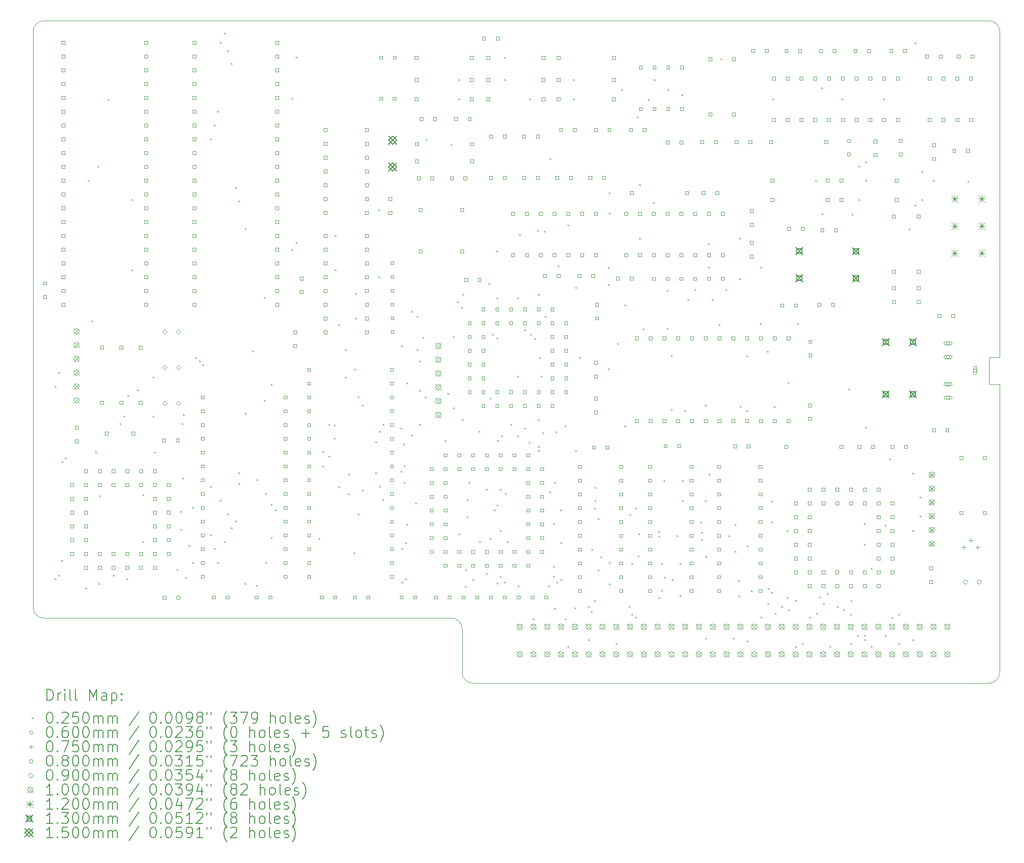
<source format=gbr>
%TF.GenerationSoftware,KiCad,Pcbnew,8.0.2*%
%TF.CreationDate,2024-05-24T13:25:09+01:00*%
%TF.ProjectId,AudioYM2151V2,41756469-6f59-44d3-9231-353156322e6b,rev?*%
%TF.SameCoordinates,Original*%
%TF.FileFunction,Drillmap*%
%TF.FilePolarity,Positive*%
%FSLAX45Y45*%
G04 Gerber Fmt 4.5, Leading zero omitted, Abs format (unit mm)*
G04 Created by KiCad (PCBNEW 8.0.2) date 2024-05-24 13:25:09*
%MOMM*%
%LPD*%
G01*
G04 APERTURE LIST*
%ADD10C,0.050000*%
%ADD11C,0.200000*%
%ADD12C,0.100000*%
%ADD13C,0.120000*%
%ADD14C,0.130000*%
%ADD15C,0.150000*%
G04 APERTURE END LIST*
D10*
X26800000Y-9500000D02*
X27000000Y-9500000D01*
X26800000Y-2800000D02*
X9400000Y-2800000D01*
X17300000Y-15000000D02*
G75*
G02*
X17100000Y-14800000I0J200000D01*
G01*
X27000000Y-14800000D02*
G75*
G02*
X26800000Y-15000000I-200000J0D01*
G01*
X26800000Y-2800000D02*
G75*
G02*
X27000000Y-3000000I0J-200000D01*
G01*
X27000000Y-8999000D02*
X27000000Y-3000000D01*
X27000000Y-8999000D02*
X26800000Y-8999000D01*
X26800000Y-8999000D02*
X26800000Y-9500000D01*
X16900000Y-13800000D02*
G75*
G02*
X17100000Y-14000000I0J-200000D01*
G01*
X26800000Y-15000000D02*
X17300000Y-15000000D01*
X16900000Y-13800000D02*
X10000000Y-13800000D01*
X27000000Y-9500000D02*
X27000000Y-14800000D01*
X9200000Y-3000000D02*
G75*
G02*
X9400000Y-2800000I200000J0D01*
G01*
X9400000Y-13800000D02*
X10000000Y-13800000D01*
X9200000Y-3000000D02*
X9200000Y-13600000D01*
X17100000Y-14800000D02*
X17100000Y-14000000D01*
X9400000Y-13800000D02*
G75*
G02*
X9200000Y-13600000I0J200000D01*
G01*
D11*
D12*
X9598860Y-9522660D02*
X9623860Y-9547660D01*
X9623860Y-9522660D02*
X9598860Y-9547660D01*
X9598860Y-13071040D02*
X9623860Y-13096040D01*
X9623860Y-13071040D02*
X9598860Y-13096040D01*
X9664900Y-9271200D02*
X9689900Y-9296200D01*
X9689900Y-9271200D02*
X9664900Y-9296200D01*
X9664900Y-13005000D02*
X9689900Y-13030000D01*
X9689900Y-13005000D02*
X9664900Y-13030000D01*
X9720780Y-12728140D02*
X9745780Y-12753140D01*
X9745780Y-12728140D02*
X9720780Y-12753140D01*
X9725860Y-10914580D02*
X9750860Y-10939580D01*
X9750860Y-10914580D02*
X9725860Y-10939580D01*
X9781740Y-10846000D02*
X9806740Y-10871000D01*
X9806740Y-10846000D02*
X9781740Y-10871000D01*
X10157660Y-13241220D02*
X10182660Y-13266220D01*
X10182660Y-13241220D02*
X10157660Y-13266220D01*
X10208460Y-5727900D02*
X10233460Y-5752900D01*
X10233460Y-5727900D02*
X10208460Y-5752900D01*
X10274500Y-8318700D02*
X10299500Y-8343700D01*
X10299500Y-8318700D02*
X10274500Y-8343700D01*
X10345620Y-10731700D02*
X10370620Y-10756700D01*
X10370620Y-10731700D02*
X10345620Y-10756700D01*
X10388800Y-5473900D02*
X10413800Y-5498900D01*
X10413800Y-5473900D02*
X10388800Y-5498900D01*
X10406580Y-13154860D02*
X10431580Y-13179860D01*
X10431580Y-13154860D02*
X10406580Y-13179860D01*
X10411660Y-11534340D02*
X10436660Y-11559340D01*
X10436660Y-11534340D02*
X10411660Y-11559340D01*
X10574220Y-4249620D02*
X10599220Y-4274620D01*
X10599220Y-4249620D02*
X10574220Y-4274620D01*
X10670740Y-13005000D02*
X10695740Y-13030000D01*
X10695740Y-13005000D02*
X10670740Y-13030000D01*
X10795200Y-10211000D02*
X10820200Y-10236000D01*
X10820200Y-10211000D02*
X10795200Y-10236000D01*
X10858700Y-10071300D02*
X10883700Y-10096300D01*
X10883700Y-10071300D02*
X10858700Y-10096300D01*
X10919660Y-13071040D02*
X10944660Y-13096040D01*
X10944660Y-13071040D02*
X10919660Y-13096040D01*
X10934900Y-9690300D02*
X10959900Y-9715300D01*
X10959900Y-9690300D02*
X10934900Y-9715300D01*
X11013640Y-6088580D02*
X11038640Y-6113580D01*
X11038640Y-6088580D02*
X11013640Y-6113580D01*
X11013640Y-7378900D02*
X11038640Y-7403900D01*
X11038640Y-7378900D02*
X11013640Y-7403900D01*
X11112700Y-9588700D02*
X11137700Y-9613700D01*
X11137700Y-9588700D02*
X11112700Y-9613700D01*
X11219380Y-11524180D02*
X11244380Y-11549180D01*
X11244380Y-11524180D02*
X11219380Y-11549180D01*
X11219380Y-12387780D02*
X11244380Y-12412780D01*
X11244380Y-12387780D02*
X11219380Y-12412780D01*
X11404800Y-9355020D02*
X11429800Y-9380020D01*
X11429800Y-9355020D02*
X11404800Y-9380020D01*
X11404800Y-10071300D02*
X11429800Y-10096300D01*
X11429800Y-10071300D02*
X11404800Y-10096300D01*
X11427660Y-10731700D02*
X11452660Y-10756700D01*
X11452660Y-10731700D02*
X11427660Y-10756700D01*
X11839140Y-12893240D02*
X11864140Y-12918240D01*
X11864140Y-12893240D02*
X11839140Y-12918240D01*
X11910260Y-11823900D02*
X11935260Y-11848900D01*
X11935260Y-11823900D02*
X11910260Y-11848900D01*
X11910260Y-12154100D02*
X11935260Y-12179100D01*
X11935260Y-12154100D02*
X11910260Y-12179100D01*
X11938200Y-10211000D02*
X11963200Y-10236000D01*
X11963200Y-10211000D02*
X11938200Y-10236000D01*
X11950900Y-11214300D02*
X11975900Y-11239300D01*
X11975900Y-11214300D02*
X11950900Y-11239300D01*
X11963600Y-10045900D02*
X11988600Y-10070900D01*
X11988600Y-10045900D02*
X11963600Y-10070900D01*
X11999160Y-13048180D02*
X12024160Y-13073180D01*
X12024160Y-13048180D02*
X11999160Y-13073180D01*
X12060120Y-12451280D02*
X12085120Y-12476280D01*
X12085120Y-12451280D02*
X12060120Y-12476280D01*
X12128700Y-11745160D02*
X12153700Y-11770160D01*
X12153700Y-11745160D02*
X12128700Y-11770160D01*
X12128700Y-12768780D02*
X12153700Y-12793780D01*
X12153700Y-12768780D02*
X12128700Y-12793780D01*
X12192200Y-8994020D02*
X12217200Y-9019020D01*
X12217200Y-8994020D02*
X12192200Y-9019020D01*
X12255700Y-9059020D02*
X12280700Y-9084020D01*
X12280700Y-9059020D02*
X12255700Y-9084020D01*
X12319200Y-9124020D02*
X12344200Y-9149020D01*
X12344200Y-9124020D02*
X12319200Y-9149020D01*
X12458900Y-12260780D02*
X12483900Y-12285780D01*
X12483900Y-12260780D02*
X12458900Y-12285780D01*
X12461440Y-4965900D02*
X12486440Y-4990900D01*
X12486440Y-4965900D02*
X12461440Y-4990900D01*
X12461440Y-11369240D02*
X12486440Y-11394240D01*
X12486440Y-11369240D02*
X12461440Y-11394240D01*
X12530020Y-4711900D02*
X12555020Y-4736900D01*
X12555020Y-4711900D02*
X12530020Y-4736900D01*
X12530020Y-12514780D02*
X12555020Y-12539780D01*
X12555020Y-12514780D02*
X12530020Y-12539780D01*
X12583360Y-12768780D02*
X12608360Y-12793780D01*
X12608360Y-12768780D02*
X12583360Y-12793780D01*
X12585900Y-4457900D02*
X12610900Y-4482900D01*
X12610900Y-4457900D02*
X12585900Y-4482900D01*
X12641780Y-3187900D02*
X12666780Y-3212900D01*
X12666780Y-3187900D02*
X12641780Y-3212900D01*
X12641780Y-11623240D02*
X12666780Y-11648240D01*
X12666780Y-11623240D02*
X12641780Y-11648240D01*
X12712900Y-12382700D02*
X12737900Y-12407700D01*
X12737900Y-12382700D02*
X12712900Y-12407700D01*
X12715440Y-3022800D02*
X12740440Y-3047800D01*
X12740440Y-3022800D02*
X12715440Y-3047800D01*
X12776400Y-3340300D02*
X12801400Y-3365300D01*
X12801400Y-3340300D02*
X12776400Y-3365300D01*
X12776400Y-11877240D02*
X12801400Y-11902240D01*
X12801400Y-11877240D02*
X12776400Y-11902240D01*
X12842440Y-3581600D02*
X12867440Y-3606600D01*
X12867440Y-3581600D02*
X12842440Y-3606600D01*
X12842440Y-12128700D02*
X12867440Y-12153700D01*
X12867440Y-12128700D02*
X12842440Y-12153700D01*
X12918640Y-12006780D02*
X12943640Y-12031780D01*
X12943640Y-12006780D02*
X12918640Y-12031780D01*
X12921180Y-5867600D02*
X12946180Y-5892600D01*
X12946180Y-5867600D02*
X12921180Y-5892600D01*
X12979600Y-6108900D02*
X13004600Y-6133900D01*
X13004600Y-6108900D02*
X12979600Y-6133900D01*
X12979600Y-11117780D02*
X13004600Y-11142780D01*
X13004600Y-11117780D02*
X12979600Y-11142780D01*
X12979600Y-11315900D02*
X13004600Y-11340900D01*
X13004600Y-11315900D02*
X12979600Y-11340900D01*
X13096440Y-6619440D02*
X13121440Y-6644440D01*
X13121440Y-6619440D02*
X13096440Y-6644440D01*
X13098980Y-10020500D02*
X13123980Y-10045500D01*
X13123980Y-10020500D02*
X13098980Y-10045500D01*
X13098980Y-13154860D02*
X13123980Y-13179860D01*
X13123980Y-13154860D02*
X13098980Y-13179860D01*
X13236140Y-8872420D02*
X13261140Y-8897420D01*
X13261140Y-8872420D02*
X13236140Y-8897420D01*
X13307260Y-11244780D02*
X13332260Y-11269780D01*
X13332260Y-11244780D02*
X13307260Y-11269780D01*
X13307260Y-13185340D02*
X13332260Y-13210340D01*
X13332260Y-13185340D02*
X13307260Y-13210340D01*
X13449500Y-7886900D02*
X13474500Y-7911900D01*
X13474500Y-7886900D02*
X13449500Y-7911900D01*
X13449500Y-9781740D02*
X13474500Y-9806740D01*
X13474500Y-9781740D02*
X13449500Y-9806740D01*
X13474900Y-11491160D02*
X13499900Y-11516160D01*
X13499900Y-11491160D02*
X13474900Y-11516160D01*
X13474900Y-12768780D02*
X13499900Y-12793780D01*
X13499900Y-12768780D02*
X13474900Y-12793780D01*
X13576500Y-12306500D02*
X13601500Y-12331500D01*
X13601500Y-12306500D02*
X13576500Y-12331500D01*
X13581580Y-9492180D02*
X13606580Y-9517180D01*
X13606580Y-9492180D02*
X13581580Y-9517180D01*
X13581580Y-11696900D02*
X13606580Y-11721900D01*
X13606580Y-11696900D02*
X13581580Y-11721900D01*
X13652700Y-11798500D02*
X13677700Y-11823500D01*
X13677700Y-11798500D02*
X13652700Y-11823500D01*
X13957500Y-7000440D02*
X13982500Y-7025440D01*
X13982500Y-7000440D02*
X13957500Y-7025440D01*
X13960040Y-4219140D02*
X13985040Y-4244140D01*
X13985040Y-4219140D02*
X13960040Y-4244140D01*
X14036240Y-3462220D02*
X14061240Y-3487220D01*
X14061240Y-3462220D02*
X14036240Y-3487220D01*
X14036240Y-6868360D02*
X14061240Y-6893360D01*
X14061240Y-6868360D02*
X14036240Y-6893360D01*
X14460420Y-12321740D02*
X14485420Y-12346740D01*
X14485420Y-12321740D02*
X14460420Y-12346740D01*
X14526460Y-10721540D02*
X14551460Y-10746540D01*
X14551460Y-10721540D02*
X14526460Y-10746540D01*
X14526460Y-10990780D02*
X14551460Y-11015780D01*
X14551460Y-10990780D02*
X14526460Y-11015780D01*
X14638220Y-10228780D02*
X14663220Y-10253780D01*
X14663220Y-10228780D02*
X14638220Y-10253780D01*
X14638220Y-10807900D02*
X14663220Y-10832900D01*
X14663220Y-10807900D02*
X14638220Y-10832900D01*
X14739820Y-10233860D02*
X14764820Y-10258860D01*
X14764820Y-10233860D02*
X14739820Y-10258860D01*
X14739820Y-10482780D02*
X14764820Y-10507780D01*
X14764820Y-10482780D02*
X14739820Y-10507780D01*
X14752520Y-6743900D02*
X14777520Y-6768900D01*
X14777520Y-6743900D02*
X14752520Y-6768900D01*
X14752520Y-7378900D02*
X14777520Y-7403900D01*
X14777520Y-7378900D02*
X14752520Y-7403900D01*
X14826180Y-8389820D02*
X14851180Y-8414820D01*
X14851180Y-8389820D02*
X14826180Y-8414820D01*
X14826180Y-11366700D02*
X14851180Y-11391700D01*
X14851180Y-11366700D02*
X14826180Y-11391700D01*
X14943020Y-8841940D02*
X14968020Y-8866940D01*
X14968020Y-8841940D02*
X14943020Y-8866940D01*
X14943020Y-9355020D02*
X14968020Y-9380020D01*
X14968020Y-9355020D02*
X14943020Y-9380020D01*
X15003980Y-11143180D02*
X15028980Y-11168180D01*
X15028980Y-11143180D02*
X15003980Y-11168180D01*
X15003980Y-11503860D02*
X15028980Y-11528860D01*
X15028980Y-11503860D02*
X15003980Y-11528860D01*
X15105580Y-12585900D02*
X15130580Y-12610900D01*
X15130580Y-12585900D02*
X15105580Y-12610900D01*
X15108120Y-9212780D02*
X15133120Y-9237780D01*
X15133120Y-9212780D02*
X15108120Y-9237780D01*
X15130980Y-7815780D02*
X15155980Y-7840780D01*
X15155980Y-7815780D02*
X15130980Y-7840780D01*
X15130980Y-8267900D02*
X15155980Y-8292900D01*
X15155980Y-8267900D02*
X15130980Y-8292900D01*
X15176700Y-9720780D02*
X15201700Y-9745780D01*
X15201700Y-9720780D02*
X15176700Y-9745780D01*
X15176700Y-11874700D02*
X15201700Y-11899700D01*
X15201700Y-11874700D02*
X15176700Y-11899700D01*
X15252900Y-9873180D02*
X15277900Y-9898180D01*
X15277900Y-9873180D02*
X15252900Y-9898180D01*
X15252900Y-11437820D02*
X15277900Y-11462820D01*
X15277900Y-11437820D02*
X15252900Y-11462820D01*
X15501820Y-10543740D02*
X15526820Y-10568740D01*
X15526820Y-10543740D02*
X15501820Y-10568740D01*
X15501820Y-11117780D02*
X15526820Y-11142780D01*
X15526820Y-11117780D02*
X15501820Y-11142780D01*
X15560240Y-6274000D02*
X15585240Y-6299000D01*
X15585240Y-6274000D02*
X15560240Y-6299000D01*
X15562780Y-7505900D02*
X15587780Y-7530900D01*
X15587780Y-7505900D02*
X15562780Y-7530900D01*
X15572940Y-10355780D02*
X15597940Y-10380780D01*
X15597940Y-10355780D02*
X15572940Y-10380780D01*
X15572940Y-11366700D02*
X15597940Y-11391700D01*
X15597940Y-11366700D02*
X15572940Y-11391700D01*
X15633900Y-10228780D02*
X15658900Y-10253780D01*
X15658900Y-10228780D02*
X15633900Y-10253780D01*
X15633900Y-11615620D02*
X15658900Y-11640620D01*
X15658900Y-11615620D02*
X15633900Y-11640620D01*
X15961560Y-11087300D02*
X15986560Y-11112300D01*
X15986560Y-11087300D02*
X15961560Y-11112300D01*
X15964100Y-10289740D02*
X15989100Y-10314740D01*
X15989100Y-10289740D02*
X15964100Y-10314740D01*
X15974260Y-8775900D02*
X15999260Y-8800900D01*
X15999260Y-8775900D02*
X15974260Y-8800900D01*
X15981880Y-12514780D02*
X16006880Y-12539780D01*
X16006880Y-12514780D02*
X15981880Y-12539780D01*
X15981880Y-13132000D02*
X16006880Y-13157000D01*
X16006880Y-13132000D02*
X15981880Y-13157000D01*
X16019980Y-10589460D02*
X16044980Y-10614460D01*
X16044980Y-10589460D02*
X16019980Y-10614460D01*
X16027600Y-10990780D02*
X16052600Y-11015780D01*
X16052600Y-10990780D02*
X16027600Y-11015780D01*
X16027600Y-11293040D02*
X16052600Y-11318040D01*
X16052600Y-11293040D02*
X16027600Y-11318040D01*
X16050460Y-12397940D02*
X16075460Y-12422940D01*
X16075460Y-12397940D02*
X16050460Y-12422940D01*
X16050460Y-13073580D02*
X16075460Y-13098580D01*
X16075460Y-13073580D02*
X16050460Y-13098580D01*
X16075860Y-9466780D02*
X16100860Y-9491780D01*
X16100860Y-9466780D02*
X16075860Y-9491780D01*
X16075860Y-12060120D02*
X16100860Y-12085120D01*
X16100860Y-12060120D02*
X16075860Y-12085120D01*
X16157140Y-10416740D02*
X16182140Y-10441740D01*
X16182140Y-10416740D02*
X16157140Y-10441740D01*
X16162220Y-8140900D02*
X16187220Y-8165900D01*
X16187220Y-8140900D02*
X16162220Y-8165900D01*
X16233340Y-11671500D02*
X16258340Y-11696500D01*
X16258340Y-11671500D02*
X16233340Y-11696500D01*
X16263820Y-8237420D02*
X16288820Y-8262420D01*
X16288820Y-8237420D02*
X16263820Y-8262420D01*
X16263820Y-8841940D02*
X16288820Y-8866940D01*
X16288820Y-8841940D02*
X16263820Y-8866940D01*
X16314620Y-9060380D02*
X16339620Y-9085380D01*
X16339620Y-9060380D02*
X16314620Y-9085380D01*
X16314620Y-9598860D02*
X16339620Y-9623860D01*
X16339620Y-9598860D02*
X16314620Y-9623860D01*
X16314620Y-10223700D02*
X16339620Y-10248700D01*
X16339620Y-10223700D02*
X16314620Y-10248700D01*
X16375580Y-8628580D02*
X16400580Y-8653580D01*
X16400580Y-8628580D02*
X16375580Y-8653580D01*
X16411140Y-9720780D02*
X16436140Y-9745780D01*
X16436140Y-9720780D02*
X16411140Y-9745780D01*
X16434000Y-4978600D02*
X16459000Y-5003600D01*
X16459000Y-4978600D02*
X16434000Y-5003600D01*
X16776900Y-10523420D02*
X16801900Y-10548420D01*
X16801900Y-10523420D02*
X16776900Y-10548420D01*
X16830240Y-9649660D02*
X16855240Y-9674660D01*
X16855240Y-9649660D02*
X16830240Y-9674660D01*
X16891200Y-5067500D02*
X16916200Y-5092500D01*
X16916200Y-5067500D02*
X16891200Y-5092500D01*
X16929300Y-8610800D02*
X16954300Y-8635800D01*
X16954300Y-8610800D02*
X16929300Y-8635800D01*
X16934380Y-9923980D02*
X16959380Y-9948980D01*
X16959380Y-9923980D02*
X16934380Y-9948980D01*
X17010580Y-7963100D02*
X17035580Y-7988100D01*
X17035580Y-7963100D02*
X17010580Y-7988100D01*
X17028360Y-3871160D02*
X17053360Y-3896160D01*
X17053360Y-3871160D02*
X17028360Y-3896160D01*
X17033440Y-4231840D02*
X17058440Y-4256840D01*
X17058440Y-4231840D02*
X17033440Y-4256840D01*
X17035980Y-12240460D02*
X17060980Y-12265460D01*
X17060980Y-12240460D02*
X17035980Y-12265460D01*
X17081700Y-8069780D02*
X17106700Y-8094780D01*
X17106700Y-8069780D02*
X17081700Y-8094780D01*
X17096940Y-10137340D02*
X17121940Y-10162340D01*
X17121940Y-10137340D02*
X17096940Y-10162340D01*
X17112180Y-7831020D02*
X17137180Y-7856020D01*
X17137180Y-7831020D02*
X17112180Y-7856020D01*
X17152820Y-13205660D02*
X17177820Y-13230660D01*
X17177820Y-13205660D02*
X17152820Y-13230660D01*
X17155360Y-12903400D02*
X17180360Y-12928400D01*
X17180360Y-12903400D02*
X17155360Y-12928400D01*
X17185840Y-11928040D02*
X17210840Y-11953040D01*
X17210840Y-11928040D02*
X17185840Y-11953040D01*
X17188380Y-11610540D02*
X17213380Y-11635540D01*
X17213380Y-11610540D02*
X17188380Y-11635540D01*
X17218860Y-11295580D02*
X17243860Y-11320580D01*
X17243860Y-11295580D02*
X17218860Y-11320580D01*
X17285980Y-13076120D02*
X17310980Y-13101120D01*
X17310980Y-13076120D02*
X17285980Y-13101120D01*
X17404280Y-10353240D02*
X17429280Y-10378240D01*
X17429280Y-10353240D02*
X17404280Y-10378240D01*
X17416980Y-12382700D02*
X17441980Y-12407700D01*
X17441980Y-12382700D02*
X17416980Y-12407700D01*
X17538900Y-12966900D02*
X17563900Y-12991900D01*
X17563900Y-12966900D02*
X17538900Y-12991900D01*
X17539980Y-11422580D02*
X17564980Y-11447580D01*
X17564980Y-11422580D02*
X17539980Y-11447580D01*
X17579540Y-7622740D02*
X17604540Y-7647740D01*
X17604540Y-7622740D02*
X17579540Y-7647740D01*
X17604940Y-9746180D02*
X17629940Y-9771180D01*
X17629940Y-9746180D02*
X17604940Y-9771180D01*
X17604940Y-12326820D02*
X17629940Y-12351820D01*
X17629940Y-12326820D02*
X17604940Y-12351820D01*
X17650660Y-8562540D02*
X17675660Y-8587540D01*
X17675660Y-8562540D02*
X17650660Y-8587540D01*
X17681140Y-11798500D02*
X17706140Y-11823500D01*
X17706140Y-11798500D02*
X17681140Y-11823500D01*
X17729400Y-7036000D02*
X17754400Y-7061000D01*
X17754400Y-7036000D02*
X17729400Y-7061000D01*
X17731940Y-7894520D02*
X17756940Y-7919520D01*
X17756940Y-7894520D02*
X17731940Y-7919520D01*
X17731940Y-8633660D02*
X17756940Y-8658660D01*
X17756940Y-8633660D02*
X17731940Y-8658660D01*
X17731940Y-13144700D02*
X17756940Y-13169700D01*
X17756940Y-13144700D02*
X17731940Y-13169700D01*
X17737020Y-11707060D02*
X17762020Y-11732060D01*
X17762020Y-11707060D02*
X17737020Y-11732060D01*
X17747180Y-10523420D02*
X17772180Y-10548420D01*
X17772180Y-10523420D02*
X17747180Y-10548420D01*
X17793980Y-12176960D02*
X17818980Y-12201960D01*
X17818980Y-12176960D02*
X17793980Y-12201960D01*
X17795440Y-11420040D02*
X17820440Y-11445040D01*
X17820440Y-11420040D02*
X17795440Y-11445040D01*
X17795440Y-13027860D02*
X17820440Y-13052860D01*
X17820440Y-13027860D02*
X17795440Y-13052860D01*
X17818300Y-10437060D02*
X17843300Y-10462060D01*
X17843300Y-10437060D02*
X17818300Y-10462060D01*
X17869100Y-3873700D02*
X17894100Y-3898700D01*
X17894100Y-3873700D02*
X17869100Y-3898700D01*
X17870180Y-13129460D02*
X17895180Y-13154460D01*
X17895180Y-13129460D02*
X17870180Y-13154460D01*
X17871640Y-3467300D02*
X17896640Y-3492300D01*
X17896640Y-3467300D02*
X17871640Y-3492300D01*
X17884340Y-11498780D02*
X17909340Y-11523780D01*
X17909340Y-11498780D02*
X17884340Y-11523780D01*
X17924980Y-12382700D02*
X17949980Y-12407700D01*
X17949980Y-12382700D02*
X17924980Y-12407700D01*
X17985940Y-10223700D02*
X18010940Y-10248700D01*
X18010940Y-10223700D02*
X17985940Y-10248700D01*
X18112940Y-7894520D02*
X18137940Y-7919520D01*
X18137940Y-7894520D02*
X18112940Y-7919520D01*
X18112940Y-9334700D02*
X18137940Y-9359700D01*
X18137940Y-9334700D02*
X18112940Y-9359700D01*
X18118020Y-10437060D02*
X18143020Y-10462060D01*
X18143020Y-10437060D02*
X18118020Y-10462060D01*
X18123100Y-13192960D02*
X18148100Y-13217960D01*
X18148100Y-13192960D02*
X18123100Y-13217960D01*
X18148500Y-6726120D02*
X18173500Y-6751120D01*
X18173500Y-6726120D02*
X18148500Y-6751120D01*
X18239940Y-8483800D02*
X18264940Y-8508800D01*
X18264940Y-8483800D02*
X18239940Y-8508800D01*
X18239940Y-10289740D02*
X18264940Y-10314740D01*
X18264940Y-10289740D02*
X18239940Y-10314740D01*
X18331380Y-10553900D02*
X18356380Y-10578900D01*
X18356380Y-10553900D02*
X18331380Y-10578900D01*
X18333920Y-4231840D02*
X18358920Y-4256840D01*
X18358920Y-4231840D02*
X18333920Y-4256840D01*
X18356780Y-8562540D02*
X18381780Y-8587540D01*
X18381780Y-8562540D02*
X18356780Y-8587540D01*
X18402500Y-13805100D02*
X18427500Y-13830100D01*
X18427500Y-13805100D02*
X18402500Y-13830100D01*
X18432980Y-8643820D02*
X18457980Y-8668820D01*
X18457980Y-8643820D02*
X18432980Y-8668820D01*
X18478700Y-6655000D02*
X18503700Y-6680000D01*
X18503700Y-6655000D02*
X18478700Y-6680000D01*
X18493940Y-7831020D02*
X18518940Y-7856020D01*
X18518940Y-7831020D02*
X18493940Y-7856020D01*
X18493940Y-10137340D02*
X18518940Y-10162340D01*
X18518940Y-10137340D02*
X18493940Y-10162340D01*
X18493940Y-10630100D02*
X18518940Y-10655100D01*
X18518940Y-10630100D02*
X18493940Y-10655100D01*
X18493940Y-10711380D02*
X18518940Y-10736380D01*
X18518940Y-10711380D02*
X18493940Y-10736380D01*
X18514260Y-8994340D02*
X18539260Y-9019340D01*
X18539260Y-8994340D02*
X18514260Y-9019340D01*
X18544740Y-9334700D02*
X18569740Y-9359700D01*
X18569740Y-9334700D02*
X18544740Y-9359700D01*
X18580300Y-10381180D02*
X18605300Y-10406180D01*
X18605300Y-10381180D02*
X18580300Y-10406180D01*
X18608240Y-6670240D02*
X18633240Y-6695240D01*
X18633240Y-6670240D02*
X18608240Y-6695240D01*
X18620940Y-8232340D02*
X18645940Y-8257340D01*
X18645940Y-8232340D02*
X18620940Y-8257340D01*
X18684440Y-13192960D02*
X18709440Y-13217960D01*
X18709440Y-13192960D02*
X18684440Y-13217960D01*
X18704760Y-5329120D02*
X18729760Y-5354120D01*
X18729760Y-5329120D02*
X18704760Y-5354120D01*
X18712380Y-11473380D02*
X18737380Y-11498380D01*
X18737380Y-11473380D02*
X18712380Y-11498380D01*
X18775880Y-12057580D02*
X18800880Y-12082580D01*
X18800880Y-12057580D02*
X18775880Y-12082580D01*
X18775880Y-12837360D02*
X18800880Y-12862360D01*
X18800880Y-12837360D02*
X18775880Y-12862360D01*
X18775880Y-13020240D02*
X18800880Y-13045240D01*
X18800880Y-13020240D02*
X18775880Y-13045240D01*
X18796200Y-13612060D02*
X18821200Y-13637060D01*
X18821200Y-13612060D02*
X18796200Y-13637060D01*
X18801280Y-11295580D02*
X18826280Y-11320580D01*
X18826280Y-11295580D02*
X18801280Y-11320580D01*
X18819060Y-10360860D02*
X18844060Y-10385860D01*
X18844060Y-10360860D02*
X18819060Y-10385860D01*
X18834300Y-13129460D02*
X18859300Y-13154460D01*
X18859300Y-13129460D02*
X18834300Y-13154460D01*
X18859700Y-7302700D02*
X18884700Y-7327700D01*
X18884700Y-7302700D02*
X18859700Y-7327700D01*
X18900340Y-11803580D02*
X18925340Y-11828580D01*
X18925340Y-11803580D02*
X18900340Y-11828580D01*
X18910500Y-12400480D02*
X18935500Y-12425480D01*
X18935500Y-12400480D02*
X18910500Y-12425480D01*
X18913040Y-13076120D02*
X18938040Y-13101120D01*
X18938040Y-13076120D02*
X18913040Y-13101120D01*
X18991780Y-10254180D02*
X19016780Y-10279180D01*
X19016780Y-10254180D02*
X18991780Y-10279180D01*
X18991780Y-13805100D02*
X19016780Y-13830100D01*
X19016780Y-13805100D02*
X18991780Y-13830100D01*
X19037500Y-6550860D02*
X19062500Y-6575860D01*
X19062500Y-6550860D02*
X19037500Y-6575860D01*
X19042580Y-14310560D02*
X19067580Y-14335560D01*
X19067580Y-14310560D02*
X19042580Y-14335560D01*
X19139100Y-3871160D02*
X19164100Y-3896160D01*
X19164100Y-3871160D02*
X19139100Y-3896160D01*
X19139100Y-4234380D02*
X19164100Y-4259380D01*
X19164100Y-4234380D02*
X19139100Y-4259380D01*
X19161960Y-13599360D02*
X19186960Y-13624360D01*
X19186960Y-13599360D02*
X19161960Y-13624360D01*
X19184820Y-7704020D02*
X19209820Y-7729020D01*
X19209820Y-7704020D02*
X19184820Y-7729020D01*
X19184820Y-10711380D02*
X19209820Y-10736380D01*
X19209820Y-10711380D02*
X19184820Y-10736380D01*
X19250860Y-8989260D02*
X19275860Y-9014260D01*
X19275860Y-8989260D02*
X19250860Y-9014260D01*
X19418500Y-14188640D02*
X19443500Y-14213640D01*
X19443500Y-14188640D02*
X19418500Y-14213640D01*
X19421040Y-13576500D02*
X19446040Y-13601500D01*
X19446040Y-13576500D02*
X19421040Y-13601500D01*
X19474380Y-13667940D02*
X19499380Y-13692940D01*
X19499380Y-13667940D02*
X19474380Y-13692940D01*
X19476920Y-12524940D02*
X19501920Y-12549940D01*
X19501920Y-12524940D02*
X19476920Y-12549940D01*
X19532800Y-11762940D02*
X19557800Y-11787940D01*
X19557800Y-11762940D02*
X19532800Y-11787940D01*
X19532800Y-13464740D02*
X19557800Y-13489740D01*
X19557800Y-13464740D02*
X19532800Y-13489740D01*
X19535340Y-11384480D02*
X19560340Y-11409480D01*
X19560340Y-11384480D02*
X19535340Y-11409480D01*
X19535340Y-11633400D02*
X19560340Y-11658400D01*
X19560340Y-11633400D02*
X19535340Y-11658400D01*
X19596300Y-11963600D02*
X19621300Y-11988600D01*
X19621300Y-11963600D02*
X19596300Y-11988600D01*
X19596300Y-12911020D02*
X19621300Y-12936020D01*
X19621300Y-12911020D02*
X19596300Y-12936020D01*
X19652180Y-12659560D02*
X19677180Y-12684560D01*
X19677180Y-12659560D02*
X19652180Y-12684560D01*
X19784260Y-7330640D02*
X19809260Y-7355640D01*
X19809260Y-7330640D02*
X19784260Y-7355640D01*
X19784260Y-7653220D02*
X19809260Y-7678220D01*
X19809260Y-7653220D02*
X19784260Y-7678220D01*
X19784260Y-9200080D02*
X19809260Y-9225080D01*
X19809260Y-9200080D02*
X19784260Y-9225080D01*
X19799500Y-12768780D02*
X19824500Y-12793780D01*
X19824500Y-12768780D02*
X19799500Y-12793780D01*
X19799500Y-13159940D02*
X19824500Y-13184940D01*
X19824500Y-13159940D02*
X19799500Y-13184940D01*
X19802040Y-5956500D02*
X19827040Y-5981500D01*
X19827040Y-5956500D02*
X19802040Y-5981500D01*
X19802040Y-6332420D02*
X19827040Y-6357420D01*
X19827040Y-6332420D02*
X19802040Y-6357420D01*
X19926500Y-14257220D02*
X19951500Y-14282220D01*
X19951500Y-14257220D02*
X19926500Y-14282220D01*
X19954440Y-8732720D02*
X19979440Y-8757720D01*
X19979440Y-8732720D02*
X19954440Y-8757720D01*
X20028100Y-4059120D02*
X20053100Y-4084120D01*
X20053100Y-4059120D02*
X20028100Y-4084120D01*
X20089060Y-8026600D02*
X20114060Y-8051600D01*
X20114060Y-8026600D02*
X20089060Y-8051600D01*
X20089060Y-10251640D02*
X20114060Y-10276640D01*
X20114060Y-10251640D02*
X20089060Y-10276640D01*
X20167800Y-13573960D02*
X20192800Y-13598960D01*
X20192800Y-13573960D02*
X20167800Y-13598960D01*
X20180500Y-11887400D02*
X20205500Y-11912400D01*
X20205500Y-11887400D02*
X20180500Y-11912400D01*
X20216060Y-12778940D02*
X20241060Y-12803940D01*
X20241060Y-12778940D02*
X20216060Y-12803940D01*
X20216060Y-13723820D02*
X20241060Y-13748820D01*
X20241060Y-13723820D02*
X20216060Y-13748820D01*
X20279560Y-11762940D02*
X20304560Y-11787940D01*
X20304560Y-11762940D02*
X20279560Y-11787940D01*
X20279560Y-13774620D02*
X20304560Y-13799620D01*
X20304560Y-13774620D02*
X20279560Y-13799620D01*
X20318930Y-4563310D02*
X20343930Y-4588310D01*
X20343930Y-4563310D02*
X20318930Y-4588310D01*
X20337980Y-12646860D02*
X20362980Y-12671860D01*
X20362980Y-12646860D02*
X20337980Y-12671860D01*
X20339250Y-12236650D02*
X20364250Y-12261650D01*
X20364250Y-12236650D02*
X20339250Y-12261650D01*
X20358300Y-6799780D02*
X20383300Y-6824780D01*
X20383300Y-6799780D02*
X20358300Y-6824780D01*
X20360840Y-5804100D02*
X20385840Y-5829100D01*
X20385840Y-5804100D02*
X20360840Y-5829100D01*
X20429420Y-8466020D02*
X20454420Y-8491020D01*
X20454420Y-8466020D02*
X20429420Y-8491020D01*
X20523400Y-4236920D02*
X20548400Y-4261920D01*
X20548400Y-4236920D02*
X20523400Y-4261920D01*
X20612300Y-6134300D02*
X20637300Y-6159300D01*
X20637300Y-6134300D02*
X20612300Y-6159300D01*
X20630080Y-3876240D02*
X20655080Y-3901240D01*
X20655080Y-3876240D02*
X20630080Y-3901240D01*
X20711360Y-12278560D02*
X20736360Y-12303560D01*
X20736360Y-12278560D02*
X20711360Y-12303560D01*
X20711360Y-13419020D02*
X20736360Y-13444020D01*
X20736360Y-13419020D02*
X20711360Y-13444020D01*
X20713900Y-12194740D02*
X20738900Y-12219740D01*
X20738900Y-12194740D02*
X20713900Y-12219740D01*
X20762160Y-12781480D02*
X20787160Y-12806480D01*
X20787160Y-12781480D02*
X20762160Y-12806480D01*
X20764700Y-13284400D02*
X20789700Y-13309400D01*
X20789700Y-13284400D02*
X20764700Y-13309400D01*
X20805340Y-11254940D02*
X20830340Y-11279940D01*
X20830340Y-11254940D02*
X20805340Y-11279940D01*
X20815500Y-13032940D02*
X20840500Y-13057940D01*
X20840500Y-13032940D02*
X20815500Y-13057940D01*
X20868840Y-7757360D02*
X20893840Y-7782360D01*
X20893840Y-7757360D02*
X20868840Y-7782360D01*
X20868840Y-8455860D02*
X20893840Y-8480860D01*
X20893840Y-8455860D02*
X20868840Y-8480860D01*
X20884080Y-4059120D02*
X20909080Y-4084120D01*
X20909080Y-4059120D02*
X20884080Y-4084120D01*
X20947580Y-8958780D02*
X20972580Y-8983780D01*
X20972580Y-8958780D02*
X20947580Y-8983780D01*
X20947580Y-9944300D02*
X20972580Y-9969300D01*
X20972580Y-9944300D02*
X20947580Y-9969300D01*
X20959010Y-13085010D02*
X20984010Y-13110010D01*
X20984010Y-13085010D02*
X20959010Y-13110010D01*
X21044100Y-12270940D02*
X21069100Y-12295940D01*
X21069100Y-12270940D02*
X21044100Y-12295940D01*
X21105060Y-12778940D02*
X21130060Y-12803940D01*
X21130060Y-12778940D02*
X21105060Y-12803940D01*
X21105060Y-13373300D02*
X21130060Y-13398300D01*
X21130060Y-13373300D02*
X21105060Y-13398300D01*
X21138080Y-4158180D02*
X21163080Y-4183180D01*
X21163080Y-4158180D02*
X21138080Y-4183180D01*
X21145700Y-11254940D02*
X21170700Y-11279940D01*
X21170700Y-11254940D02*
X21145700Y-11279940D01*
X21145700Y-11633400D02*
X21170700Y-11658400D01*
X21170700Y-11633400D02*
X21145700Y-11658400D01*
X21186340Y-9969700D02*
X21211340Y-9994700D01*
X21211340Y-9969700D02*
X21186340Y-9994700D01*
X21247300Y-7922460D02*
X21272300Y-7947460D01*
X21272300Y-7922460D02*
X21247300Y-7947460D01*
X21376840Y-7742120D02*
X21401840Y-7767120D01*
X21401840Y-7742120D02*
X21376840Y-7767120D01*
X21483520Y-12016940D02*
X21508520Y-12041940D01*
X21508520Y-12016940D02*
X21483520Y-12041940D01*
X21501300Y-12215060D02*
X21526300Y-12240060D01*
X21526300Y-12215060D02*
X21501300Y-12240060D01*
X21501300Y-12344600D02*
X21526300Y-12369600D01*
X21526300Y-12344600D02*
X21501300Y-12369600D01*
X21569880Y-9868100D02*
X21594880Y-9893100D01*
X21594880Y-9868100D02*
X21569880Y-9893100D01*
X21572420Y-11633400D02*
X21597420Y-11658400D01*
X21597420Y-11633400D02*
X21572420Y-11658400D01*
X21580040Y-12654480D02*
X21605040Y-12679480D01*
X21605040Y-12654480D02*
X21580040Y-12679480D01*
X21580040Y-14158160D02*
X21605040Y-14183160D01*
X21605040Y-14158160D02*
X21580040Y-14183160D01*
X21628300Y-7333180D02*
X21653300Y-7358180D01*
X21653300Y-7333180D02*
X21628300Y-7358180D01*
X21630840Y-6896300D02*
X21655840Y-6921300D01*
X21655840Y-6896300D02*
X21630840Y-6921300D01*
X21638460Y-11138100D02*
X21663460Y-11163100D01*
X21663460Y-11138100D02*
X21638460Y-11163100D01*
X21694340Y-7922460D02*
X21719340Y-7947460D01*
X21719340Y-7922460D02*
X21694340Y-7947460D01*
X21823880Y-8387280D02*
X21848880Y-8412280D01*
X21848880Y-8387280D02*
X21823880Y-8412280D01*
X21854360Y-3492700D02*
X21879360Y-3517700D01*
X21879360Y-3492700D02*
X21854360Y-3517700D01*
X21953420Y-7742120D02*
X21978420Y-7767120D01*
X21978420Y-7742120D02*
X21953420Y-7767120D01*
X22001680Y-12270940D02*
X22026680Y-12295940D01*
X22026680Y-12270940D02*
X22001680Y-12295940D01*
X22090580Y-14160700D02*
X22115580Y-14185700D01*
X22115580Y-14160700D02*
X22090580Y-14185700D01*
X22118520Y-12067740D02*
X22143520Y-12092740D01*
X22143520Y-12067740D02*
X22118520Y-12092740D01*
X22118520Y-12565580D02*
X22143520Y-12590580D01*
X22143520Y-12565580D02*
X22118520Y-12590580D01*
X22182020Y-13104060D02*
X22207020Y-13129060D01*
X22207020Y-13104060D02*
X22182020Y-13129060D01*
X22187100Y-13383460D02*
X22212100Y-13408460D01*
X22212100Y-13383460D02*
X22187100Y-13408460D01*
X22207420Y-6799780D02*
X22232420Y-6824780D01*
X22232420Y-6799780D02*
X22207420Y-6824780D01*
X22207420Y-7538920D02*
X22232420Y-7563920D01*
X22232420Y-7538920D02*
X22207420Y-7563920D01*
X22209960Y-9896040D02*
X22234960Y-9921040D01*
X22234960Y-9896040D02*
X22209960Y-9921040D01*
X22331880Y-9969700D02*
X22356880Y-9994700D01*
X22356880Y-9969700D02*
X22331880Y-9994700D01*
X22334420Y-8963860D02*
X22359420Y-8988860D01*
X22359420Y-8963860D02*
X22334420Y-8988860D01*
X22342040Y-12456360D02*
X22367040Y-12481360D01*
X22367040Y-12456360D02*
X22342040Y-12481360D01*
X22342040Y-14208960D02*
X22367040Y-14233960D01*
X22367040Y-14208960D02*
X22342040Y-14233960D01*
X22418240Y-13286940D02*
X22443240Y-13311940D01*
X22443240Y-13286940D02*
X22418240Y-13311940D01*
X22585880Y-7330640D02*
X22610880Y-7355640D01*
X22610880Y-7330640D02*
X22585880Y-7355640D01*
X22587000Y-8369500D02*
X22612000Y-8394500D01*
X22612000Y-8369500D02*
X22587000Y-8394500D01*
X22593500Y-13774620D02*
X22618500Y-13799620D01*
X22618500Y-13774620D02*
X22593500Y-13799620D01*
X22715420Y-8882580D02*
X22740420Y-8907580D01*
X22740420Y-8882580D02*
X22715420Y-8907580D01*
X22720500Y-13520620D02*
X22745500Y-13545620D01*
X22745500Y-13520620D02*
X22720500Y-13545620D01*
X22733200Y-13246300D02*
X22758200Y-13271300D01*
X22758200Y-13246300D02*
X22733200Y-13271300D01*
X22789080Y-11638480D02*
X22814080Y-11663480D01*
X22814080Y-11638480D02*
X22789080Y-11663480D01*
X22789080Y-12016940D02*
X22814080Y-12041940D01*
X22814080Y-12016940D02*
X22789080Y-12041940D01*
X22789080Y-13314880D02*
X22814080Y-13339880D01*
X22814080Y-13314880D02*
X22789080Y-13339880D01*
X22811940Y-4229300D02*
X22836940Y-4254300D01*
X22836940Y-4229300D02*
X22811940Y-4254300D01*
X22842420Y-9896040D02*
X22867420Y-9921040D01*
X22867420Y-9896040D02*
X22842420Y-9921040D01*
X22855120Y-13703500D02*
X22880120Y-13728500D01*
X22880120Y-13703500D02*
X22855120Y-13728500D01*
X22974500Y-13576500D02*
X22999500Y-13601500D01*
X22999500Y-13576500D02*
X22974500Y-13601500D01*
X23076100Y-12179500D02*
X23101100Y-12204500D01*
X23101100Y-12179500D02*
X23076100Y-12204500D01*
X23076100Y-13411400D02*
X23101100Y-13436400D01*
X23101100Y-13411400D02*
X23076100Y-13436400D01*
X23096420Y-9456620D02*
X23121420Y-9481620D01*
X23121420Y-9456620D02*
X23096420Y-9481620D01*
X23106580Y-13637460D02*
X23131580Y-13662460D01*
X23131580Y-13637460D02*
X23106580Y-13662460D01*
X23228500Y-13464740D02*
X23253500Y-13489740D01*
X23253500Y-13464740D02*
X23228500Y-13489740D01*
X23228500Y-14310560D02*
X23253500Y-14335560D01*
X23253500Y-14310560D02*
X23228500Y-14335560D01*
X23269140Y-8369500D02*
X23294140Y-8394500D01*
X23294140Y-8369500D02*
X23269140Y-8394500D01*
X23352960Y-14259760D02*
X23377960Y-14284760D01*
X23377960Y-14259760D02*
X23352960Y-14284760D01*
X23492660Y-13772080D02*
X23517660Y-13797080D01*
X23517660Y-13772080D02*
X23492660Y-13797080D01*
X23604420Y-5727900D02*
X23629420Y-5752900D01*
X23629420Y-5727900D02*
X23604420Y-5752900D01*
X23617120Y-13703500D02*
X23642120Y-13728500D01*
X23642120Y-13703500D02*
X23617120Y-13728500D01*
X23678080Y-13401240D02*
X23703080Y-13426240D01*
X23703080Y-13401240D02*
X23678080Y-13426240D01*
X23713640Y-4031180D02*
X23738640Y-4056180D01*
X23738640Y-4031180D02*
X23713640Y-4056180D01*
X23718720Y-6350200D02*
X23743720Y-6375200D01*
X23743720Y-6350200D02*
X23718720Y-6375200D01*
X23746660Y-13520620D02*
X23771660Y-13545620D01*
X23771660Y-13520620D02*
X23746660Y-13545620D01*
X23817780Y-13342820D02*
X23842780Y-13367820D01*
X23842780Y-13342820D02*
X23817780Y-13367820D01*
X23868580Y-14310560D02*
X23893580Y-14335560D01*
X23893580Y-14310560D02*
X23868580Y-14335560D01*
X24000660Y-13576500D02*
X24025660Y-13601500D01*
X24025660Y-13576500D02*
X24000660Y-13601500D01*
X24087020Y-4231840D02*
X24112020Y-4256840D01*
X24112020Y-4231840D02*
X24087020Y-4256840D01*
X24122580Y-13637460D02*
X24147580Y-13662460D01*
X24147580Y-13637460D02*
X24122580Y-13662460D01*
X24208940Y-9573460D02*
X24233940Y-9598460D01*
X24233940Y-9573460D02*
X24208940Y-9598460D01*
X24244500Y-13723820D02*
X24269500Y-13748820D01*
X24269500Y-13723820D02*
X24244500Y-13748820D01*
X24247040Y-14264840D02*
X24272040Y-14289840D01*
X24272040Y-14264840D02*
X24247040Y-14289840D01*
X24254660Y-13467280D02*
X24279660Y-13492280D01*
X24279660Y-13467280D02*
X24254660Y-13492280D01*
X24272440Y-6352740D02*
X24297440Y-6377740D01*
X24297440Y-6352740D02*
X24272440Y-6377740D01*
X24371500Y-14107360D02*
X24396500Y-14132360D01*
X24396500Y-14107360D02*
X24371500Y-14132360D01*
X24401980Y-5463740D02*
X24426980Y-5488740D01*
X24426980Y-5463740D02*
X24401980Y-5488740D01*
X24401980Y-6083500D02*
X24426980Y-6108500D01*
X24426980Y-6083500D02*
X24401980Y-6108500D01*
X24495960Y-12049960D02*
X24520960Y-12074960D01*
X24520960Y-12049960D02*
X24495960Y-12074960D01*
X24495960Y-12433500D02*
X24520960Y-12458500D01*
X24520960Y-12433500D02*
X24495960Y-12458500D01*
X24498500Y-14109900D02*
X24523500Y-14134900D01*
X24523500Y-14109900D02*
X24498500Y-14134900D01*
X24498500Y-14186100D02*
X24523500Y-14211100D01*
X24523500Y-14186100D02*
X24498500Y-14211100D01*
X24523900Y-5727900D02*
X24548900Y-5752900D01*
X24548900Y-5727900D02*
X24523900Y-5752900D01*
X24523900Y-10279580D02*
X24548900Y-10304580D01*
X24548900Y-10279580D02*
X24523900Y-10304580D01*
X24526440Y-5392620D02*
X24551440Y-5417620D01*
X24551440Y-5392620D02*
X24526440Y-5417620D01*
X24622960Y-14313100D02*
X24647960Y-14338100D01*
X24647960Y-14313100D02*
X24622960Y-14338100D01*
X24630580Y-12878000D02*
X24655580Y-12903000D01*
X24655580Y-12878000D02*
X24630580Y-12903000D01*
X24851560Y-4226760D02*
X24876560Y-4251760D01*
X24876560Y-4226760D02*
X24851560Y-4251760D01*
X24876960Y-12075360D02*
X24901960Y-12100360D01*
X24901960Y-12075360D02*
X24876960Y-12100360D01*
X24882040Y-14109900D02*
X24907040Y-14134900D01*
X24907040Y-14109900D02*
X24882040Y-14134900D01*
X24968400Y-10863780D02*
X24993400Y-10888780D01*
X24993400Y-10863780D02*
X24968400Y-10888780D01*
X25006500Y-13782240D02*
X25031500Y-13807240D01*
X25031500Y-13782240D02*
X25006500Y-13807240D01*
X25138580Y-13723820D02*
X25163580Y-13748820D01*
X25163580Y-13723820D02*
X25138580Y-13748820D01*
X25138580Y-14262300D02*
X25163580Y-14287300D01*
X25163580Y-14262300D02*
X25138580Y-14287300D01*
X25324000Y-6624520D02*
X25349000Y-6649520D01*
X25349000Y-6624520D02*
X25324000Y-6649520D01*
X25384960Y-11122860D02*
X25409960Y-11147860D01*
X25409960Y-11122860D02*
X25384960Y-11147860D01*
X25384960Y-12179500D02*
X25409960Y-12204500D01*
X25409960Y-12179500D02*
X25384960Y-12204500D01*
X25384960Y-14186100D02*
X25409960Y-14211100D01*
X25409960Y-14186100D02*
X25384960Y-14211100D01*
X25430680Y-6190180D02*
X25455680Y-6215180D01*
X25455680Y-6190180D02*
X25430680Y-6215180D01*
X25433220Y-3195520D02*
X25458220Y-3220520D01*
X25458220Y-3195520D02*
X25433220Y-3220520D01*
X25527200Y-11559740D02*
X25552200Y-11584740D01*
X25552200Y-11559740D02*
X25527200Y-11584740D01*
X25527200Y-11910260D02*
X25552200Y-11935260D01*
X25552200Y-11910260D02*
X25527200Y-11935260D01*
X25557680Y-5570420D02*
X25582680Y-5595420D01*
X25582680Y-5570420D02*
X25557680Y-5595420D01*
X25557680Y-6088580D02*
X25582680Y-6113580D01*
X25582680Y-6088580D02*
X25557680Y-6113580D01*
X25767500Y-5727900D02*
X25792500Y-5752900D01*
X25792500Y-5727900D02*
X25767500Y-5752900D01*
X26406040Y-5748220D02*
X26431040Y-5773220D01*
X26431040Y-5748220D02*
X26406040Y-5773220D01*
X26077000Y-8741600D02*
G75*
G02*
X26017000Y-8741600I-30000J0D01*
G01*
X26017000Y-8741600D02*
G75*
G02*
X26077000Y-8741600I30000J0D01*
G01*
X26002000Y-8771600D02*
X26092000Y-8771600D01*
X26092000Y-8711600D02*
G75*
G02*
X26092000Y-8771600I0J-30000D01*
G01*
X26092000Y-8711600D02*
X26002000Y-8711600D01*
X26002000Y-8711600D02*
G75*
G03*
X26002000Y-8771600I0J-30000D01*
G01*
X26077000Y-8991600D02*
G75*
G02*
X26017000Y-8991600I-30000J0D01*
G01*
X26017000Y-8991600D02*
G75*
G02*
X26077000Y-8991600I30000J0D01*
G01*
X26002000Y-9021600D02*
X26092000Y-9021600D01*
X26092000Y-8961600D02*
G75*
G02*
X26092000Y-9021600I0J-30000D01*
G01*
X26092000Y-8961600D02*
X26002000Y-8961600D01*
X26002000Y-8961600D02*
G75*
G03*
X26002000Y-9021600I0J-30000D01*
G01*
X26077000Y-9491600D02*
G75*
G02*
X26017000Y-9491600I-30000J0D01*
G01*
X26017000Y-9491600D02*
G75*
G02*
X26077000Y-9491600I30000J0D01*
G01*
X26002000Y-9521600D02*
X26092000Y-9521600D01*
X26092000Y-9461600D02*
G75*
G02*
X26092000Y-9521600I0J-30000D01*
G01*
X26092000Y-9461600D02*
X26002000Y-9461600D01*
X26002000Y-9461600D02*
G75*
G03*
X26002000Y-9521600I0J-30000D01*
G01*
X26077000Y-9741600D02*
G75*
G02*
X26017000Y-9741600I-30000J0D01*
G01*
X26017000Y-9741600D02*
G75*
G02*
X26077000Y-9741600I30000J0D01*
G01*
X26002000Y-9771600D02*
X26092000Y-9771600D01*
X26092000Y-9711600D02*
G75*
G02*
X26092000Y-9771600I0J-30000D01*
G01*
X26092000Y-9711600D02*
X26002000Y-9711600D01*
X26002000Y-9711600D02*
G75*
G03*
X26002000Y-9771600I0J-30000D01*
G01*
X26577000Y-9241600D02*
G75*
G02*
X26517000Y-9241600I-30000J0D01*
G01*
X26517000Y-9241600D02*
G75*
G02*
X26577000Y-9241600I30000J0D01*
G01*
X26577000Y-9286600D02*
X26577000Y-9196600D01*
X26517000Y-9196600D02*
G75*
G02*
X26577000Y-9196600I30000J0D01*
G01*
X26517000Y-9196600D02*
X26517000Y-9286600D01*
X26517000Y-9286600D02*
G75*
G03*
X26577000Y-9286600I30000J0D01*
G01*
X26339800Y-12459300D02*
X26339800Y-12534300D01*
X26302300Y-12496800D02*
X26377300Y-12496800D01*
X26466800Y-12332300D02*
X26466800Y-12407300D01*
X26429300Y-12369800D02*
X26504300Y-12369800D01*
X26593800Y-12459300D02*
X26593800Y-12534300D01*
X26556300Y-12496800D02*
X26631300Y-12496800D01*
X9446605Y-7662444D02*
X9446605Y-7605875D01*
X9390036Y-7605875D01*
X9390036Y-7662444D01*
X9446605Y-7662444D01*
X9446605Y-7912444D02*
X9446605Y-7855875D01*
X9390036Y-7855875D01*
X9390036Y-7912444D01*
X9446605Y-7912444D01*
X9781885Y-3228684D02*
X9781885Y-3172115D01*
X9725316Y-3172115D01*
X9725316Y-3228684D01*
X9781885Y-3228684D01*
X9781885Y-3482684D02*
X9781885Y-3426115D01*
X9725316Y-3426115D01*
X9725316Y-3482684D01*
X9781885Y-3482684D01*
X9781885Y-3736684D02*
X9781885Y-3680115D01*
X9725316Y-3680115D01*
X9725316Y-3736684D01*
X9781885Y-3736684D01*
X9781885Y-3990684D02*
X9781885Y-3934115D01*
X9725316Y-3934115D01*
X9725316Y-3990684D01*
X9781885Y-3990684D01*
X9781885Y-4244685D02*
X9781885Y-4188115D01*
X9725316Y-4188115D01*
X9725316Y-4244685D01*
X9781885Y-4244685D01*
X9781885Y-4498685D02*
X9781885Y-4442116D01*
X9725316Y-4442116D01*
X9725316Y-4498685D01*
X9781885Y-4498685D01*
X9781885Y-4752685D02*
X9781885Y-4696116D01*
X9725316Y-4696116D01*
X9725316Y-4752685D01*
X9781885Y-4752685D01*
X9781885Y-5006685D02*
X9781885Y-4950116D01*
X9725316Y-4950116D01*
X9725316Y-5006685D01*
X9781885Y-5006685D01*
X9781885Y-5260685D02*
X9781885Y-5204116D01*
X9725316Y-5204116D01*
X9725316Y-5260685D01*
X9781885Y-5260685D01*
X9781885Y-5514685D02*
X9781885Y-5458116D01*
X9725316Y-5458116D01*
X9725316Y-5514685D01*
X9781885Y-5514685D01*
X9781885Y-5768684D02*
X9781885Y-5712115D01*
X9725316Y-5712115D01*
X9725316Y-5768684D01*
X9781885Y-5768684D01*
X9781885Y-6022684D02*
X9781885Y-5966115D01*
X9725316Y-5966115D01*
X9725316Y-6022684D01*
X9781885Y-6022684D01*
X9781885Y-6276684D02*
X9781885Y-6220115D01*
X9725316Y-6220115D01*
X9725316Y-6276684D01*
X9781885Y-6276684D01*
X9781885Y-6530684D02*
X9781885Y-6474115D01*
X9725316Y-6474115D01*
X9725316Y-6530684D01*
X9781885Y-6530684D01*
X9781885Y-6784684D02*
X9781885Y-6728115D01*
X9725316Y-6728115D01*
X9725316Y-6784684D01*
X9781885Y-6784684D01*
X9781885Y-7038684D02*
X9781885Y-6982115D01*
X9725316Y-6982115D01*
X9725316Y-7038684D01*
X9781885Y-7038684D01*
X9781885Y-7292684D02*
X9781885Y-7236115D01*
X9725316Y-7236115D01*
X9725316Y-7292684D01*
X9781885Y-7292684D01*
X9781885Y-7546684D02*
X9781885Y-7490115D01*
X9725316Y-7490115D01*
X9725316Y-7546684D01*
X9781885Y-7546684D01*
X9781885Y-7800684D02*
X9781885Y-7744115D01*
X9725316Y-7744115D01*
X9725316Y-7800684D01*
X9781885Y-7800684D01*
X9781885Y-8054684D02*
X9781885Y-7998115D01*
X9725316Y-7998115D01*
X9725316Y-8054684D01*
X9781885Y-8054684D01*
X9944285Y-11374284D02*
X9944285Y-11317715D01*
X9887716Y-11317715D01*
X9887716Y-11374284D01*
X9944285Y-11374284D01*
X9944285Y-11628284D02*
X9944285Y-11571715D01*
X9887716Y-11571715D01*
X9887716Y-11628284D01*
X9944285Y-11628284D01*
X9944285Y-11882284D02*
X9944285Y-11825715D01*
X9887716Y-11825715D01*
X9887716Y-11882284D01*
X9944285Y-11882284D01*
X9944285Y-12136284D02*
X9944285Y-12079715D01*
X9887716Y-12079715D01*
X9887716Y-12136284D01*
X9944285Y-12136284D01*
X9944285Y-12390284D02*
X9944285Y-12333715D01*
X9887716Y-12333715D01*
X9887716Y-12390284D01*
X9944285Y-12390284D01*
X9944285Y-12644284D02*
X9944285Y-12587715D01*
X9887716Y-12587715D01*
X9887716Y-12644284D01*
X9944285Y-12644284D01*
X10026885Y-10319285D02*
X10026885Y-10262716D01*
X9970316Y-10262716D01*
X9970316Y-10319285D01*
X10026885Y-10319285D01*
X10026885Y-10569285D02*
X10026885Y-10512716D01*
X9970316Y-10512716D01*
X9970316Y-10569285D01*
X10026885Y-10569285D01*
X10198285Y-11120285D02*
X10198285Y-11063716D01*
X10141716Y-11063716D01*
X10141716Y-11120285D01*
X10198285Y-11120285D01*
X10198285Y-11374284D02*
X10198285Y-11317715D01*
X10141716Y-11317715D01*
X10141716Y-11374284D01*
X10198285Y-11374284D01*
X10198285Y-11628284D02*
X10198285Y-11571715D01*
X10141716Y-11571715D01*
X10141716Y-11628284D01*
X10198285Y-11628284D01*
X10198285Y-11882284D02*
X10198285Y-11825715D01*
X10141716Y-11825715D01*
X10141716Y-11882284D01*
X10198285Y-11882284D01*
X10198285Y-12136284D02*
X10198285Y-12079715D01*
X10141716Y-12079715D01*
X10141716Y-12136284D01*
X10198285Y-12136284D01*
X10198285Y-12390284D02*
X10198285Y-12333715D01*
X10141716Y-12333715D01*
X10141716Y-12390284D01*
X10198285Y-12390284D01*
X10198285Y-12644284D02*
X10198285Y-12587715D01*
X10141716Y-12587715D01*
X10141716Y-12644284D01*
X10198285Y-12644284D01*
X10198285Y-12898284D02*
X10198285Y-12841715D01*
X10141716Y-12841715D01*
X10141716Y-12898284D01*
X10198285Y-12898284D01*
X10452285Y-11120285D02*
X10452285Y-11063716D01*
X10395716Y-11063716D01*
X10395716Y-11120285D01*
X10452285Y-11120285D01*
X10452285Y-11374284D02*
X10452285Y-11317715D01*
X10395716Y-11317715D01*
X10395716Y-11374284D01*
X10452285Y-11374284D01*
X10452285Y-12644284D02*
X10452285Y-12587715D01*
X10395716Y-12587715D01*
X10395716Y-12644284D01*
X10452285Y-12644284D01*
X10452285Y-12898284D02*
X10452285Y-12841715D01*
X10395716Y-12841715D01*
X10395716Y-12898284D01*
X10452285Y-12898284D01*
X10493085Y-8842085D02*
X10493085Y-8785516D01*
X10436516Y-8785516D01*
X10436516Y-8842085D01*
X10493085Y-8842085D01*
X10493085Y-9858085D02*
X10493085Y-9801516D01*
X10436516Y-9801516D01*
X10436516Y-9858085D01*
X10493085Y-9858085D01*
X10578285Y-10429585D02*
X10578285Y-10373016D01*
X10521716Y-10373016D01*
X10521716Y-10429585D01*
X10578285Y-10429585D01*
X10706285Y-11120285D02*
X10706285Y-11063716D01*
X10649716Y-11063716D01*
X10649716Y-11120285D01*
X10706285Y-11120285D01*
X10706285Y-11374284D02*
X10706285Y-11317715D01*
X10649716Y-11317715D01*
X10649716Y-11374284D01*
X10706285Y-11374284D01*
X10706285Y-12644284D02*
X10706285Y-12587715D01*
X10649716Y-12587715D01*
X10649716Y-12644284D01*
X10706285Y-12644284D01*
X10706285Y-12898284D02*
X10706285Y-12841715D01*
X10649716Y-12841715D01*
X10649716Y-12898284D01*
X10706285Y-12898284D01*
X10848685Y-8844625D02*
X10848685Y-8788056D01*
X10792116Y-8788056D01*
X10792116Y-8844625D01*
X10848685Y-8844625D01*
X10848685Y-9860625D02*
X10848685Y-9804056D01*
X10792116Y-9804056D01*
X10792116Y-9860625D01*
X10848685Y-9860625D01*
X10960285Y-11120285D02*
X10960285Y-11063716D01*
X10903716Y-11063716D01*
X10903716Y-11120285D01*
X10960285Y-11120285D01*
X10960285Y-11374284D02*
X10960285Y-11317715D01*
X10903716Y-11317715D01*
X10903716Y-11374284D01*
X10960285Y-11374284D01*
X10960285Y-12644284D02*
X10960285Y-12587715D01*
X10903716Y-12587715D01*
X10903716Y-12644284D01*
X10960285Y-12644284D01*
X10960285Y-12898284D02*
X10960285Y-12841715D01*
X10903716Y-12841715D01*
X10903716Y-12898284D01*
X10960285Y-12898284D01*
X11068285Y-10429585D02*
X11068285Y-10373016D01*
X11011716Y-10373016D01*
X11011716Y-10429585D01*
X11068285Y-10429585D01*
X11204284Y-8842085D02*
X11204284Y-8785516D01*
X11147716Y-8785516D01*
X11147716Y-8842085D01*
X11204284Y-8842085D01*
X11204284Y-9858085D02*
X11204284Y-9801516D01*
X11147716Y-9801516D01*
X11147716Y-9858085D01*
X11204284Y-9858085D01*
X11214284Y-11120285D02*
X11214284Y-11063716D01*
X11157716Y-11063716D01*
X11157716Y-11120285D01*
X11214284Y-11120285D01*
X11214284Y-11374284D02*
X11214284Y-11317715D01*
X11157716Y-11317715D01*
X11157716Y-11374284D01*
X11214284Y-11374284D01*
X11214284Y-12644284D02*
X11214284Y-12587715D01*
X11157716Y-12587715D01*
X11157716Y-12644284D01*
X11214284Y-12644284D01*
X11214284Y-12898284D02*
X11214284Y-12841715D01*
X11157716Y-12841715D01*
X11157716Y-12898284D01*
X11214284Y-12898284D01*
X11305884Y-3228684D02*
X11305884Y-3172115D01*
X11249315Y-3172115D01*
X11249315Y-3228684D01*
X11305884Y-3228684D01*
X11305884Y-3482684D02*
X11305884Y-3426115D01*
X11249315Y-3426115D01*
X11249315Y-3482684D01*
X11305884Y-3482684D01*
X11305884Y-3736684D02*
X11305884Y-3680115D01*
X11249315Y-3680115D01*
X11249315Y-3736684D01*
X11305884Y-3736684D01*
X11305884Y-3990684D02*
X11305884Y-3934115D01*
X11249315Y-3934115D01*
X11249315Y-3990684D01*
X11305884Y-3990684D01*
X11305884Y-4244685D02*
X11305884Y-4188115D01*
X11249315Y-4188115D01*
X11249315Y-4244685D01*
X11305884Y-4244685D01*
X11305884Y-4498685D02*
X11305884Y-4442116D01*
X11249315Y-4442116D01*
X11249315Y-4498685D01*
X11305884Y-4498685D01*
X11305884Y-4752685D02*
X11305884Y-4696116D01*
X11249315Y-4696116D01*
X11249315Y-4752685D01*
X11305884Y-4752685D01*
X11305884Y-5006685D02*
X11305884Y-4950116D01*
X11249315Y-4950116D01*
X11249315Y-5006685D01*
X11305884Y-5006685D01*
X11305884Y-5260685D02*
X11305884Y-5204116D01*
X11249315Y-5204116D01*
X11249315Y-5260685D01*
X11305884Y-5260685D01*
X11305884Y-5514685D02*
X11305884Y-5458116D01*
X11249315Y-5458116D01*
X11249315Y-5514685D01*
X11305884Y-5514685D01*
X11305884Y-5768684D02*
X11305884Y-5712115D01*
X11249315Y-5712115D01*
X11249315Y-5768684D01*
X11305884Y-5768684D01*
X11305884Y-6022684D02*
X11305884Y-5966115D01*
X11249315Y-5966115D01*
X11249315Y-6022684D01*
X11305884Y-6022684D01*
X11305884Y-6276684D02*
X11305884Y-6220115D01*
X11249315Y-6220115D01*
X11249315Y-6276684D01*
X11305884Y-6276684D01*
X11305884Y-6530684D02*
X11305884Y-6474115D01*
X11249315Y-6474115D01*
X11249315Y-6530684D01*
X11305884Y-6530684D01*
X11305884Y-6784684D02*
X11305884Y-6728115D01*
X11249315Y-6728115D01*
X11249315Y-6784684D01*
X11305884Y-6784684D01*
X11305884Y-7038684D02*
X11305884Y-6982115D01*
X11249315Y-6982115D01*
X11249315Y-7038684D01*
X11305884Y-7038684D01*
X11305884Y-7292684D02*
X11305884Y-7236115D01*
X11249315Y-7236115D01*
X11249315Y-7292684D01*
X11305884Y-7292684D01*
X11305884Y-7546684D02*
X11305884Y-7490115D01*
X11249315Y-7490115D01*
X11249315Y-7546684D01*
X11305884Y-7546684D01*
X11305884Y-7800684D02*
X11305884Y-7744115D01*
X11249315Y-7744115D01*
X11249315Y-7800684D01*
X11305884Y-7800684D01*
X11305884Y-8054684D02*
X11305884Y-7998115D01*
X11249315Y-7998115D01*
X11249315Y-8054684D01*
X11305884Y-8054684D01*
X11468284Y-11120285D02*
X11468284Y-11063716D01*
X11411715Y-11063716D01*
X11411715Y-11120285D01*
X11468284Y-11120285D01*
X11468284Y-11374284D02*
X11468284Y-11317715D01*
X11411715Y-11317715D01*
X11411715Y-11374284D01*
X11468284Y-11374284D01*
X11468284Y-11628284D02*
X11468284Y-11571715D01*
X11411715Y-11571715D01*
X11411715Y-11628284D01*
X11468284Y-11628284D01*
X11468284Y-11882284D02*
X11468284Y-11825715D01*
X11411715Y-11825715D01*
X11411715Y-11882284D01*
X11468284Y-11882284D01*
X11468284Y-12136284D02*
X11468284Y-12079715D01*
X11411715Y-12079715D01*
X11411715Y-12136284D01*
X11468284Y-12136284D01*
X11468284Y-12390284D02*
X11468284Y-12333715D01*
X11411715Y-12333715D01*
X11411715Y-12390284D01*
X11468284Y-12390284D01*
X11468284Y-12644284D02*
X11468284Y-12587715D01*
X11411715Y-12587715D01*
X11411715Y-12644284D01*
X11468284Y-12644284D01*
X11468284Y-12898284D02*
X11468284Y-12841715D01*
X11411715Y-12841715D01*
X11411715Y-12898284D01*
X11468284Y-12898284D01*
X11636084Y-10556585D02*
X11636084Y-10500016D01*
X11579515Y-10500016D01*
X11579515Y-10556585D01*
X11636084Y-10556585D01*
X11648284Y-13448284D02*
X11648284Y-13391715D01*
X11591715Y-13391715D01*
X11591715Y-13448284D01*
X11648284Y-13448284D01*
X11722284Y-11374284D02*
X11722284Y-11317715D01*
X11665715Y-11317715D01*
X11665715Y-11374284D01*
X11722284Y-11374284D01*
X11722284Y-11628284D02*
X11722284Y-11571715D01*
X11665715Y-11571715D01*
X11665715Y-11628284D01*
X11722284Y-11628284D01*
X11722284Y-11882284D02*
X11722284Y-11825715D01*
X11665715Y-11825715D01*
X11665715Y-11882284D01*
X11722284Y-11882284D01*
X11722284Y-12136284D02*
X11722284Y-12079715D01*
X11665715Y-12079715D01*
X11665715Y-12136284D01*
X11722284Y-12136284D01*
X11722284Y-12390284D02*
X11722284Y-12333715D01*
X11665715Y-12333715D01*
X11665715Y-12390284D01*
X11722284Y-12390284D01*
X11722284Y-12644284D02*
X11722284Y-12587715D01*
X11665715Y-12587715D01*
X11665715Y-12644284D01*
X11722284Y-12644284D01*
X11886084Y-10556585D02*
X11886084Y-10500016D01*
X11829515Y-10500016D01*
X11829515Y-10556585D01*
X11886084Y-10556585D01*
X11898284Y-13448284D02*
X11898284Y-13391715D01*
X11841715Y-13391715D01*
X11841715Y-13448284D01*
X11898284Y-13448284D01*
X12194884Y-3228684D02*
X12194884Y-3172115D01*
X12138315Y-3172115D01*
X12138315Y-3228684D01*
X12194884Y-3228684D01*
X12194884Y-3482684D02*
X12194884Y-3426115D01*
X12138315Y-3426115D01*
X12138315Y-3482684D01*
X12194884Y-3482684D01*
X12194884Y-3736684D02*
X12194884Y-3680115D01*
X12138315Y-3680115D01*
X12138315Y-3736684D01*
X12194884Y-3736684D01*
X12194884Y-3990684D02*
X12194884Y-3934115D01*
X12138315Y-3934115D01*
X12138315Y-3990684D01*
X12194884Y-3990684D01*
X12194884Y-4244685D02*
X12194884Y-4188115D01*
X12138315Y-4188115D01*
X12138315Y-4244685D01*
X12194884Y-4244685D01*
X12194884Y-4498685D02*
X12194884Y-4442116D01*
X12138315Y-4442116D01*
X12138315Y-4498685D01*
X12194884Y-4498685D01*
X12194884Y-4752685D02*
X12194884Y-4696116D01*
X12138315Y-4696116D01*
X12138315Y-4752685D01*
X12194884Y-4752685D01*
X12194884Y-5006685D02*
X12194884Y-4950116D01*
X12138315Y-4950116D01*
X12138315Y-5006685D01*
X12194884Y-5006685D01*
X12194884Y-5260685D02*
X12194884Y-5204116D01*
X12138315Y-5204116D01*
X12138315Y-5260685D01*
X12194884Y-5260685D01*
X12194884Y-5514685D02*
X12194884Y-5458116D01*
X12138315Y-5458116D01*
X12138315Y-5514685D01*
X12194884Y-5514685D01*
X12194884Y-5768684D02*
X12194884Y-5712115D01*
X12138315Y-5712115D01*
X12138315Y-5768684D01*
X12194884Y-5768684D01*
X12194884Y-6022684D02*
X12194884Y-5966115D01*
X12138315Y-5966115D01*
X12138315Y-6022684D01*
X12194884Y-6022684D01*
X12194884Y-6276684D02*
X12194884Y-6220115D01*
X12138315Y-6220115D01*
X12138315Y-6276684D01*
X12194884Y-6276684D01*
X12194884Y-6530684D02*
X12194884Y-6474115D01*
X12138315Y-6474115D01*
X12138315Y-6530684D01*
X12194884Y-6530684D01*
X12194884Y-6784684D02*
X12194884Y-6728115D01*
X12138315Y-6728115D01*
X12138315Y-6784684D01*
X12194884Y-6784684D01*
X12194884Y-7038684D02*
X12194884Y-6982115D01*
X12138315Y-6982115D01*
X12138315Y-7038684D01*
X12194884Y-7038684D01*
X12194884Y-7292684D02*
X12194884Y-7236115D01*
X12138315Y-7236115D01*
X12138315Y-7292684D01*
X12194884Y-7292684D01*
X12194884Y-7546684D02*
X12194884Y-7490115D01*
X12138315Y-7490115D01*
X12138315Y-7546684D01*
X12194884Y-7546684D01*
X12194884Y-7800684D02*
X12194884Y-7744115D01*
X12138315Y-7744115D01*
X12138315Y-7800684D01*
X12194884Y-7800684D01*
X12194884Y-8054684D02*
X12194884Y-7998115D01*
X12138315Y-7998115D01*
X12138315Y-8054684D01*
X12194884Y-8054684D01*
X12347284Y-9761565D02*
X12347284Y-9704996D01*
X12290715Y-9704996D01*
X12290715Y-9761565D01*
X12347284Y-9761565D01*
X12347284Y-10015565D02*
X12347284Y-9958996D01*
X12290715Y-9958996D01*
X12290715Y-10015565D01*
X12347284Y-10015565D01*
X12347284Y-10269565D02*
X12347284Y-10212996D01*
X12290715Y-10212996D01*
X12290715Y-10269565D01*
X12347284Y-10269565D01*
X12347284Y-10523565D02*
X12347284Y-10466996D01*
X12290715Y-10466996D01*
X12290715Y-10523565D01*
X12347284Y-10523565D01*
X12347284Y-10777565D02*
X12347284Y-10720996D01*
X12290715Y-10720996D01*
X12290715Y-10777565D01*
X12347284Y-10777565D01*
X12347284Y-11031565D02*
X12347284Y-10974996D01*
X12290715Y-10974996D01*
X12290715Y-11031565D01*
X12347284Y-11031565D01*
X12347284Y-11285564D02*
X12347284Y-11228995D01*
X12290715Y-11228995D01*
X12290715Y-11285564D01*
X12347284Y-11285564D01*
X12347284Y-11539564D02*
X12347284Y-11482995D01*
X12290715Y-11482995D01*
X12290715Y-11539564D01*
X12347284Y-11539564D01*
X12347284Y-11793564D02*
X12347284Y-11736995D01*
X12290715Y-11736995D01*
X12290715Y-11793564D01*
X12347284Y-11793564D01*
X12347284Y-12047564D02*
X12347284Y-11990995D01*
X12290715Y-11990995D01*
X12290715Y-12047564D01*
X12347284Y-12047564D01*
X12347284Y-12301564D02*
X12347284Y-12244995D01*
X12290715Y-12244995D01*
X12290715Y-12301564D01*
X12347284Y-12301564D01*
X12347284Y-12555564D02*
X12347284Y-12498995D01*
X12290715Y-12498995D01*
X12290715Y-12555564D01*
X12347284Y-12555564D01*
X12347284Y-12809564D02*
X12347284Y-12752995D01*
X12290715Y-12752995D01*
X12290715Y-12809564D01*
X12347284Y-12809564D01*
X12347284Y-13063564D02*
X12347284Y-13006995D01*
X12290715Y-13006995D01*
X12290715Y-13063564D01*
X12347284Y-13063564D01*
X12554484Y-13444564D02*
X12554484Y-13387995D01*
X12497915Y-13387995D01*
X12497915Y-13444564D01*
X12554484Y-13444564D01*
X12804484Y-13444564D02*
X12804484Y-13387995D01*
X12747915Y-13387995D01*
X12747915Y-13444564D01*
X12804484Y-13444564D01*
X13341884Y-13444564D02*
X13341884Y-13387995D01*
X13285315Y-13387995D01*
X13285315Y-13444564D01*
X13341884Y-13444564D01*
X13591884Y-13444564D02*
X13591884Y-13387995D01*
X13535315Y-13387995D01*
X13535315Y-13444564D01*
X13591884Y-13444564D01*
X13718884Y-3228684D02*
X13718884Y-3172115D01*
X13662315Y-3172115D01*
X13662315Y-3228684D01*
X13718884Y-3228684D01*
X13718884Y-3482684D02*
X13718884Y-3426115D01*
X13662315Y-3426115D01*
X13662315Y-3482684D01*
X13718884Y-3482684D01*
X13718884Y-3736684D02*
X13718884Y-3680115D01*
X13662315Y-3680115D01*
X13662315Y-3736684D01*
X13718884Y-3736684D01*
X13718884Y-3990684D02*
X13718884Y-3934115D01*
X13662315Y-3934115D01*
X13662315Y-3990684D01*
X13718884Y-3990684D01*
X13718884Y-4244685D02*
X13718884Y-4188115D01*
X13662315Y-4188115D01*
X13662315Y-4244685D01*
X13718884Y-4244685D01*
X13718884Y-4498685D02*
X13718884Y-4442116D01*
X13662315Y-4442116D01*
X13662315Y-4498685D01*
X13718884Y-4498685D01*
X13718884Y-4752685D02*
X13718884Y-4696116D01*
X13662315Y-4696116D01*
X13662315Y-4752685D01*
X13718884Y-4752685D01*
X13718884Y-5006685D02*
X13718884Y-4950116D01*
X13662315Y-4950116D01*
X13662315Y-5006685D01*
X13718884Y-5006685D01*
X13718884Y-5260685D02*
X13718884Y-5204116D01*
X13662315Y-5204116D01*
X13662315Y-5260685D01*
X13718884Y-5260685D01*
X13718884Y-5514685D02*
X13718884Y-5458116D01*
X13662315Y-5458116D01*
X13662315Y-5514685D01*
X13718884Y-5514685D01*
X13718884Y-5768684D02*
X13718884Y-5712115D01*
X13662315Y-5712115D01*
X13662315Y-5768684D01*
X13718884Y-5768684D01*
X13718884Y-6022684D02*
X13718884Y-5966115D01*
X13662315Y-5966115D01*
X13662315Y-6022684D01*
X13718884Y-6022684D01*
X13718884Y-6276684D02*
X13718884Y-6220115D01*
X13662315Y-6220115D01*
X13662315Y-6276684D01*
X13718884Y-6276684D01*
X13718884Y-6530684D02*
X13718884Y-6474115D01*
X13662315Y-6474115D01*
X13662315Y-6530684D01*
X13718884Y-6530684D01*
X13718884Y-6784684D02*
X13718884Y-6728115D01*
X13662315Y-6728115D01*
X13662315Y-6784684D01*
X13718884Y-6784684D01*
X13718884Y-7038684D02*
X13718884Y-6982115D01*
X13662315Y-6982115D01*
X13662315Y-7038684D01*
X13718884Y-7038684D01*
X13718884Y-7292684D02*
X13718884Y-7236115D01*
X13662315Y-7236115D01*
X13662315Y-7292684D01*
X13718884Y-7292684D01*
X13718884Y-7546684D02*
X13718884Y-7490115D01*
X13662315Y-7490115D01*
X13662315Y-7546684D01*
X13718884Y-7546684D01*
X13718884Y-7800684D02*
X13718884Y-7744115D01*
X13662315Y-7744115D01*
X13662315Y-7800684D01*
X13718884Y-7800684D01*
X13718884Y-8054684D02*
X13718884Y-7998115D01*
X13662315Y-7998115D01*
X13662315Y-8054684D01*
X13718884Y-8054684D01*
X13871284Y-9761565D02*
X13871284Y-9704996D01*
X13814715Y-9704996D01*
X13814715Y-9761565D01*
X13871284Y-9761565D01*
X13871284Y-10015565D02*
X13871284Y-9958996D01*
X13814715Y-9958996D01*
X13814715Y-10015565D01*
X13871284Y-10015565D01*
X13871284Y-10269565D02*
X13871284Y-10212996D01*
X13814715Y-10212996D01*
X13814715Y-10269565D01*
X13871284Y-10269565D01*
X13871284Y-10523565D02*
X13871284Y-10466996D01*
X13814715Y-10466996D01*
X13814715Y-10523565D01*
X13871284Y-10523565D01*
X13871284Y-10777565D02*
X13871284Y-10720996D01*
X13814715Y-10720996D01*
X13814715Y-10777565D01*
X13871284Y-10777565D01*
X13871284Y-11031565D02*
X13871284Y-10974996D01*
X13814715Y-10974996D01*
X13814715Y-11031565D01*
X13871284Y-11031565D01*
X13871284Y-11285564D02*
X13871284Y-11228995D01*
X13814715Y-11228995D01*
X13814715Y-11285564D01*
X13871284Y-11285564D01*
X13871284Y-11539564D02*
X13871284Y-11482995D01*
X13814715Y-11482995D01*
X13814715Y-11539564D01*
X13871284Y-11539564D01*
X13871284Y-11793564D02*
X13871284Y-11736995D01*
X13814715Y-11736995D01*
X13814715Y-11793564D01*
X13871284Y-11793564D01*
X13871284Y-12047564D02*
X13871284Y-11990995D01*
X13814715Y-11990995D01*
X13814715Y-12047564D01*
X13871284Y-12047564D01*
X13871284Y-12301564D02*
X13871284Y-12244995D01*
X13814715Y-12244995D01*
X13814715Y-12301564D01*
X13871284Y-12301564D01*
X13871284Y-12555564D02*
X13871284Y-12498995D01*
X13814715Y-12498995D01*
X13814715Y-12555564D01*
X13871284Y-12555564D01*
X13871284Y-12809564D02*
X13871284Y-12752995D01*
X13814715Y-12752995D01*
X13814715Y-12809564D01*
X13871284Y-12809564D01*
X13871284Y-13063564D02*
X13871284Y-13006995D01*
X13814715Y-13006995D01*
X13814715Y-13063564D01*
X13871284Y-13063564D01*
X14049084Y-8566685D02*
X14049084Y-8510116D01*
X13992515Y-8510116D01*
X13992515Y-8566685D01*
X14049084Y-8566685D01*
X14049084Y-8816685D02*
X14049084Y-8760116D01*
X13992515Y-8760116D01*
X13992515Y-8816685D01*
X14049084Y-8816685D01*
X14171004Y-7571004D02*
X14171004Y-7514435D01*
X14114435Y-7514435D01*
X14114435Y-7571004D01*
X14171004Y-7571004D01*
X14171004Y-7821004D02*
X14171004Y-7764435D01*
X14114435Y-7764435D01*
X14114435Y-7821004D01*
X14171004Y-7821004D01*
X14308164Y-9253565D02*
X14308164Y-9196996D01*
X14251595Y-9196996D01*
X14251595Y-9253565D01*
X14308164Y-9253565D01*
X14308164Y-9507565D02*
X14308164Y-9450996D01*
X14251595Y-9450996D01*
X14251595Y-9507565D01*
X14308164Y-9507565D01*
X14308164Y-9761565D02*
X14308164Y-9704996D01*
X14251595Y-9704996D01*
X14251595Y-9761565D01*
X14308164Y-9761565D01*
X14308164Y-10015565D02*
X14308164Y-9958996D01*
X14251595Y-9958996D01*
X14251595Y-10015565D01*
X14308164Y-10015565D01*
X14308164Y-10269565D02*
X14308164Y-10212996D01*
X14251595Y-10212996D01*
X14251595Y-10269565D01*
X14308164Y-10269565D01*
X14308164Y-10523565D02*
X14308164Y-10466996D01*
X14251595Y-10466996D01*
X14251595Y-10523565D01*
X14308164Y-10523565D01*
X14308164Y-10777565D02*
X14308164Y-10720996D01*
X14251595Y-10720996D01*
X14251595Y-10777565D01*
X14308164Y-10777565D01*
X14308164Y-11031565D02*
X14308164Y-10974996D01*
X14251595Y-10974996D01*
X14251595Y-11031565D01*
X14308164Y-11031565D01*
X14308164Y-11285564D02*
X14308164Y-11228995D01*
X14251595Y-11228995D01*
X14251595Y-11285564D01*
X14308164Y-11285564D01*
X14308164Y-11539564D02*
X14308164Y-11482995D01*
X14251595Y-11482995D01*
X14251595Y-11539564D01*
X14308164Y-11539564D01*
X14308164Y-11793564D02*
X14308164Y-11736995D01*
X14251595Y-11736995D01*
X14251595Y-11793564D01*
X14308164Y-11793564D01*
X14308164Y-12047564D02*
X14308164Y-11990995D01*
X14251595Y-11990995D01*
X14251595Y-12047564D01*
X14308164Y-12047564D01*
X14308164Y-12301564D02*
X14308164Y-12244995D01*
X14251595Y-12244995D01*
X14251595Y-12301564D01*
X14308164Y-12301564D01*
X14308164Y-12555564D02*
X14308164Y-12498995D01*
X14251595Y-12498995D01*
X14251595Y-12555564D01*
X14308164Y-12555564D01*
X14308164Y-12809564D02*
X14308164Y-12752995D01*
X14251595Y-12752995D01*
X14251595Y-12809564D01*
X14308164Y-12809564D01*
X14308164Y-13063564D02*
X14308164Y-13006995D01*
X14251595Y-13006995D01*
X14251595Y-13063564D01*
X14308164Y-13063564D01*
X14538764Y-13444564D02*
X14538764Y-13387995D01*
X14482195Y-13387995D01*
X14482195Y-13444564D01*
X14538764Y-13444564D01*
X14607884Y-4841585D02*
X14607884Y-4785016D01*
X14551315Y-4785016D01*
X14551315Y-4841585D01*
X14607884Y-4841585D01*
X14607884Y-5095585D02*
X14607884Y-5039016D01*
X14551315Y-5039016D01*
X14551315Y-5095585D01*
X14607884Y-5095585D01*
X14607884Y-5349585D02*
X14607884Y-5293016D01*
X14551315Y-5293016D01*
X14551315Y-5349585D01*
X14607884Y-5349585D01*
X14607884Y-5603584D02*
X14607884Y-5547016D01*
X14551315Y-5547016D01*
X14551315Y-5603584D01*
X14607884Y-5603584D01*
X14607884Y-5857584D02*
X14607884Y-5801015D01*
X14551315Y-5801015D01*
X14551315Y-5857584D01*
X14607884Y-5857584D01*
X14607884Y-6111584D02*
X14607884Y-6055015D01*
X14551315Y-6055015D01*
X14551315Y-6111584D01*
X14607884Y-6111584D01*
X14607884Y-6365584D02*
X14607884Y-6309015D01*
X14551315Y-6309015D01*
X14551315Y-6365584D01*
X14607884Y-6365584D01*
X14607884Y-6784684D02*
X14607884Y-6728115D01*
X14551315Y-6728115D01*
X14551315Y-6784684D01*
X14607884Y-6784684D01*
X14607884Y-7038684D02*
X14607884Y-6982115D01*
X14551315Y-6982115D01*
X14551315Y-7038684D01*
X14607884Y-7038684D01*
X14607884Y-7292684D02*
X14607884Y-7236115D01*
X14551315Y-7236115D01*
X14551315Y-7292684D01*
X14607884Y-7292684D01*
X14607884Y-7546684D02*
X14607884Y-7490115D01*
X14551315Y-7490115D01*
X14551315Y-7546684D01*
X14607884Y-7546684D01*
X14607884Y-7800684D02*
X14607884Y-7744115D01*
X14551315Y-7744115D01*
X14551315Y-7800684D01*
X14607884Y-7800684D01*
X14607884Y-8054684D02*
X14607884Y-7998115D01*
X14551315Y-7998115D01*
X14551315Y-8054684D01*
X14607884Y-8054684D01*
X14607884Y-8308684D02*
X14607884Y-8252115D01*
X14551315Y-8252115D01*
X14551315Y-8308684D01*
X14607884Y-8308684D01*
X14607884Y-8562685D02*
X14607884Y-8506116D01*
X14551315Y-8506116D01*
X14551315Y-8562685D01*
X14607884Y-8562685D01*
X14788764Y-13444564D02*
X14788764Y-13387995D01*
X14732195Y-13387995D01*
X14732195Y-13444564D01*
X14788764Y-13444564D01*
X15148364Y-13444564D02*
X15148364Y-13387995D01*
X15091795Y-13387995D01*
X15091795Y-13444564D01*
X15148364Y-13444564D01*
X15369884Y-4841585D02*
X15369884Y-4785016D01*
X15313315Y-4785016D01*
X15313315Y-4841585D01*
X15369884Y-4841585D01*
X15369884Y-5095585D02*
X15369884Y-5039016D01*
X15313315Y-5039016D01*
X15313315Y-5095585D01*
X15369884Y-5095585D01*
X15369884Y-5349585D02*
X15369884Y-5293016D01*
X15313315Y-5293016D01*
X15313315Y-5349585D01*
X15369884Y-5349585D01*
X15369884Y-5603584D02*
X15369884Y-5547016D01*
X15313315Y-5547016D01*
X15313315Y-5603584D01*
X15369884Y-5603584D01*
X15369884Y-5857584D02*
X15369884Y-5801015D01*
X15313315Y-5801015D01*
X15313315Y-5857584D01*
X15369884Y-5857584D01*
X15369884Y-6111584D02*
X15369884Y-6055015D01*
X15313315Y-6055015D01*
X15313315Y-6111584D01*
X15369884Y-6111584D01*
X15369884Y-6365584D02*
X15369884Y-6309015D01*
X15313315Y-6309015D01*
X15313315Y-6365584D01*
X15369884Y-6365584D01*
X15369884Y-6784684D02*
X15369884Y-6728115D01*
X15313315Y-6728115D01*
X15313315Y-6784684D01*
X15369884Y-6784684D01*
X15369884Y-7038684D02*
X15369884Y-6982115D01*
X15313315Y-6982115D01*
X15313315Y-7038684D01*
X15369884Y-7038684D01*
X15369884Y-7292684D02*
X15369884Y-7236115D01*
X15313315Y-7236115D01*
X15313315Y-7292684D01*
X15369884Y-7292684D01*
X15369884Y-7546684D02*
X15369884Y-7490115D01*
X15313315Y-7490115D01*
X15313315Y-7546684D01*
X15369884Y-7546684D01*
X15369884Y-7800684D02*
X15369884Y-7744115D01*
X15313315Y-7744115D01*
X15313315Y-7800684D01*
X15369884Y-7800684D01*
X15369884Y-8054684D02*
X15369884Y-7998115D01*
X15313315Y-7998115D01*
X15313315Y-8054684D01*
X15369884Y-8054684D01*
X15369884Y-8308684D02*
X15369884Y-8252115D01*
X15313315Y-8252115D01*
X15313315Y-8308684D01*
X15369884Y-8308684D01*
X15369884Y-8562685D02*
X15369884Y-8506116D01*
X15313315Y-8506116D01*
X15313315Y-8562685D01*
X15369884Y-8562685D01*
X15398364Y-13444564D02*
X15398364Y-13387995D01*
X15341795Y-13387995D01*
X15341795Y-13444564D01*
X15398364Y-13444564D01*
X15631504Y-4259925D02*
X15631504Y-4203356D01*
X15574935Y-4203356D01*
X15574935Y-4259925D01*
X15631504Y-4259925D01*
X15632913Y-3505544D02*
X15632913Y-3448975D01*
X15576344Y-3448975D01*
X15576344Y-3505544D01*
X15632913Y-3505544D01*
X15801684Y-6111584D02*
X15801684Y-6055015D01*
X15745115Y-6055015D01*
X15745115Y-6111584D01*
X15801684Y-6111584D01*
X15801684Y-6361584D02*
X15801684Y-6305015D01*
X15745115Y-6305015D01*
X15745115Y-6361584D01*
X15801684Y-6361584D01*
X15832164Y-9253565D02*
X15832164Y-9196996D01*
X15775595Y-9196996D01*
X15775595Y-9253565D01*
X15832164Y-9253565D01*
X15832164Y-9507565D02*
X15832164Y-9450996D01*
X15775595Y-9450996D01*
X15775595Y-9507565D01*
X15832164Y-9507565D01*
X15832164Y-9761565D02*
X15832164Y-9704996D01*
X15775595Y-9704996D01*
X15775595Y-9761565D01*
X15832164Y-9761565D01*
X15832164Y-10015565D02*
X15832164Y-9958996D01*
X15775595Y-9958996D01*
X15775595Y-10015565D01*
X15832164Y-10015565D01*
X15832164Y-10269565D02*
X15832164Y-10212996D01*
X15775595Y-10212996D01*
X15775595Y-10269565D01*
X15832164Y-10269565D01*
X15832164Y-10523565D02*
X15832164Y-10466996D01*
X15775595Y-10466996D01*
X15775595Y-10523565D01*
X15832164Y-10523565D01*
X15832164Y-10777565D02*
X15832164Y-10720996D01*
X15775595Y-10720996D01*
X15775595Y-10777565D01*
X15832164Y-10777565D01*
X15832164Y-11031565D02*
X15832164Y-10974996D01*
X15775595Y-10974996D01*
X15775595Y-11031565D01*
X15832164Y-11031565D01*
X15832164Y-11285564D02*
X15832164Y-11228995D01*
X15775595Y-11228995D01*
X15775595Y-11285564D01*
X15832164Y-11285564D01*
X15832164Y-11539564D02*
X15832164Y-11482995D01*
X15775595Y-11482995D01*
X15775595Y-11539564D01*
X15832164Y-11539564D01*
X15832164Y-11793564D02*
X15832164Y-11736995D01*
X15775595Y-11736995D01*
X15775595Y-11793564D01*
X15832164Y-11793564D01*
X15832164Y-12047564D02*
X15832164Y-11990995D01*
X15775595Y-11990995D01*
X15775595Y-12047564D01*
X15832164Y-12047564D01*
X15832164Y-12301564D02*
X15832164Y-12244995D01*
X15775595Y-12244995D01*
X15775595Y-12301564D01*
X15832164Y-12301564D01*
X15832164Y-12555564D02*
X15832164Y-12498995D01*
X15775595Y-12498995D01*
X15775595Y-12555564D01*
X15832164Y-12555564D01*
X15832164Y-12809564D02*
X15832164Y-12752995D01*
X15775595Y-12752995D01*
X15775595Y-12809564D01*
X15832164Y-12809564D01*
X15832164Y-13063564D02*
X15832164Y-13006995D01*
X15775595Y-13006995D01*
X15775595Y-13063564D01*
X15832164Y-13063564D01*
X15841324Y-7291144D02*
X15841324Y-7234575D01*
X15784755Y-7234575D01*
X15784755Y-7291144D01*
X15841324Y-7291144D01*
X15841324Y-7545144D02*
X15841324Y-7488575D01*
X15784755Y-7488575D01*
X15784755Y-7545144D01*
X15841324Y-7545144D01*
X15841324Y-7799144D02*
X15841324Y-7742575D01*
X15784755Y-7742575D01*
X15784755Y-7799144D01*
X15841324Y-7799144D01*
X15841324Y-8053144D02*
X15841324Y-7996575D01*
X15784755Y-7996575D01*
X15784755Y-8053144D01*
X15841324Y-8053144D01*
X15841324Y-8307144D02*
X15841324Y-8250575D01*
X15784755Y-8250575D01*
X15784755Y-8307144D01*
X15841324Y-8307144D01*
X15841324Y-8561145D02*
X15841324Y-8504576D01*
X15784755Y-8504576D01*
X15784755Y-8561145D01*
X15841324Y-8561145D01*
X15881504Y-4259925D02*
X15881504Y-4203356D01*
X15824935Y-4203356D01*
X15824935Y-4259925D01*
X15881504Y-4259925D01*
X15882913Y-3505544D02*
X15882913Y-3448975D01*
X15826344Y-3448975D01*
X15826344Y-3505544D01*
X15882913Y-3505544D01*
X16009964Y-13444564D02*
X16009964Y-13387995D01*
X15953395Y-13387995D01*
X15953395Y-13444564D01*
X16009964Y-13444564D01*
X16259964Y-13444564D02*
X16259964Y-13387995D01*
X16203395Y-13387995D01*
X16203395Y-13444564D01*
X16259964Y-13444564D01*
X16284284Y-3508084D02*
X16284284Y-3451515D01*
X16227715Y-3451515D01*
X16227715Y-3508084D01*
X16284284Y-3508084D01*
X16284284Y-3914484D02*
X16284284Y-3857915D01*
X16227715Y-3857915D01*
X16227715Y-3914484D01*
X16284284Y-3914484D01*
X16284284Y-4270085D02*
X16284284Y-4213516D01*
X16227715Y-4213516D01*
X16227715Y-4270085D01*
X16284284Y-4270085D01*
X16296984Y-5096985D02*
X16296984Y-5040416D01*
X16240415Y-5040416D01*
X16240415Y-5096985D01*
X16296984Y-5096985D01*
X16296984Y-5413085D02*
X16296984Y-5356516D01*
X16240415Y-5356516D01*
X16240415Y-5413085D01*
X16296984Y-5413085D01*
X16326384Y-5730584D02*
X16326384Y-5674015D01*
X16269815Y-5674015D01*
X16269815Y-5730584D01*
X16326384Y-5730584D01*
X16360484Y-6314784D02*
X16360484Y-6258215D01*
X16303915Y-6258215D01*
X16303915Y-6314784D01*
X16360484Y-6314784D01*
X16360484Y-7076784D02*
X16360484Y-7020215D01*
X16303915Y-7020215D01*
X16303915Y-7076784D01*
X16360484Y-7076784D01*
X16377184Y-4638385D02*
X16377184Y-4581816D01*
X16320615Y-4581816D01*
X16320615Y-4638385D01*
X16377184Y-4638385D01*
X16564764Y-11082365D02*
X16564764Y-11025796D01*
X16508195Y-11025796D01*
X16508195Y-11082365D01*
X16564764Y-11082365D01*
X16564764Y-11336364D02*
X16564764Y-11279795D01*
X16508195Y-11279795D01*
X16508195Y-11336364D01*
X16564764Y-11336364D01*
X16564764Y-11590364D02*
X16564764Y-11533795D01*
X16508195Y-11533795D01*
X16508195Y-11590364D01*
X16564764Y-11590364D01*
X16564764Y-11844364D02*
X16564764Y-11787795D01*
X16508195Y-11787795D01*
X16508195Y-11844364D01*
X16564764Y-11844364D01*
X16564764Y-12098364D02*
X16564764Y-12041795D01*
X16508195Y-12041795D01*
X16508195Y-12098364D01*
X16564764Y-12098364D01*
X16564764Y-12352364D02*
X16564764Y-12295795D01*
X16508195Y-12295795D01*
X16508195Y-12352364D01*
X16564764Y-12352364D01*
X16564764Y-12606364D02*
X16564764Y-12549795D01*
X16508195Y-12549795D01*
X16508195Y-12606364D01*
X16564764Y-12606364D01*
X16576384Y-5730584D02*
X16576384Y-5674015D01*
X16519815Y-5674015D01*
X16519815Y-5730584D01*
X16576384Y-5730584D01*
X16627184Y-4638385D02*
X16627184Y-4581816D01*
X16570615Y-4581816D01*
X16570615Y-4638385D01*
X16627184Y-4638385D01*
X16640964Y-13444564D02*
X16640964Y-13387995D01*
X16584395Y-13387995D01*
X16584395Y-13444564D01*
X16640964Y-13444564D01*
X16818765Y-10828365D02*
X16818765Y-10771796D01*
X16762195Y-10771796D01*
X16762195Y-10828365D01*
X16818765Y-10828365D01*
X16818765Y-11082365D02*
X16818765Y-11025796D01*
X16762195Y-11025796D01*
X16762195Y-11082365D01*
X16818765Y-11082365D01*
X16818765Y-11336364D02*
X16818765Y-11279795D01*
X16762195Y-11279795D01*
X16762195Y-11336364D01*
X16818765Y-11336364D01*
X16818765Y-11590364D02*
X16818765Y-11533795D01*
X16762195Y-11533795D01*
X16762195Y-11590364D01*
X16818765Y-11590364D01*
X16818765Y-11844364D02*
X16818765Y-11787795D01*
X16762195Y-11787795D01*
X16762195Y-11844364D01*
X16818765Y-11844364D01*
X16818765Y-12098364D02*
X16818765Y-12041795D01*
X16762195Y-12041795D01*
X16762195Y-12098364D01*
X16818765Y-12098364D01*
X16818765Y-12352364D02*
X16818765Y-12295795D01*
X16762195Y-12295795D01*
X16762195Y-12352364D01*
X16818765Y-12352364D01*
X16818765Y-12606364D02*
X16818765Y-12549795D01*
X16762195Y-12549795D01*
X16762195Y-12606364D01*
X16818765Y-12606364D01*
X16818765Y-12860364D02*
X16818765Y-12803795D01*
X16762195Y-12803795D01*
X16762195Y-12860364D01*
X16818765Y-12860364D01*
X16894965Y-13444564D02*
X16894965Y-13387995D01*
X16838396Y-13387995D01*
X16838396Y-13444564D01*
X16894965Y-13444564D01*
X16935985Y-5730584D02*
X16935985Y-5674015D01*
X16879416Y-5674015D01*
X16879416Y-5730584D01*
X16935985Y-5730584D01*
X17013265Y-4638385D02*
X17013265Y-4581816D01*
X16956696Y-4581816D01*
X16956696Y-4638385D01*
X17013265Y-4638385D01*
X17072765Y-10828365D02*
X17072765Y-10771796D01*
X17016196Y-10771796D01*
X17016196Y-10828365D01*
X17072765Y-10828365D01*
X17072765Y-11082365D02*
X17072765Y-11025796D01*
X17016196Y-11025796D01*
X17016196Y-11082365D01*
X17072765Y-11082365D01*
X17072765Y-12606364D02*
X17072765Y-12549795D01*
X17016196Y-12549795D01*
X17016196Y-12606364D01*
X17072765Y-12606364D01*
X17072765Y-12860364D02*
X17072765Y-12803795D01*
X17016196Y-12803795D01*
X17016196Y-12860364D01*
X17072765Y-12860364D01*
X17122485Y-6314784D02*
X17122485Y-6258215D01*
X17065916Y-6258215D01*
X17065916Y-6314784D01*
X17122485Y-6314784D01*
X17122485Y-7076784D02*
X17122485Y-7020215D01*
X17065916Y-7020215D01*
X17065916Y-7076784D01*
X17122485Y-7076784D01*
X17148965Y-13444564D02*
X17148965Y-13387995D01*
X17092396Y-13387995D01*
X17092396Y-13444564D01*
X17148965Y-13444564D01*
X17185985Y-5730584D02*
X17185985Y-5674015D01*
X17129416Y-5674015D01*
X17129416Y-5730584D01*
X17185985Y-5730584D01*
X17198685Y-7597484D02*
X17198685Y-7540915D01*
X17142116Y-7540915D01*
X17142116Y-7597484D01*
X17198685Y-7597484D01*
X17263265Y-4638385D02*
X17263265Y-4581816D01*
X17206696Y-4581816D01*
X17206696Y-4638385D01*
X17263265Y-4638385D01*
X17264725Y-8397585D02*
X17264725Y-8341015D01*
X17208156Y-8341015D01*
X17208156Y-8397585D01*
X17264725Y-8397585D01*
X17264725Y-8651585D02*
X17264725Y-8595016D01*
X17208156Y-8595016D01*
X17208156Y-8651585D01*
X17264725Y-8651585D01*
X17264725Y-8905585D02*
X17264725Y-8849016D01*
X17208156Y-8849016D01*
X17208156Y-8905585D01*
X17264725Y-8905585D01*
X17264725Y-9159585D02*
X17264725Y-9103016D01*
X17208156Y-9103016D01*
X17208156Y-9159585D01*
X17264725Y-9159585D01*
X17264725Y-9413585D02*
X17264725Y-9357016D01*
X17208156Y-9357016D01*
X17208156Y-9413585D01*
X17264725Y-9413585D01*
X17264725Y-9667585D02*
X17264725Y-9611016D01*
X17208156Y-9611016D01*
X17208156Y-9667585D01*
X17264725Y-9667585D01*
X17300285Y-3508084D02*
X17300285Y-3451515D01*
X17243716Y-3451515D01*
X17243716Y-3508084D01*
X17300285Y-3508084D01*
X17300285Y-3914484D02*
X17300285Y-3857915D01*
X17243716Y-3857915D01*
X17243716Y-3914484D01*
X17300285Y-3914484D01*
X17300285Y-4270085D02*
X17300285Y-4213516D01*
X17243716Y-4213516D01*
X17243716Y-4270085D01*
X17300285Y-4270085D01*
X17312985Y-5096985D02*
X17312985Y-5040416D01*
X17256416Y-5040416D01*
X17256416Y-5096985D01*
X17312985Y-5096985D01*
X17312985Y-5413085D02*
X17312985Y-5356516D01*
X17256416Y-5356516D01*
X17256416Y-5413085D01*
X17312985Y-5413085D01*
X17326765Y-10828365D02*
X17326765Y-10771796D01*
X17270196Y-10771796D01*
X17270196Y-10828365D01*
X17326765Y-10828365D01*
X17326765Y-11082365D02*
X17326765Y-11025796D01*
X17270196Y-11025796D01*
X17270196Y-11082365D01*
X17326765Y-11082365D01*
X17326765Y-12606364D02*
X17326765Y-12549795D01*
X17270196Y-12549795D01*
X17270196Y-12606364D01*
X17326765Y-12606364D01*
X17326765Y-12860364D02*
X17326765Y-12803795D01*
X17270196Y-12803795D01*
X17270196Y-12860364D01*
X17326765Y-12860364D01*
X17402965Y-13444564D02*
X17402965Y-13387995D01*
X17346396Y-13387995D01*
X17346396Y-13444564D01*
X17402965Y-13444564D01*
X17448685Y-7597484D02*
X17448685Y-7540915D01*
X17392116Y-7540915D01*
X17392116Y-7597484D01*
X17448685Y-7597484D01*
X17518725Y-8143584D02*
X17518725Y-8087015D01*
X17462156Y-8087015D01*
X17462156Y-8143584D01*
X17518725Y-8143584D01*
X17518725Y-8397585D02*
X17518725Y-8341015D01*
X17462156Y-8341015D01*
X17462156Y-8397585D01*
X17518725Y-8397585D01*
X17518725Y-8651585D02*
X17518725Y-8595016D01*
X17462156Y-8595016D01*
X17462156Y-8651585D01*
X17518725Y-8651585D01*
X17518725Y-8905585D02*
X17518725Y-8849016D01*
X17462156Y-8849016D01*
X17462156Y-8905585D01*
X17518725Y-8905585D01*
X17518725Y-9159585D02*
X17518725Y-9103016D01*
X17462156Y-9103016D01*
X17462156Y-9159585D01*
X17518725Y-9159585D01*
X17518725Y-9413585D02*
X17518725Y-9357016D01*
X17462156Y-9357016D01*
X17462156Y-9413585D01*
X17518725Y-9413585D01*
X17518725Y-9667585D02*
X17518725Y-9611016D01*
X17462156Y-9611016D01*
X17462156Y-9667585D01*
X17518725Y-9667585D01*
X17518725Y-9921585D02*
X17518725Y-9865016D01*
X17462156Y-9865016D01*
X17462156Y-9921585D01*
X17518725Y-9921585D01*
X17532885Y-3152484D02*
X17532885Y-3095915D01*
X17476316Y-3095915D01*
X17476316Y-3152484D01*
X17532885Y-3152484D01*
X17580765Y-10828365D02*
X17580765Y-10771796D01*
X17524196Y-10771796D01*
X17524196Y-10828365D01*
X17580765Y-10828365D01*
X17580765Y-11082365D02*
X17580765Y-11025796D01*
X17524196Y-11025796D01*
X17524196Y-11082365D01*
X17580765Y-11082365D01*
X17580765Y-12606364D02*
X17580765Y-12549795D01*
X17524196Y-12549795D01*
X17524196Y-12606364D01*
X17580765Y-12606364D01*
X17580765Y-12860364D02*
X17580765Y-12803795D01*
X17524196Y-12803795D01*
X17524196Y-12860364D01*
X17580765Y-12860364D01*
X17605085Y-3509484D02*
X17605085Y-3452915D01*
X17548516Y-3452915D01*
X17548516Y-3509484D01*
X17605085Y-3509484D01*
X17605085Y-3914484D02*
X17605085Y-3857915D01*
X17548516Y-3857915D01*
X17548516Y-3914484D01*
X17605085Y-3914484D01*
X17605085Y-4271485D02*
X17605085Y-4214916D01*
X17548516Y-4214916D01*
X17548516Y-4271485D01*
X17605085Y-4271485D01*
X17656965Y-13444564D02*
X17656965Y-13387995D01*
X17600396Y-13387995D01*
X17600396Y-13444564D01*
X17656965Y-13444564D01*
X17659885Y-4955885D02*
X17659885Y-4899316D01*
X17603316Y-4899316D01*
X17603316Y-4955885D01*
X17659885Y-4955885D01*
X17659885Y-5717884D02*
X17659885Y-5661315D01*
X17603316Y-5661315D01*
X17603316Y-5717884D01*
X17659885Y-5717884D01*
X17772725Y-8143584D02*
X17772725Y-8087015D01*
X17716156Y-8087015D01*
X17716156Y-8143584D01*
X17772725Y-8143584D01*
X17772725Y-8397585D02*
X17772725Y-8341015D01*
X17716156Y-8341015D01*
X17716156Y-8397585D01*
X17772725Y-8397585D01*
X17772725Y-9667585D02*
X17772725Y-9611016D01*
X17716156Y-9611016D01*
X17716156Y-9667585D01*
X17772725Y-9667585D01*
X17772725Y-9921585D02*
X17772725Y-9865016D01*
X17716156Y-9865016D01*
X17716156Y-9921585D01*
X17772725Y-9921585D01*
X17782885Y-3152484D02*
X17782885Y-3095915D01*
X17726316Y-3095915D01*
X17726316Y-3152484D01*
X17782885Y-3152484D01*
X17834765Y-10828365D02*
X17834765Y-10771796D01*
X17778196Y-10771796D01*
X17778196Y-10828365D01*
X17834765Y-10828365D01*
X17834765Y-11082365D02*
X17834765Y-11025796D01*
X17778196Y-11025796D01*
X17778196Y-11082365D01*
X17834765Y-11082365D01*
X17834765Y-12606364D02*
X17834765Y-12549795D01*
X17778196Y-12549795D01*
X17778196Y-12606364D01*
X17834765Y-12606364D01*
X17834765Y-12860364D02*
X17834765Y-12803795D01*
X17778196Y-12803795D01*
X17778196Y-12860364D01*
X17834765Y-12860364D01*
X17909885Y-4955885D02*
X17909885Y-4899316D01*
X17853316Y-4899316D01*
X17853316Y-4955885D01*
X17909885Y-4955885D01*
X17909885Y-5717884D02*
X17909885Y-5661315D01*
X17853316Y-5661315D01*
X17853316Y-5717884D01*
X17909885Y-5717884D01*
X17910965Y-13444564D02*
X17910965Y-13387995D01*
X17854396Y-13387995D01*
X17854396Y-13444564D01*
X17910965Y-13444564D01*
X18026725Y-8143584D02*
X18026725Y-8087015D01*
X17970156Y-8087015D01*
X17970156Y-8143584D01*
X18026725Y-8143584D01*
X18026725Y-8397585D02*
X18026725Y-8341015D01*
X17970156Y-8341015D01*
X17970156Y-8397585D01*
X18026725Y-8397585D01*
X18026725Y-9667585D02*
X18026725Y-9611016D01*
X17970156Y-9611016D01*
X17970156Y-9667585D01*
X18026725Y-9667585D01*
X18026725Y-9921585D02*
X18026725Y-9865016D01*
X17970156Y-9865016D01*
X17970156Y-9921585D01*
X18026725Y-9921585D01*
X18062285Y-6378284D02*
X18062285Y-6321715D01*
X18005716Y-6321715D01*
X18005716Y-6378284D01*
X18062285Y-6378284D01*
X18062285Y-7140284D02*
X18062285Y-7083715D01*
X18005716Y-7083715D01*
X18005716Y-7140284D01*
X18062285Y-7140284D01*
X18088765Y-10828365D02*
X18088765Y-10771796D01*
X18032196Y-10771796D01*
X18032196Y-10828365D01*
X18088765Y-10828365D01*
X18088765Y-11082365D02*
X18088765Y-11025796D01*
X18032196Y-11025796D01*
X18032196Y-11082365D01*
X18088765Y-11082365D01*
X18088765Y-12606364D02*
X18088765Y-12549795D01*
X18032196Y-12549795D01*
X18032196Y-12606364D01*
X18088765Y-12606364D01*
X18088765Y-12860364D02*
X18088765Y-12803795D01*
X18032196Y-12803795D01*
X18032196Y-12860364D01*
X18088765Y-12860364D01*
X18164965Y-13444564D02*
X18164965Y-13387995D01*
X18108396Y-13387995D01*
X18108396Y-13444564D01*
X18164965Y-13444564D01*
X18269485Y-4955885D02*
X18269485Y-4899316D01*
X18212916Y-4899316D01*
X18212916Y-4955885D01*
X18269485Y-4955885D01*
X18269485Y-5717884D02*
X18269485Y-5661315D01*
X18212916Y-5661315D01*
X18212916Y-5717884D01*
X18269485Y-5717884D01*
X18280725Y-8143584D02*
X18280725Y-8087015D01*
X18224156Y-8087015D01*
X18224156Y-8143584D01*
X18280725Y-8143584D01*
X18280725Y-8397585D02*
X18280725Y-8341015D01*
X18224156Y-8341015D01*
X18224156Y-8397585D01*
X18280725Y-8397585D01*
X18280725Y-9667585D02*
X18280725Y-9611016D01*
X18224156Y-9611016D01*
X18224156Y-9667585D01*
X18280725Y-9667585D01*
X18280725Y-9921585D02*
X18280725Y-9865016D01*
X18224156Y-9865016D01*
X18224156Y-9921585D01*
X18280725Y-9921585D01*
X18316285Y-6378284D02*
X18316285Y-6321715D01*
X18259716Y-6321715D01*
X18259716Y-6378284D01*
X18316285Y-6378284D01*
X18316285Y-7140284D02*
X18316285Y-7083715D01*
X18259716Y-7083715D01*
X18259716Y-7140284D01*
X18316285Y-7140284D01*
X18342765Y-10828365D02*
X18342765Y-10771796D01*
X18286196Y-10771796D01*
X18286196Y-10828365D01*
X18342765Y-10828365D01*
X18342765Y-11082365D02*
X18342765Y-11025796D01*
X18286196Y-11025796D01*
X18286196Y-11082365D01*
X18342765Y-11082365D01*
X18342765Y-11336364D02*
X18342765Y-11279795D01*
X18286196Y-11279795D01*
X18286196Y-11336364D01*
X18342765Y-11336364D01*
X18342765Y-11590364D02*
X18342765Y-11533795D01*
X18286196Y-11533795D01*
X18286196Y-11590364D01*
X18342765Y-11590364D01*
X18342765Y-11844364D02*
X18342765Y-11787795D01*
X18286196Y-11787795D01*
X18286196Y-11844364D01*
X18342765Y-11844364D01*
X18342765Y-12098364D02*
X18342765Y-12041795D01*
X18286196Y-12041795D01*
X18286196Y-12098364D01*
X18342765Y-12098364D01*
X18342765Y-12352364D02*
X18342765Y-12295795D01*
X18286196Y-12295795D01*
X18286196Y-12352364D01*
X18342765Y-12352364D01*
X18342765Y-12606364D02*
X18342765Y-12549795D01*
X18286196Y-12549795D01*
X18286196Y-12606364D01*
X18342765Y-12606364D01*
X18342765Y-12860364D02*
X18342765Y-12803795D01*
X18286196Y-12803795D01*
X18286196Y-12860364D01*
X18342765Y-12860364D01*
X18418965Y-13444564D02*
X18418965Y-13387995D01*
X18362396Y-13387995D01*
X18362396Y-13444564D01*
X18418965Y-13444564D01*
X18519485Y-4955885D02*
X18519485Y-4899316D01*
X18462916Y-4899316D01*
X18462916Y-4955885D01*
X18519485Y-4955885D01*
X18519485Y-5717884D02*
X18519485Y-5661315D01*
X18462916Y-5661315D01*
X18462916Y-5717884D01*
X18519485Y-5717884D01*
X18534725Y-8143584D02*
X18534725Y-8087015D01*
X18478156Y-8087015D01*
X18478156Y-8143584D01*
X18534725Y-8143584D01*
X18534725Y-8397585D02*
X18534725Y-8341015D01*
X18478156Y-8341015D01*
X18478156Y-8397585D01*
X18534725Y-8397585D01*
X18534725Y-9667585D02*
X18534725Y-9611016D01*
X18478156Y-9611016D01*
X18478156Y-9667585D01*
X18534725Y-9667585D01*
X18534725Y-9921585D02*
X18534725Y-9865016D01*
X18478156Y-9865016D01*
X18478156Y-9921585D01*
X18534725Y-9921585D01*
X18570285Y-6378284D02*
X18570285Y-6321715D01*
X18513716Y-6321715D01*
X18513716Y-6378284D01*
X18570285Y-6378284D01*
X18570285Y-7140284D02*
X18570285Y-7083715D01*
X18513716Y-7083715D01*
X18513716Y-7140284D01*
X18570285Y-7140284D01*
X18596765Y-11082365D02*
X18596765Y-11025796D01*
X18540196Y-11025796D01*
X18540196Y-11082365D01*
X18596765Y-11082365D01*
X18596765Y-11336364D02*
X18596765Y-11279795D01*
X18540196Y-11279795D01*
X18540196Y-11336364D01*
X18596765Y-11336364D01*
X18596765Y-11590364D02*
X18596765Y-11533795D01*
X18540196Y-11533795D01*
X18540196Y-11590364D01*
X18596765Y-11590364D01*
X18596765Y-11844364D02*
X18596765Y-11787795D01*
X18540196Y-11787795D01*
X18540196Y-11844364D01*
X18596765Y-11844364D01*
X18596765Y-12098364D02*
X18596765Y-12041795D01*
X18540196Y-12041795D01*
X18540196Y-12098364D01*
X18596765Y-12098364D01*
X18596765Y-12352364D02*
X18596765Y-12295795D01*
X18540196Y-12295795D01*
X18540196Y-12352364D01*
X18596765Y-12352364D01*
X18596765Y-12606364D02*
X18596765Y-12549795D01*
X18540196Y-12549795D01*
X18540196Y-12606364D01*
X18596765Y-12606364D01*
X18621085Y-3509484D02*
X18621085Y-3452915D01*
X18564516Y-3452915D01*
X18564516Y-3509484D01*
X18621085Y-3509484D01*
X18621085Y-3914484D02*
X18621085Y-3857915D01*
X18564516Y-3857915D01*
X18564516Y-3914484D01*
X18621085Y-3914484D01*
X18621085Y-4271485D02*
X18621085Y-4214916D01*
X18564516Y-4214916D01*
X18564516Y-4271485D01*
X18621085Y-4271485D01*
X18650485Y-7521284D02*
X18650485Y-7464715D01*
X18593916Y-7464715D01*
X18593916Y-7521284D01*
X18650485Y-7521284D01*
X18672965Y-13444564D02*
X18672965Y-13387995D01*
X18616396Y-13387995D01*
X18616396Y-13444564D01*
X18672965Y-13444564D01*
X18788725Y-8143584D02*
X18788725Y-8087015D01*
X18732156Y-8087015D01*
X18732156Y-8143584D01*
X18788725Y-8143584D01*
X18788725Y-8397585D02*
X18788725Y-8341015D01*
X18732156Y-8341015D01*
X18732156Y-8397585D01*
X18788725Y-8397585D01*
X18788725Y-8651585D02*
X18788725Y-8595016D01*
X18732156Y-8595016D01*
X18732156Y-8651585D01*
X18788725Y-8651585D01*
X18788725Y-8905585D02*
X18788725Y-8849016D01*
X18732156Y-8849016D01*
X18732156Y-8905585D01*
X18788725Y-8905585D01*
X18788725Y-9159585D02*
X18788725Y-9103016D01*
X18732156Y-9103016D01*
X18732156Y-9159585D01*
X18788725Y-9159585D01*
X18788725Y-9413585D02*
X18788725Y-9357016D01*
X18732156Y-9357016D01*
X18732156Y-9413585D01*
X18788725Y-9413585D01*
X18788725Y-9667585D02*
X18788725Y-9611016D01*
X18732156Y-9611016D01*
X18732156Y-9667585D01*
X18788725Y-9667585D01*
X18788725Y-9921585D02*
X18788725Y-9865016D01*
X18732156Y-9865016D01*
X18732156Y-9921585D01*
X18788725Y-9921585D01*
X18824285Y-6378284D02*
X18824285Y-6321715D01*
X18767716Y-6321715D01*
X18767716Y-6378284D01*
X18824285Y-6378284D01*
X18824285Y-7140284D02*
X18824285Y-7083715D01*
X18767716Y-7083715D01*
X18767716Y-7140284D01*
X18824285Y-7140284D01*
X18879085Y-5717884D02*
X18879085Y-5661315D01*
X18822516Y-5661315D01*
X18822516Y-5717884D01*
X18879085Y-5717884D01*
X18900485Y-3509484D02*
X18900485Y-3452915D01*
X18843916Y-3452915D01*
X18843916Y-3509484D01*
X18900485Y-3509484D01*
X18900485Y-3914484D02*
X18900485Y-3857915D01*
X18843916Y-3857915D01*
X18843916Y-3914484D01*
X18900485Y-3914484D01*
X18900485Y-4270085D02*
X18900485Y-4213516D01*
X18843916Y-4213516D01*
X18843916Y-4270085D01*
X18900485Y-4270085D01*
X18900485Y-7521284D02*
X18900485Y-7464715D01*
X18843916Y-7464715D01*
X18843916Y-7521284D01*
X18900485Y-7521284D01*
X18947665Y-4836505D02*
X18947665Y-4779936D01*
X18891096Y-4779936D01*
X18891096Y-4836505D01*
X18947665Y-4836505D01*
X19042725Y-8397585D02*
X19042725Y-8341015D01*
X18986156Y-8341015D01*
X18986156Y-8397585D01*
X19042725Y-8397585D01*
X19042725Y-8651585D02*
X19042725Y-8595016D01*
X18986156Y-8595016D01*
X18986156Y-8651585D01*
X19042725Y-8651585D01*
X19042725Y-8905585D02*
X19042725Y-8849016D01*
X18986156Y-8849016D01*
X18986156Y-8905585D01*
X19042725Y-8905585D01*
X19042725Y-9159585D02*
X19042725Y-9103016D01*
X18986156Y-9103016D01*
X18986156Y-9159585D01*
X19042725Y-9159585D01*
X19042725Y-9413585D02*
X19042725Y-9357016D01*
X18986156Y-9357016D01*
X18986156Y-9413585D01*
X19042725Y-9413585D01*
X19042725Y-9667585D02*
X19042725Y-9611016D01*
X18986156Y-9611016D01*
X18986156Y-9667585D01*
X19042725Y-9667585D01*
X19078285Y-6378284D02*
X19078285Y-6321715D01*
X19021716Y-6321715D01*
X19021716Y-6378284D01*
X19078285Y-6378284D01*
X19078285Y-7140284D02*
X19078285Y-7083715D01*
X19021716Y-7083715D01*
X19021716Y-7140284D01*
X19078285Y-7140284D01*
X19129085Y-5717884D02*
X19129085Y-5661315D01*
X19072516Y-5661315D01*
X19072516Y-5717884D01*
X19129085Y-5717884D01*
X19197665Y-4836505D02*
X19197665Y-4779936D01*
X19141096Y-4779936D01*
X19141096Y-4836505D01*
X19197665Y-4836505D01*
X19285485Y-7521284D02*
X19285485Y-7464715D01*
X19228916Y-7464715D01*
X19228916Y-7521284D01*
X19285485Y-7521284D01*
X19291645Y-11041725D02*
X19291645Y-10985156D01*
X19235076Y-10985156D01*
X19235076Y-11041725D01*
X19291645Y-11041725D01*
X19291645Y-11295724D02*
X19291645Y-11239155D01*
X19235076Y-11239155D01*
X19235076Y-11295724D01*
X19291645Y-11295724D01*
X19291645Y-11549724D02*
X19291645Y-11493155D01*
X19235076Y-11493155D01*
X19235076Y-11549724D01*
X19291645Y-11549724D01*
X19291645Y-11803724D02*
X19291645Y-11747155D01*
X19235076Y-11747155D01*
X19235076Y-11803724D01*
X19291645Y-11803724D01*
X19291645Y-12057724D02*
X19291645Y-12001155D01*
X19235076Y-12001155D01*
X19235076Y-12057724D01*
X19291645Y-12057724D01*
X19291645Y-12311724D02*
X19291645Y-12255155D01*
X19235076Y-12255155D01*
X19235076Y-12311724D01*
X19291645Y-12311724D01*
X19291645Y-12565724D02*
X19291645Y-12509155D01*
X19235076Y-12509155D01*
X19235076Y-12565724D01*
X19291645Y-12565724D01*
X19291645Y-12819724D02*
X19291645Y-12763155D01*
X19235076Y-12763155D01*
X19235076Y-12819724D01*
X19291645Y-12819724D01*
X19291645Y-13073724D02*
X19291645Y-13017155D01*
X19235076Y-13017155D01*
X19235076Y-13073724D01*
X19291645Y-13073724D01*
X19291645Y-13327724D02*
X19291645Y-13271155D01*
X19235076Y-13271155D01*
X19235076Y-13327724D01*
X19291645Y-13327724D01*
X19332285Y-6378284D02*
X19332285Y-6321715D01*
X19275716Y-6321715D01*
X19275716Y-6378284D01*
X19332285Y-6378284D01*
X19332285Y-7140284D02*
X19332285Y-7083715D01*
X19275716Y-7083715D01*
X19275716Y-7140284D01*
X19332285Y-7140284D01*
X19484685Y-5717884D02*
X19484685Y-5661315D01*
X19428116Y-5661315D01*
X19428116Y-5717884D01*
X19484685Y-5717884D01*
X19535485Y-7521284D02*
X19535485Y-7464715D01*
X19478916Y-7464715D01*
X19478916Y-7521284D01*
X19535485Y-7521284D01*
X19549645Y-10686125D02*
X19549645Y-10629556D01*
X19493076Y-10629556D01*
X19493076Y-10686125D01*
X19549645Y-10686125D01*
X19586285Y-6378284D02*
X19586285Y-6321715D01*
X19529716Y-6321715D01*
X19529716Y-6378284D01*
X19586285Y-6378284D01*
X19586285Y-7140284D02*
X19586285Y-7083715D01*
X19529716Y-7083715D01*
X19529716Y-7140284D01*
X19586285Y-7140284D01*
X19586285Y-9125485D02*
X19586285Y-9068916D01*
X19529716Y-9068916D01*
X19529716Y-9125485D01*
X19586285Y-9125485D01*
X19586285Y-9375485D02*
X19586285Y-9318916D01*
X19529716Y-9318916D01*
X19529716Y-9375485D01*
X19586285Y-9375485D01*
X19586285Y-9785885D02*
X19586285Y-9729316D01*
X19529716Y-9729316D01*
X19529716Y-9785885D01*
X19586285Y-9785885D01*
X19586285Y-10035885D02*
X19586285Y-9979316D01*
X19529716Y-9979316D01*
X19529716Y-10035885D01*
X19586285Y-10035885D01*
X19588825Y-4836505D02*
X19588825Y-4779936D01*
X19532256Y-4779936D01*
X19532256Y-4836505D01*
X19588825Y-4836505D01*
X19609145Y-8054684D02*
X19609145Y-7998115D01*
X19552576Y-7998115D01*
X19552576Y-8054684D01*
X19609145Y-8054684D01*
X19609145Y-8304684D02*
X19609145Y-8248115D01*
X19552576Y-8248115D01*
X19552576Y-8304684D01*
X19609145Y-8304684D01*
X19734685Y-5717884D02*
X19734685Y-5661315D01*
X19678116Y-5661315D01*
X19678116Y-5717884D01*
X19734685Y-5717884D01*
X19799645Y-10686125D02*
X19799645Y-10629556D01*
X19743076Y-10629556D01*
X19743076Y-10686125D01*
X19799645Y-10686125D01*
X19838825Y-4836505D02*
X19838825Y-4779936D01*
X19782256Y-4779936D01*
X19782256Y-4836505D01*
X19838825Y-4836505D01*
X19916485Y-3509484D02*
X19916485Y-3452915D01*
X19859916Y-3452915D01*
X19859916Y-3509484D01*
X19916485Y-3509484D01*
X19916485Y-3914484D02*
X19916485Y-3857915D01*
X19859916Y-3857915D01*
X19859916Y-3914484D01*
X19916485Y-3914484D01*
X19916485Y-4270085D02*
X19916485Y-4213516D01*
X19859916Y-4213516D01*
X19859916Y-4270085D01*
X19916485Y-4270085D01*
X19996685Y-7572084D02*
X19996685Y-7515515D01*
X19940116Y-7515515D01*
X19940116Y-7572084D01*
X19996685Y-7572084D01*
X20053645Y-11041725D02*
X20053645Y-10985156D01*
X19997076Y-10985156D01*
X19997076Y-11041725D01*
X20053645Y-11041725D01*
X20053645Y-11295724D02*
X20053645Y-11239155D01*
X19997076Y-11239155D01*
X19997076Y-11295724D01*
X20053645Y-11295724D01*
X20053645Y-11549724D02*
X20053645Y-11493155D01*
X19997076Y-11493155D01*
X19997076Y-11549724D01*
X20053645Y-11549724D01*
X20053645Y-11803724D02*
X20053645Y-11747155D01*
X19997076Y-11747155D01*
X19997076Y-11803724D01*
X20053645Y-11803724D01*
X20053645Y-12057724D02*
X20053645Y-12001155D01*
X19997076Y-12001155D01*
X19997076Y-12057724D01*
X20053645Y-12057724D01*
X20053645Y-12311724D02*
X20053645Y-12255155D01*
X19997076Y-12255155D01*
X19997076Y-12311724D01*
X20053645Y-12311724D01*
X20053645Y-12565724D02*
X20053645Y-12509155D01*
X19997076Y-12509155D01*
X19997076Y-12565724D01*
X20053645Y-12565724D01*
X20053645Y-12819724D02*
X20053645Y-12763155D01*
X19997076Y-12763155D01*
X19997076Y-12819724D01*
X20053645Y-12819724D01*
X20053645Y-13073724D02*
X20053645Y-13017155D01*
X19997076Y-13017155D01*
X19997076Y-13073724D01*
X20053645Y-13073724D01*
X20053645Y-13327724D02*
X20053645Y-13271155D01*
X19997076Y-13271155D01*
X19997076Y-13327724D01*
X20053645Y-13327724D01*
X20145085Y-6378284D02*
X20145085Y-6321715D01*
X20088516Y-6321715D01*
X20088516Y-6378284D01*
X20145085Y-6378284D01*
X20145085Y-7140284D02*
X20145085Y-7083715D01*
X20088516Y-7083715D01*
X20088516Y-7140284D01*
X20145085Y-7140284D01*
X20235445Y-4841585D02*
X20235445Y-4785016D01*
X20178876Y-4785016D01*
X20178876Y-4841585D01*
X20235445Y-4841585D01*
X20246685Y-5997284D02*
X20246685Y-5940715D01*
X20190116Y-5940715D01*
X20190116Y-5997284D01*
X20246685Y-5997284D01*
X20246685Y-7572084D02*
X20246685Y-7515515D01*
X20190116Y-7515515D01*
X20190116Y-7572084D01*
X20246685Y-7572084D01*
X20341785Y-8675785D02*
X20341785Y-8619216D01*
X20285216Y-8619216D01*
X20285216Y-8675785D01*
X20341785Y-8675785D01*
X20341785Y-10199785D02*
X20341785Y-10143216D01*
X20285216Y-10143216D01*
X20285216Y-10199785D01*
X20341785Y-10199785D01*
X20399085Y-6378284D02*
X20399085Y-6321715D01*
X20342516Y-6321715D01*
X20342516Y-6378284D01*
X20399085Y-6378284D01*
X20399085Y-7140284D02*
X20399085Y-7083715D01*
X20342516Y-7083715D01*
X20342516Y-7140284D01*
X20399085Y-7140284D01*
X20414325Y-3688424D02*
X20414325Y-3631855D01*
X20357756Y-3631855D01*
X20357756Y-3688424D01*
X20414325Y-3688424D01*
X20414325Y-4450425D02*
X20414325Y-4393856D01*
X20357756Y-4393856D01*
X20357756Y-4450425D01*
X20414325Y-4450425D01*
X20485445Y-4841585D02*
X20485445Y-4785016D01*
X20428876Y-4785016D01*
X20428876Y-4841585D01*
X20485445Y-4841585D01*
X20587045Y-11041725D02*
X20587045Y-10985156D01*
X20530476Y-10985156D01*
X20530476Y-11041725D01*
X20587045Y-11041725D01*
X20587045Y-11295724D02*
X20587045Y-11239155D01*
X20530476Y-11239155D01*
X20530476Y-11295724D01*
X20587045Y-11295724D01*
X20587045Y-11549724D02*
X20587045Y-11493155D01*
X20530476Y-11493155D01*
X20530476Y-11549724D01*
X20587045Y-11549724D01*
X20587045Y-11803724D02*
X20587045Y-11747155D01*
X20530476Y-11747155D01*
X20530476Y-11803724D01*
X20587045Y-11803724D01*
X20587045Y-12057724D02*
X20587045Y-12001155D01*
X20530476Y-12001155D01*
X20530476Y-12057724D01*
X20587045Y-12057724D01*
X20587045Y-12311724D02*
X20587045Y-12255155D01*
X20530476Y-12255155D01*
X20530476Y-12311724D01*
X20587045Y-12311724D01*
X20587045Y-12565724D02*
X20587045Y-12509155D01*
X20530476Y-12509155D01*
X20530476Y-12565724D01*
X20587045Y-12565724D01*
X20587045Y-12819724D02*
X20587045Y-12763155D01*
X20530476Y-12763155D01*
X20530476Y-12819724D01*
X20587045Y-12819724D01*
X20587045Y-13073724D02*
X20587045Y-13017155D01*
X20530476Y-13017155D01*
X20530476Y-13073724D01*
X20587045Y-13073724D01*
X20587045Y-13327724D02*
X20587045Y-13271155D01*
X20530476Y-13271155D01*
X20530476Y-13327724D01*
X20587045Y-13327724D01*
X20595785Y-8675785D02*
X20595785Y-8619216D01*
X20539216Y-8619216D01*
X20539216Y-8675785D01*
X20595785Y-8675785D01*
X20595785Y-10199785D02*
X20595785Y-10143216D01*
X20539216Y-10143216D01*
X20539216Y-10199785D01*
X20595785Y-10199785D01*
X20653085Y-6378284D02*
X20653085Y-6321715D01*
X20596516Y-6321715D01*
X20596516Y-6378284D01*
X20653085Y-6378284D01*
X20653085Y-7140284D02*
X20653085Y-7083715D01*
X20596516Y-7083715D01*
X20596516Y-7140284D01*
X20653085Y-7140284D01*
X20655625Y-7577164D02*
X20655625Y-7520595D01*
X20599056Y-7520595D01*
X20599056Y-7577164D01*
X20655625Y-7577164D01*
X20668325Y-3688424D02*
X20668325Y-3631855D01*
X20611756Y-3631855D01*
X20611756Y-3688424D01*
X20668325Y-3688424D01*
X20668325Y-4450425D02*
X20668325Y-4393856D01*
X20611756Y-4393856D01*
X20611756Y-4450425D01*
X20668325Y-4450425D01*
X20849785Y-8675785D02*
X20849785Y-8619216D01*
X20793216Y-8619216D01*
X20793216Y-8675785D01*
X20849785Y-8675785D01*
X20849785Y-10199785D02*
X20849785Y-10143216D01*
X20793216Y-10143216D01*
X20793216Y-10199785D01*
X20849785Y-10199785D01*
X20870445Y-10660725D02*
X20870445Y-10604156D01*
X20813876Y-10604156D01*
X20813876Y-10660725D01*
X20870445Y-10660725D01*
X20907085Y-6378284D02*
X20907085Y-6321715D01*
X20850516Y-6321715D01*
X20850516Y-6378284D01*
X20907085Y-6378284D01*
X20907085Y-7140284D02*
X20907085Y-7083715D01*
X20850516Y-7083715D01*
X20850516Y-7140284D01*
X20907085Y-7140284D01*
X20909625Y-7577164D02*
X20909625Y-7520595D01*
X20853056Y-7520595D01*
X20853056Y-7577164D01*
X20909625Y-7577164D01*
X20911085Y-5070185D02*
X20911085Y-5013616D01*
X20854516Y-5013616D01*
X20854516Y-5070185D01*
X20911085Y-5070185D01*
X20922325Y-3688424D02*
X20922325Y-3631855D01*
X20865756Y-3631855D01*
X20865756Y-3688424D01*
X20922325Y-3688424D01*
X20922325Y-4450425D02*
X20922325Y-4393856D01*
X20865756Y-4393856D01*
X20865756Y-4450425D01*
X20922325Y-4450425D01*
X21103785Y-8675785D02*
X21103785Y-8619216D01*
X21047216Y-8619216D01*
X21047216Y-8675785D01*
X21103785Y-8675785D01*
X21103785Y-10199785D02*
X21103785Y-10143216D01*
X21047216Y-10143216D01*
X21047216Y-10199785D01*
X21103785Y-10199785D01*
X21120445Y-10660725D02*
X21120445Y-10604156D01*
X21063876Y-10604156D01*
X21063876Y-10660725D01*
X21120445Y-10660725D01*
X21161085Y-5070185D02*
X21161085Y-5013616D01*
X21104516Y-5013616D01*
X21104516Y-5070185D01*
X21161085Y-5070185D01*
X21161085Y-6378284D02*
X21161085Y-6321715D01*
X21104516Y-6321715D01*
X21104516Y-6378284D01*
X21161085Y-6378284D01*
X21161085Y-7140284D02*
X21161085Y-7083715D01*
X21104516Y-7083715D01*
X21104516Y-7140284D01*
X21161085Y-7140284D01*
X21163625Y-7577164D02*
X21163625Y-7520595D01*
X21107056Y-7520595D01*
X21107056Y-7577164D01*
X21163625Y-7577164D01*
X21176325Y-3688424D02*
X21176325Y-3631855D01*
X21119756Y-3631855D01*
X21119756Y-3688424D01*
X21176325Y-3688424D01*
X21176325Y-4450425D02*
X21176325Y-4393856D01*
X21119756Y-4393856D01*
X21119756Y-4450425D01*
X21176325Y-4450425D01*
X21262685Y-5997284D02*
X21262685Y-5940715D01*
X21206116Y-5940715D01*
X21206116Y-5997284D01*
X21262685Y-5997284D01*
X21349045Y-11041725D02*
X21349045Y-10985156D01*
X21292476Y-10985156D01*
X21292476Y-11041725D01*
X21349045Y-11041725D01*
X21349045Y-11295724D02*
X21349045Y-11239155D01*
X21292476Y-11239155D01*
X21292476Y-11295724D01*
X21349045Y-11295724D01*
X21349045Y-11549724D02*
X21349045Y-11493155D01*
X21292476Y-11493155D01*
X21292476Y-11549724D01*
X21349045Y-11549724D01*
X21349045Y-11803724D02*
X21349045Y-11747155D01*
X21292476Y-11747155D01*
X21292476Y-11803724D01*
X21349045Y-11803724D01*
X21349045Y-12057724D02*
X21349045Y-12001155D01*
X21292476Y-12001155D01*
X21292476Y-12057724D01*
X21349045Y-12057724D01*
X21349045Y-12311724D02*
X21349045Y-12255155D01*
X21292476Y-12255155D01*
X21292476Y-12311724D01*
X21349045Y-12311724D01*
X21349045Y-12565724D02*
X21349045Y-12509155D01*
X21292476Y-12509155D01*
X21292476Y-12565724D01*
X21349045Y-12565724D01*
X21349045Y-12819724D02*
X21349045Y-12763155D01*
X21292476Y-12763155D01*
X21292476Y-12819724D01*
X21349045Y-12819724D01*
X21349045Y-13073724D02*
X21349045Y-13017155D01*
X21292476Y-13017155D01*
X21292476Y-13073724D01*
X21349045Y-13073724D01*
X21349045Y-13327724D02*
X21349045Y-13271155D01*
X21292476Y-13271155D01*
X21292476Y-13327724D01*
X21349045Y-13327724D01*
X21357785Y-8675785D02*
X21357785Y-8619216D01*
X21301216Y-8619216D01*
X21301216Y-8675785D01*
X21357785Y-8675785D01*
X21357785Y-10199785D02*
X21357785Y-10143216D01*
X21301216Y-10143216D01*
X21301216Y-10199785D01*
X21357785Y-10199785D01*
X21415085Y-6378284D02*
X21415085Y-6321715D01*
X21358516Y-6321715D01*
X21358516Y-6378284D01*
X21415085Y-6378284D01*
X21415085Y-7140284D02*
X21415085Y-7083715D01*
X21358516Y-7083715D01*
X21358516Y-7140284D01*
X21415085Y-7140284D01*
X21417625Y-7577164D02*
X21417625Y-7520595D01*
X21361056Y-7520595D01*
X21361056Y-7577164D01*
X21417625Y-7577164D01*
X21546085Y-5057485D02*
X21546085Y-5000916D01*
X21489516Y-5000916D01*
X21489516Y-5057485D01*
X21546085Y-5057485D01*
X21571485Y-5997284D02*
X21571485Y-5940715D01*
X21514916Y-5940715D01*
X21514916Y-5997284D01*
X21571485Y-5997284D01*
X21611785Y-8675785D02*
X21611785Y-8619216D01*
X21555216Y-8619216D01*
X21555216Y-8675785D01*
X21611785Y-8675785D01*
X21611785Y-10199785D02*
X21611785Y-10143216D01*
X21555216Y-10143216D01*
X21555216Y-10199785D01*
X21611785Y-10199785D01*
X21669085Y-6378284D02*
X21669085Y-6321715D01*
X21612516Y-6321715D01*
X21612516Y-6378284D01*
X21669085Y-6378284D01*
X21669085Y-7140284D02*
X21669085Y-7083715D01*
X21612516Y-7083715D01*
X21612516Y-7140284D01*
X21669085Y-7140284D01*
X21671625Y-7577164D02*
X21671625Y-7520595D01*
X21615056Y-7520595D01*
X21615056Y-7577164D01*
X21671625Y-7577164D01*
X21694485Y-3533484D02*
X21694485Y-3476915D01*
X21637916Y-3476915D01*
X21637916Y-3533484D01*
X21694485Y-3533484D01*
X21694485Y-4549485D02*
X21694485Y-4492916D01*
X21637916Y-4492916D01*
X21637916Y-4549485D01*
X21694485Y-4549485D01*
X21796085Y-5057485D02*
X21796085Y-5000916D01*
X21739516Y-5000916D01*
X21739516Y-5057485D01*
X21796085Y-5057485D01*
X21821485Y-5997284D02*
X21821485Y-5940715D01*
X21764916Y-5940715D01*
X21764916Y-5997284D01*
X21821485Y-5997284D01*
X21857045Y-11041725D02*
X21857045Y-10985156D01*
X21800476Y-10985156D01*
X21800476Y-11041725D01*
X21857045Y-11041725D01*
X21857045Y-11295724D02*
X21857045Y-11239155D01*
X21800476Y-11239155D01*
X21800476Y-11295724D01*
X21857045Y-11295724D01*
X21857045Y-11549724D02*
X21857045Y-11493155D01*
X21800476Y-11493155D01*
X21800476Y-11549724D01*
X21857045Y-11549724D01*
X21857045Y-11803724D02*
X21857045Y-11747155D01*
X21800476Y-11747155D01*
X21800476Y-11803724D01*
X21857045Y-11803724D01*
X21857045Y-12057724D02*
X21857045Y-12001155D01*
X21800476Y-12001155D01*
X21800476Y-12057724D01*
X21857045Y-12057724D01*
X21857045Y-12311724D02*
X21857045Y-12255155D01*
X21800476Y-12255155D01*
X21800476Y-12311724D01*
X21857045Y-12311724D01*
X21857045Y-12565724D02*
X21857045Y-12509155D01*
X21800476Y-12509155D01*
X21800476Y-12565724D01*
X21857045Y-12565724D01*
X21857045Y-12819724D02*
X21857045Y-12763155D01*
X21800476Y-12763155D01*
X21800476Y-12819724D01*
X21857045Y-12819724D01*
X21857045Y-13073724D02*
X21857045Y-13017155D01*
X21800476Y-13017155D01*
X21800476Y-13073724D01*
X21857045Y-13073724D01*
X21857045Y-13327724D02*
X21857045Y-13271155D01*
X21800476Y-13271155D01*
X21800476Y-13327724D01*
X21857045Y-13327724D01*
X21865785Y-8675785D02*
X21865785Y-8619216D01*
X21809216Y-8619216D01*
X21809216Y-8675785D01*
X21865785Y-8675785D01*
X21865785Y-10199785D02*
X21865785Y-10143216D01*
X21809216Y-10143216D01*
X21809216Y-10199785D01*
X21865785Y-10199785D01*
X21923085Y-6378284D02*
X21923085Y-6321715D01*
X21866516Y-6321715D01*
X21866516Y-6378284D01*
X21923085Y-6378284D01*
X21923085Y-7140284D02*
X21923085Y-7083715D01*
X21866516Y-7083715D01*
X21866516Y-7140284D01*
X21923085Y-7140284D01*
X21925625Y-7577164D02*
X21925625Y-7520595D01*
X21869056Y-7520595D01*
X21869056Y-7577164D01*
X21925625Y-7577164D01*
X22119785Y-8675785D02*
X22119785Y-8619216D01*
X22063216Y-8619216D01*
X22063216Y-8675785D01*
X22119785Y-8675785D01*
X22119785Y-10199785D02*
X22119785Y-10143216D01*
X22063216Y-10143216D01*
X22063216Y-10199785D01*
X22119785Y-10199785D01*
X22126285Y-3533484D02*
X22126285Y-3476915D01*
X22069716Y-3476915D01*
X22069716Y-3533484D01*
X22126285Y-3533484D01*
X22126285Y-4549485D02*
X22126285Y-4492916D01*
X22069716Y-4492916D01*
X22069716Y-4549485D01*
X22126285Y-4549485D01*
X22150605Y-10665805D02*
X22150605Y-10609236D01*
X22094036Y-10609236D01*
X22094036Y-10665805D01*
X22150605Y-10665805D01*
X22181085Y-5057485D02*
X22181085Y-5000916D01*
X22124516Y-5000916D01*
X22124516Y-5057485D01*
X22181085Y-5057485D01*
X22373784Y-8675785D02*
X22373784Y-8619216D01*
X22317216Y-8619216D01*
X22317216Y-8675785D01*
X22373784Y-8675785D01*
X22373784Y-10199785D02*
X22373784Y-10143216D01*
X22317216Y-10143216D01*
X22317216Y-10199785D01*
X22373784Y-10199785D01*
X22400604Y-10665805D02*
X22400604Y-10609236D01*
X22344036Y-10609236D01*
X22344036Y-10665805D01*
X22400604Y-10665805D01*
X22431084Y-5057485D02*
X22431084Y-5000916D01*
X22374515Y-5000916D01*
X22374515Y-5057485D01*
X22431084Y-5057485D01*
X22456484Y-6331484D02*
X22456484Y-6274915D01*
X22399915Y-6274915D01*
X22399915Y-6331484D01*
X22456484Y-6331484D01*
X22456484Y-6581484D02*
X22456484Y-6524915D01*
X22399915Y-6524915D01*
X22399915Y-6581484D01*
X22456484Y-6581484D01*
X22456484Y-6915684D02*
X22456484Y-6859115D01*
X22399915Y-6859115D01*
X22399915Y-6915684D01*
X22456484Y-6915684D01*
X22456484Y-7165684D02*
X22456484Y-7109115D01*
X22399915Y-7109115D01*
X22399915Y-7165684D01*
X22456484Y-7165684D01*
X22485884Y-3381084D02*
X22485884Y-3324515D01*
X22429315Y-3324515D01*
X22429315Y-3381084D01*
X22485884Y-3381084D01*
X22619044Y-11041725D02*
X22619044Y-10985156D01*
X22562475Y-10985156D01*
X22562475Y-11041725D01*
X22619044Y-11041725D01*
X22619044Y-11295724D02*
X22619044Y-11239155D01*
X22562475Y-11239155D01*
X22562475Y-11295724D01*
X22619044Y-11295724D01*
X22619044Y-11549724D02*
X22619044Y-11493155D01*
X22562475Y-11493155D01*
X22562475Y-11549724D01*
X22619044Y-11549724D01*
X22619044Y-11803724D02*
X22619044Y-11747155D01*
X22562475Y-11747155D01*
X22562475Y-11803724D01*
X22619044Y-11803724D01*
X22619044Y-12057724D02*
X22619044Y-12001155D01*
X22562475Y-12001155D01*
X22562475Y-12057724D01*
X22619044Y-12057724D01*
X22619044Y-12311724D02*
X22619044Y-12255155D01*
X22562475Y-12255155D01*
X22562475Y-12311724D01*
X22619044Y-12311724D01*
X22619044Y-12565724D02*
X22619044Y-12509155D01*
X22562475Y-12509155D01*
X22562475Y-12565724D01*
X22619044Y-12565724D01*
X22619044Y-12819724D02*
X22619044Y-12763155D01*
X22562475Y-12763155D01*
X22562475Y-12819724D01*
X22619044Y-12819724D01*
X22619044Y-13073724D02*
X22619044Y-13017155D01*
X22562475Y-13017155D01*
X22562475Y-13073724D01*
X22619044Y-13073724D01*
X22619044Y-13327724D02*
X22619044Y-13271155D01*
X22562475Y-13271155D01*
X22562475Y-13327724D01*
X22619044Y-13327724D01*
X22627784Y-8675785D02*
X22627784Y-8619216D01*
X22571215Y-8619216D01*
X22571215Y-8675785D01*
X22627784Y-8675785D01*
X22627784Y-10199785D02*
X22627784Y-10143216D01*
X22571215Y-10143216D01*
X22571215Y-10199785D01*
X22627784Y-10199785D01*
X22735884Y-3381084D02*
X22735884Y-3324515D01*
X22679315Y-3324515D01*
X22679315Y-3381084D01*
X22735884Y-3381084D01*
X22812084Y-5057485D02*
X22812084Y-5000916D01*
X22755515Y-5000916D01*
X22755515Y-5057485D01*
X22812084Y-5057485D01*
X22837484Y-5768684D02*
X22837484Y-5712115D01*
X22780915Y-5712115D01*
X22780915Y-5768684D01*
X22837484Y-5768684D01*
X22837484Y-6124284D02*
X22837484Y-6067715D01*
X22780915Y-6067715D01*
X22780915Y-6124284D01*
X22837484Y-6124284D01*
X22862884Y-3889084D02*
X22862884Y-3832515D01*
X22806315Y-3832515D01*
X22806315Y-3889084D01*
X22862884Y-3889084D01*
X22862884Y-4651085D02*
X22862884Y-4594516D01*
X22806315Y-4594516D01*
X22806315Y-4651085D01*
X22862884Y-4651085D01*
X22881784Y-8675785D02*
X22881784Y-8619216D01*
X22825215Y-8619216D01*
X22825215Y-8675785D01*
X22881784Y-8675785D01*
X22881784Y-10199785D02*
X22881784Y-10143216D01*
X22825215Y-10143216D01*
X22825215Y-10199785D01*
X22881784Y-10199785D01*
X23019284Y-8068284D02*
X23019284Y-8011715D01*
X22962715Y-8011715D01*
X22962715Y-8068284D01*
X23019284Y-8068284D01*
X23091484Y-10673425D02*
X23091484Y-10616856D01*
X23034915Y-10616856D01*
X23034915Y-10673425D01*
X23091484Y-10673425D01*
X23097473Y-3382084D02*
X23097473Y-3325515D01*
X23040904Y-3325515D01*
X23040904Y-3382084D01*
X23097473Y-3382084D01*
X23116884Y-3889084D02*
X23116884Y-3832515D01*
X23060315Y-3832515D01*
X23060315Y-3889084D01*
X23116884Y-3889084D01*
X23116884Y-4651085D02*
X23116884Y-4594516D01*
X23060315Y-4594516D01*
X23060315Y-4651085D01*
X23116884Y-4651085D01*
X23135784Y-8675785D02*
X23135784Y-8619216D01*
X23079215Y-8619216D01*
X23079215Y-8675785D01*
X23135784Y-8675785D01*
X23135784Y-10199785D02*
X23135784Y-10143216D01*
X23079215Y-10143216D01*
X23079215Y-10199785D01*
X23135784Y-10199785D01*
X23146284Y-6657684D02*
X23146284Y-6601115D01*
X23089715Y-6601115D01*
X23089715Y-6657684D01*
X23146284Y-6657684D01*
X23269284Y-8068284D02*
X23269284Y-8011715D01*
X23212715Y-8011715D01*
X23212715Y-8068284D01*
X23269284Y-8068284D01*
X23271824Y-11712284D02*
X23271824Y-11655715D01*
X23215255Y-11655715D01*
X23215255Y-11712284D01*
X23271824Y-11712284D01*
X23271824Y-11966284D02*
X23271824Y-11909715D01*
X23215255Y-11909715D01*
X23215255Y-11966284D01*
X23271824Y-11966284D01*
X23271824Y-12220284D02*
X23271824Y-12163715D01*
X23215255Y-12163715D01*
X23215255Y-12220284D01*
X23271824Y-12220284D01*
X23271824Y-12474284D02*
X23271824Y-12417715D01*
X23215255Y-12417715D01*
X23215255Y-12474284D01*
X23271824Y-12474284D01*
X23271824Y-12728284D02*
X23271824Y-12671715D01*
X23215255Y-12671715D01*
X23215255Y-12728284D01*
X23271824Y-12728284D01*
X23271824Y-12982284D02*
X23271824Y-12925715D01*
X23215255Y-12925715D01*
X23215255Y-12982284D01*
X23271824Y-12982284D01*
X23347473Y-3382084D02*
X23347473Y-3325515D01*
X23290904Y-3325515D01*
X23290904Y-3382084D01*
X23347473Y-3382084D01*
X23370884Y-3889084D02*
X23370884Y-3832515D01*
X23314315Y-3832515D01*
X23314315Y-3889084D01*
X23370884Y-3889084D01*
X23370884Y-4651085D02*
X23370884Y-4594516D01*
X23314315Y-4594516D01*
X23314315Y-4651085D01*
X23370884Y-4651085D01*
X23396284Y-6657684D02*
X23396284Y-6601115D01*
X23339715Y-6601115D01*
X23339715Y-6657684D01*
X23396284Y-6657684D01*
X23525824Y-11458284D02*
X23525824Y-11401715D01*
X23469255Y-11401715D01*
X23469255Y-11458284D01*
X23525824Y-11458284D01*
X23525824Y-11712284D02*
X23525824Y-11655715D01*
X23469255Y-11655715D01*
X23469255Y-11712284D01*
X23525824Y-11712284D01*
X23525824Y-11966284D02*
X23525824Y-11909715D01*
X23469255Y-11909715D01*
X23469255Y-11966284D01*
X23525824Y-11966284D01*
X23525824Y-12220284D02*
X23525824Y-12163715D01*
X23469255Y-12163715D01*
X23469255Y-12220284D01*
X23525824Y-12220284D01*
X23525824Y-12474284D02*
X23525824Y-12417715D01*
X23469255Y-12417715D01*
X23469255Y-12474284D01*
X23525824Y-12474284D01*
X23525824Y-12728284D02*
X23525824Y-12671715D01*
X23469255Y-12671715D01*
X23469255Y-12728284D01*
X23525824Y-12728284D01*
X23525824Y-12982284D02*
X23525824Y-12925715D01*
X23469255Y-12925715D01*
X23469255Y-12982284D01*
X23525824Y-12982284D01*
X23525824Y-13236284D02*
X23525824Y-13179715D01*
X23469255Y-13179715D01*
X23469255Y-13236284D01*
X23525824Y-13236284D01*
X23528284Y-9908285D02*
X23528284Y-9851716D01*
X23471715Y-9851716D01*
X23471715Y-9908285D01*
X23528284Y-9908285D01*
X23528284Y-10158285D02*
X23528284Y-10101716D01*
X23471715Y-10101716D01*
X23471715Y-10158285D01*
X23528284Y-10158285D01*
X23538284Y-8738285D02*
X23538284Y-8681716D01*
X23481715Y-8681716D01*
X23481715Y-8738285D01*
X23538284Y-8738285D01*
X23538284Y-8988285D02*
X23538284Y-8931716D01*
X23481715Y-8931716D01*
X23481715Y-8988285D01*
X23538284Y-8988285D01*
X23624884Y-3889084D02*
X23624884Y-3832515D01*
X23568315Y-3832515D01*
X23568315Y-3889084D01*
X23624884Y-3889084D01*
X23624884Y-4651085D02*
X23624884Y-4594516D01*
X23568315Y-4594516D01*
X23568315Y-4651085D01*
X23624884Y-4651085D01*
X23705084Y-8054684D02*
X23705084Y-7998115D01*
X23648515Y-7998115D01*
X23648515Y-8054684D01*
X23705084Y-8054684D01*
X23732473Y-3382084D02*
X23732473Y-3325515D01*
X23675904Y-3325515D01*
X23675904Y-3382084D01*
X23732473Y-3382084D01*
X23758373Y-6683084D02*
X23758373Y-6626515D01*
X23701804Y-6626515D01*
X23701804Y-6683084D01*
X23758373Y-6683084D01*
X23779824Y-11458284D02*
X23779824Y-11401715D01*
X23723255Y-11401715D01*
X23723255Y-11458284D01*
X23779824Y-11458284D01*
X23779824Y-11712284D02*
X23779824Y-11655715D01*
X23723255Y-11655715D01*
X23723255Y-11712284D01*
X23779824Y-11712284D01*
X23779824Y-12982284D02*
X23779824Y-12925715D01*
X23723255Y-12925715D01*
X23723255Y-12982284D01*
X23779824Y-12982284D01*
X23779824Y-13236284D02*
X23779824Y-13179715D01*
X23723255Y-13179715D01*
X23723255Y-13236284D01*
X23779824Y-13236284D01*
X23828084Y-5057485D02*
X23828084Y-5000916D01*
X23771515Y-5000916D01*
X23771515Y-5057485D01*
X23828084Y-5057485D01*
X23853484Y-5768684D02*
X23853484Y-5712115D01*
X23796915Y-5712115D01*
X23796915Y-5768684D01*
X23853484Y-5768684D01*
X23853484Y-6124284D02*
X23853484Y-6067715D01*
X23796915Y-6067715D01*
X23796915Y-6124284D01*
X23853484Y-6124284D01*
X23878884Y-3889084D02*
X23878884Y-3832515D01*
X23822315Y-3832515D01*
X23822315Y-3889084D01*
X23878884Y-3889084D01*
X23878884Y-4651085D02*
X23878884Y-4594516D01*
X23822315Y-4594516D01*
X23822315Y-4651085D01*
X23878884Y-4651085D01*
X23955084Y-8054684D02*
X23955084Y-7998115D01*
X23898515Y-7998115D01*
X23898515Y-8054684D01*
X23955084Y-8054684D01*
X23982473Y-3382084D02*
X23982473Y-3325515D01*
X23925904Y-3325515D01*
X23925904Y-3382084D01*
X23982473Y-3382084D01*
X24008373Y-6683084D02*
X24008373Y-6626515D01*
X23951804Y-6626515D01*
X23951804Y-6683084D01*
X24008373Y-6683084D01*
X24033824Y-11458284D02*
X24033824Y-11401715D01*
X23977255Y-11401715D01*
X23977255Y-11458284D01*
X24033824Y-11458284D01*
X24033824Y-11712284D02*
X24033824Y-11655715D01*
X23977255Y-11655715D01*
X23977255Y-11712284D01*
X24033824Y-11712284D01*
X24033824Y-12982284D02*
X24033824Y-12925715D01*
X23977255Y-12925715D01*
X23977255Y-12982284D01*
X24033824Y-12982284D01*
X24033824Y-13236284D02*
X24033824Y-13179715D01*
X23977255Y-13179715D01*
X23977255Y-13236284D01*
X24033824Y-13236284D01*
X24107484Y-5768684D02*
X24107484Y-5712115D01*
X24050915Y-5712115D01*
X24050915Y-5768684D01*
X24107484Y-5768684D01*
X24107484Y-6124284D02*
X24107484Y-6067715D01*
X24050915Y-6067715D01*
X24050915Y-6124284D01*
X24107484Y-6124284D01*
X24107484Y-10673425D02*
X24107484Y-10616856D01*
X24050915Y-10616856D01*
X24050915Y-10673425D01*
X24107484Y-10673425D01*
X24132884Y-3889084D02*
X24132884Y-3832515D01*
X24076315Y-3832515D01*
X24076315Y-3889084D01*
X24132884Y-3889084D01*
X24132884Y-4651085D02*
X24132884Y-4594516D01*
X24076315Y-4594516D01*
X24076315Y-4651085D01*
X24132884Y-4651085D01*
X24248284Y-5038285D02*
X24248284Y-4981716D01*
X24191715Y-4981716D01*
X24191715Y-5038285D01*
X24248284Y-5038285D01*
X24248284Y-5288285D02*
X24248284Y-5231716D01*
X24191715Y-5231716D01*
X24191715Y-5288285D01*
X24248284Y-5288285D01*
X24287824Y-11458284D02*
X24287824Y-11401715D01*
X24231255Y-11401715D01*
X24231255Y-11458284D01*
X24287824Y-11458284D01*
X24287824Y-11712284D02*
X24287824Y-11655715D01*
X24231255Y-11655715D01*
X24231255Y-11712284D01*
X24287824Y-11712284D01*
X24287824Y-12982284D02*
X24287824Y-12925715D01*
X24231255Y-12925715D01*
X24231255Y-12982284D01*
X24287824Y-12982284D01*
X24287824Y-13236284D02*
X24287824Y-13179715D01*
X24231255Y-13179715D01*
X24231255Y-13236284D01*
X24287824Y-13236284D01*
X24367973Y-3381084D02*
X24367973Y-3324515D01*
X24311404Y-3324515D01*
X24311404Y-3381084D01*
X24367973Y-3381084D01*
X24386884Y-3889084D02*
X24386884Y-3832515D01*
X24330315Y-3832515D01*
X24330315Y-3889084D01*
X24386884Y-3889084D01*
X24386884Y-4651085D02*
X24386884Y-4594516D01*
X24330315Y-4594516D01*
X24330315Y-4651085D01*
X24386884Y-4651085D01*
X24441684Y-10670885D02*
X24441684Y-10614316D01*
X24385115Y-10614316D01*
X24385115Y-10670885D01*
X24441684Y-10670885D01*
X24541824Y-11458284D02*
X24541824Y-11401715D01*
X24485255Y-11401715D01*
X24485255Y-11458284D01*
X24541824Y-11458284D01*
X24541824Y-11712284D02*
X24541824Y-11655715D01*
X24485255Y-11655715D01*
X24485255Y-11712284D01*
X24541824Y-11712284D01*
X24541824Y-12982284D02*
X24541824Y-12925715D01*
X24485255Y-12925715D01*
X24485255Y-12982284D01*
X24541824Y-12982284D01*
X24541824Y-13236284D02*
X24541824Y-13179715D01*
X24485255Y-13179715D01*
X24485255Y-13236284D01*
X24541824Y-13236284D01*
X24617973Y-3381084D02*
X24617973Y-3324515D01*
X24561404Y-3324515D01*
X24561404Y-3381084D01*
X24617973Y-3381084D01*
X24640884Y-3889084D02*
X24640884Y-3832515D01*
X24584315Y-3832515D01*
X24584315Y-3889084D01*
X24640884Y-3889084D01*
X24640884Y-4651085D02*
X24640884Y-4594516D01*
X24584315Y-4594516D01*
X24584315Y-4651085D01*
X24640884Y-4651085D01*
X24691684Y-10670885D02*
X24691684Y-10614316D01*
X24635115Y-10614316D01*
X24635115Y-10670885D01*
X24691684Y-10670885D01*
X24738284Y-5048285D02*
X24738284Y-4991716D01*
X24681715Y-4991716D01*
X24681715Y-5048285D01*
X24738284Y-5048285D01*
X24738284Y-5298285D02*
X24738284Y-5241716D01*
X24681715Y-5241716D01*
X24681715Y-5298285D01*
X24738284Y-5298285D01*
X24795824Y-11458284D02*
X24795824Y-11401715D01*
X24739255Y-11401715D01*
X24739255Y-11458284D01*
X24795824Y-11458284D01*
X24795824Y-11712284D02*
X24795824Y-11655715D01*
X24739255Y-11655715D01*
X24739255Y-11712284D01*
X24795824Y-11712284D01*
X24795824Y-11966284D02*
X24795824Y-11909715D01*
X24739255Y-11909715D01*
X24739255Y-11966284D01*
X24795824Y-11966284D01*
X24795824Y-12220284D02*
X24795824Y-12163715D01*
X24739255Y-12163715D01*
X24739255Y-12220284D01*
X24795824Y-12220284D01*
X24795824Y-12474284D02*
X24795824Y-12417715D01*
X24739255Y-12417715D01*
X24739255Y-12474284D01*
X24795824Y-12474284D01*
X24795824Y-12728284D02*
X24795824Y-12671715D01*
X24739255Y-12671715D01*
X24739255Y-12728284D01*
X24795824Y-12728284D01*
X24795824Y-12982284D02*
X24795824Y-12925715D01*
X24739255Y-12925715D01*
X24739255Y-12982284D01*
X24795824Y-12982284D01*
X24795824Y-13236284D02*
X24795824Y-13179715D01*
X24739255Y-13179715D01*
X24739255Y-13236284D01*
X24795824Y-13236284D01*
X24894884Y-3889084D02*
X24894884Y-3832515D01*
X24838315Y-3832515D01*
X24838315Y-3889084D01*
X24894884Y-3889084D01*
X24894884Y-4651085D02*
X24894884Y-4594516D01*
X24838315Y-4594516D01*
X24838315Y-4651085D01*
X24894884Y-4651085D01*
X25028373Y-3381084D02*
X25028373Y-3324515D01*
X24971804Y-3324515D01*
X24971804Y-3381084D01*
X25028373Y-3381084D01*
X25047284Y-10670885D02*
X25047284Y-10614316D01*
X24990715Y-10614316D01*
X24990715Y-10670885D01*
X25047284Y-10670885D01*
X25049824Y-11712284D02*
X25049824Y-11655715D01*
X24993255Y-11655715D01*
X24993255Y-11712284D01*
X25049824Y-11712284D01*
X25049824Y-11966284D02*
X25049824Y-11909715D01*
X24993255Y-11909715D01*
X24993255Y-11966284D01*
X25049824Y-11966284D01*
X25049824Y-12220284D02*
X25049824Y-12163715D01*
X24993255Y-12163715D01*
X24993255Y-12220284D01*
X25049824Y-12220284D01*
X25049824Y-12474284D02*
X25049824Y-12417715D01*
X24993255Y-12417715D01*
X24993255Y-12474284D01*
X25049824Y-12474284D01*
X25049824Y-12728284D02*
X25049824Y-12671715D01*
X24993255Y-12671715D01*
X24993255Y-12728284D01*
X25049824Y-12728284D01*
X25049824Y-12982284D02*
X25049824Y-12925715D01*
X24993255Y-12925715D01*
X24993255Y-12982284D01*
X25049824Y-12982284D01*
X25072684Y-6429084D02*
X25072684Y-6372515D01*
X25016115Y-6372515D01*
X25016115Y-6429084D01*
X25072684Y-6429084D01*
X25072684Y-7445084D02*
X25072684Y-7388515D01*
X25016115Y-7388515D01*
X25016115Y-7445084D01*
X25072684Y-7445084D01*
X25072684Y-7753884D02*
X25072684Y-7697315D01*
X25016115Y-7697315D01*
X25016115Y-7753884D01*
X25072684Y-7753884D01*
X25072684Y-8003884D02*
X25072684Y-7947315D01*
X25016115Y-7947315D01*
X25016115Y-8003884D01*
X25072684Y-8003884D01*
X25123484Y-5768684D02*
X25123484Y-5712115D01*
X25066915Y-5712115D01*
X25066915Y-5768684D01*
X25123484Y-5768684D01*
X25123484Y-6124284D02*
X25123484Y-6067715D01*
X25066915Y-6067715D01*
X25066915Y-6124284D01*
X25123484Y-6124284D01*
X25148884Y-3889084D02*
X25148884Y-3832515D01*
X25092315Y-3832515D01*
X25092315Y-3889084D01*
X25148884Y-3889084D01*
X25148884Y-4651085D02*
X25148884Y-4594516D01*
X25092315Y-4594516D01*
X25092315Y-4651085D01*
X25148884Y-4651085D01*
X25198284Y-5038285D02*
X25198284Y-4981716D01*
X25141715Y-4981716D01*
X25141715Y-5038285D01*
X25198284Y-5038285D01*
X25198284Y-5288285D02*
X25198284Y-5231716D01*
X25141715Y-5231716D01*
X25141715Y-5288285D01*
X25198284Y-5288285D01*
X25278373Y-3381084D02*
X25278373Y-3324515D01*
X25221804Y-3324515D01*
X25221804Y-3381084D01*
X25278373Y-3381084D01*
X25297284Y-10670885D02*
X25297284Y-10614316D01*
X25240715Y-10614316D01*
X25240715Y-10670885D01*
X25297284Y-10670885D01*
X25529884Y-6429084D02*
X25529884Y-6372515D01*
X25473315Y-6372515D01*
X25473315Y-6429084D01*
X25529884Y-6429084D01*
X25529884Y-7445084D02*
X25529884Y-7388515D01*
X25473315Y-7388515D01*
X25473315Y-7445084D01*
X25529884Y-7445084D01*
X25529884Y-7753884D02*
X25529884Y-7697315D01*
X25473315Y-7697315D01*
X25473315Y-7753884D01*
X25529884Y-7753884D01*
X25529884Y-8003884D02*
X25529884Y-7947315D01*
X25473315Y-7947315D01*
X25473315Y-8003884D01*
X25529884Y-8003884D01*
X25686284Y-3482684D02*
X25686284Y-3426115D01*
X25629715Y-3426115D01*
X25629715Y-3482684D01*
X25686284Y-3482684D01*
X25733084Y-3889084D02*
X25733084Y-3832515D01*
X25676515Y-3832515D01*
X25676515Y-3889084D01*
X25733084Y-3889084D01*
X25733084Y-4651085D02*
X25733084Y-4594516D01*
X25676515Y-4594516D01*
X25676515Y-4651085D01*
X25733084Y-4651085D01*
X25758484Y-12910084D02*
X25758484Y-12853515D01*
X25701915Y-12853515D01*
X25701915Y-12910084D01*
X25758484Y-12910084D01*
X25758484Y-13160084D02*
X25758484Y-13103515D01*
X25701915Y-13103515D01*
X25701915Y-13160084D01*
X25758484Y-13160084D01*
X25808284Y-5118285D02*
X25808284Y-5061716D01*
X25751715Y-5061716D01*
X25751715Y-5118285D01*
X25808284Y-5118285D01*
X25808284Y-5368285D02*
X25808284Y-5311716D01*
X25751715Y-5311716D01*
X25751715Y-5368285D01*
X25808284Y-5368285D01*
X25809284Y-10366085D02*
X25809284Y-10309516D01*
X25752715Y-10309516D01*
X25752715Y-10366085D01*
X25809284Y-10366085D01*
X25914884Y-8257884D02*
X25914884Y-8201315D01*
X25858315Y-8201315D01*
X25858315Y-8257884D01*
X25914884Y-8257884D01*
X25936284Y-3482684D02*
X25936284Y-3426115D01*
X25879715Y-3426115D01*
X25879715Y-3482684D01*
X25936284Y-3482684D01*
X25987084Y-3889084D02*
X25987084Y-3832515D01*
X25930515Y-3832515D01*
X25930515Y-3889084D01*
X25987084Y-3889084D01*
X25987084Y-4651085D02*
X25987084Y-4594516D01*
X25930515Y-4594516D01*
X25930515Y-4651085D01*
X25987084Y-4651085D01*
X26059284Y-10366085D02*
X26059284Y-10309516D01*
X26002715Y-10309516D01*
X26002715Y-10366085D01*
X26059284Y-10366085D01*
X26164884Y-8257884D02*
X26164884Y-8201315D01*
X26108315Y-8201315D01*
X26108315Y-8257884D01*
X26164884Y-8257884D01*
X26188284Y-5218285D02*
X26188284Y-5161716D01*
X26131715Y-5161716D01*
X26131715Y-5218285D01*
X26188284Y-5218285D01*
X26241084Y-3889084D02*
X26241084Y-3832515D01*
X26184515Y-3832515D01*
X26184515Y-3889084D01*
X26241084Y-3889084D01*
X26241084Y-4651085D02*
X26241084Y-4594516D01*
X26184515Y-4594516D01*
X26184515Y-4651085D01*
X26241084Y-4651085D01*
X26270484Y-3482684D02*
X26270484Y-3426115D01*
X26213915Y-3426115D01*
X26213915Y-3482684D01*
X26270484Y-3482684D01*
X26317284Y-10874085D02*
X26317284Y-10817516D01*
X26260715Y-10817516D01*
X26260715Y-10874085D01*
X26317284Y-10874085D01*
X26317284Y-11890084D02*
X26317284Y-11833515D01*
X26260715Y-11833515D01*
X26260715Y-11890084D01*
X26317284Y-11890084D01*
X26438284Y-5218285D02*
X26438284Y-5161716D01*
X26381715Y-5161716D01*
X26381715Y-5218285D01*
X26438284Y-5218285D01*
X26495084Y-3889084D02*
X26495084Y-3832515D01*
X26438515Y-3832515D01*
X26438515Y-3889084D01*
X26495084Y-3889084D01*
X26495084Y-4651085D02*
X26495084Y-4594516D01*
X26438515Y-4594516D01*
X26438515Y-4651085D01*
X26495084Y-4651085D01*
X26520484Y-3482684D02*
X26520484Y-3426115D01*
X26463915Y-3426115D01*
X26463915Y-3482684D01*
X26520484Y-3482684D01*
X26749084Y-10874085D02*
X26749084Y-10817516D01*
X26692515Y-10817516D01*
X26692515Y-10874085D01*
X26749084Y-10874085D01*
X26749084Y-11890084D02*
X26749084Y-11833515D01*
X26692515Y-11833515D01*
X26692515Y-11890084D01*
X26749084Y-11890084D01*
X11620500Y-8566700D02*
X11665500Y-8521700D01*
X11620500Y-8476700D01*
X11575500Y-8521700D01*
X11620500Y-8566700D01*
X11620500Y-9227100D02*
X11665500Y-9182100D01*
X11620500Y-9137100D01*
X11575500Y-9182100D01*
X11620500Y-9227100D01*
X11620500Y-9887500D02*
X11665500Y-9842500D01*
X11620500Y-9797500D01*
X11575500Y-9842500D01*
X11620500Y-9887500D01*
X11874500Y-8566700D02*
X11919500Y-8521700D01*
X11874500Y-8476700D01*
X11829500Y-8521700D01*
X11874500Y-8566700D01*
X11874500Y-9227100D02*
X11919500Y-9182100D01*
X11874500Y-9137100D01*
X11829500Y-9182100D01*
X11874500Y-9227100D01*
X11874500Y-9887500D02*
X11919500Y-9842500D01*
X11874500Y-9797500D01*
X11829500Y-9842500D01*
X11874500Y-9887500D01*
X26365200Y-13176800D02*
X26410200Y-13131800D01*
X26365200Y-13086800D01*
X26320200Y-13131800D01*
X26365200Y-13176800D01*
X26619200Y-13176800D02*
X26664200Y-13131800D01*
X26619200Y-13086800D01*
X26574200Y-13131800D01*
X26619200Y-13176800D01*
X9949980Y-8469160D02*
X10049980Y-8569160D01*
X10049980Y-8469160D02*
X9949980Y-8569160D01*
X10049980Y-8519160D02*
G75*
G02*
X9949980Y-8519160I-50000J0D01*
G01*
X9949980Y-8519160D02*
G75*
G02*
X10049980Y-8519160I50000J0D01*
G01*
X9949980Y-8723160D02*
X10049980Y-8823160D01*
X10049980Y-8723160D02*
X9949980Y-8823160D01*
X10049980Y-8773160D02*
G75*
G02*
X9949980Y-8773160I-50000J0D01*
G01*
X9949980Y-8773160D02*
G75*
G02*
X10049980Y-8773160I50000J0D01*
G01*
X9949980Y-8977160D02*
X10049980Y-9077160D01*
X10049980Y-8977160D02*
X9949980Y-9077160D01*
X10049980Y-9027160D02*
G75*
G02*
X9949980Y-9027160I-50000J0D01*
G01*
X9949980Y-9027160D02*
G75*
G02*
X10049980Y-9027160I50000J0D01*
G01*
X9949980Y-9231160D02*
X10049980Y-9331160D01*
X10049980Y-9231160D02*
X9949980Y-9331160D01*
X10049980Y-9281160D02*
G75*
G02*
X9949980Y-9281160I-50000J0D01*
G01*
X9949980Y-9281160D02*
G75*
G02*
X10049980Y-9281160I50000J0D01*
G01*
X9949980Y-9485160D02*
X10049980Y-9585160D01*
X10049980Y-9485160D02*
X9949980Y-9585160D01*
X10049980Y-9535160D02*
G75*
G02*
X9949980Y-9535160I-50000J0D01*
G01*
X9949980Y-9535160D02*
G75*
G02*
X10049980Y-9535160I50000J0D01*
G01*
X9949980Y-9739160D02*
X10049980Y-9839160D01*
X10049980Y-9739160D02*
X9949980Y-9839160D01*
X10049980Y-9789160D02*
G75*
G02*
X9949980Y-9789160I-50000J0D01*
G01*
X9949980Y-9789160D02*
G75*
G02*
X10049980Y-9789160I50000J0D01*
G01*
X16612400Y-8738400D02*
X16712400Y-8838400D01*
X16712400Y-8738400D02*
X16612400Y-8838400D01*
X16712400Y-8788400D02*
G75*
G02*
X16612400Y-8788400I-50000J0D01*
G01*
X16612400Y-8788400D02*
G75*
G02*
X16712400Y-8788400I50000J0D01*
G01*
X16612400Y-8992400D02*
X16712400Y-9092400D01*
X16712400Y-8992400D02*
X16612400Y-9092400D01*
X16712400Y-9042400D02*
G75*
G02*
X16612400Y-9042400I-50000J0D01*
G01*
X16612400Y-9042400D02*
G75*
G02*
X16712400Y-9042400I50000J0D01*
G01*
X16612400Y-9246400D02*
X16712400Y-9346400D01*
X16712400Y-9246400D02*
X16612400Y-9346400D01*
X16712400Y-9296400D02*
G75*
G02*
X16612400Y-9296400I-50000J0D01*
G01*
X16612400Y-9296400D02*
G75*
G02*
X16712400Y-9296400I50000J0D01*
G01*
X16612400Y-9500400D02*
X16712400Y-9600400D01*
X16712400Y-9500400D02*
X16612400Y-9600400D01*
X16712400Y-9550400D02*
G75*
G02*
X16612400Y-9550400I-50000J0D01*
G01*
X16612400Y-9550400D02*
G75*
G02*
X16712400Y-9550400I50000J0D01*
G01*
X16612400Y-9754400D02*
X16712400Y-9854400D01*
X16712400Y-9754400D02*
X16612400Y-9854400D01*
X16712400Y-9804400D02*
G75*
G02*
X16612400Y-9804400I-50000J0D01*
G01*
X16612400Y-9804400D02*
G75*
G02*
X16712400Y-9804400I50000J0D01*
G01*
X16612400Y-10008400D02*
X16712400Y-10108400D01*
X16712400Y-10008400D02*
X16612400Y-10108400D01*
X16712400Y-10058400D02*
G75*
G02*
X16612400Y-10058400I-50000J0D01*
G01*
X16612400Y-10058400D02*
G75*
G02*
X16712400Y-10058400I50000J0D01*
G01*
X18111000Y-13910000D02*
X18211000Y-14010000D01*
X18211000Y-13910000D02*
X18111000Y-14010000D01*
X18211000Y-13960000D02*
G75*
G02*
X18111000Y-13960000I-50000J0D01*
G01*
X18111000Y-13960000D02*
G75*
G02*
X18211000Y-13960000I50000J0D01*
G01*
X18111000Y-14418000D02*
X18211000Y-14518000D01*
X18211000Y-14418000D02*
X18111000Y-14518000D01*
X18211000Y-14468000D02*
G75*
G02*
X18111000Y-14468000I-50000J0D01*
G01*
X18111000Y-14468000D02*
G75*
G02*
X18211000Y-14468000I50000J0D01*
G01*
X18365000Y-13910000D02*
X18465000Y-14010000D01*
X18465000Y-13910000D02*
X18365000Y-14010000D01*
X18465000Y-13960000D02*
G75*
G02*
X18365000Y-13960000I-50000J0D01*
G01*
X18365000Y-13960000D02*
G75*
G02*
X18465000Y-13960000I50000J0D01*
G01*
X18365000Y-14418000D02*
X18465000Y-14518000D01*
X18465000Y-14418000D02*
X18365000Y-14518000D01*
X18465000Y-14468000D02*
G75*
G02*
X18365000Y-14468000I-50000J0D01*
G01*
X18365000Y-14468000D02*
G75*
G02*
X18465000Y-14468000I50000J0D01*
G01*
X18619000Y-13910000D02*
X18719000Y-14010000D01*
X18719000Y-13910000D02*
X18619000Y-14010000D01*
X18719000Y-13960000D02*
G75*
G02*
X18619000Y-13960000I-50000J0D01*
G01*
X18619000Y-13960000D02*
G75*
G02*
X18719000Y-13960000I50000J0D01*
G01*
X18619000Y-14418000D02*
X18719000Y-14518000D01*
X18719000Y-14418000D02*
X18619000Y-14518000D01*
X18719000Y-14468000D02*
G75*
G02*
X18619000Y-14468000I-50000J0D01*
G01*
X18619000Y-14468000D02*
G75*
G02*
X18719000Y-14468000I50000J0D01*
G01*
X18873000Y-13910000D02*
X18973000Y-14010000D01*
X18973000Y-13910000D02*
X18873000Y-14010000D01*
X18973000Y-13960000D02*
G75*
G02*
X18873000Y-13960000I-50000J0D01*
G01*
X18873000Y-13960000D02*
G75*
G02*
X18973000Y-13960000I50000J0D01*
G01*
X18873000Y-14418000D02*
X18973000Y-14518000D01*
X18973000Y-14418000D02*
X18873000Y-14518000D01*
X18973000Y-14468000D02*
G75*
G02*
X18873000Y-14468000I-50000J0D01*
G01*
X18873000Y-14468000D02*
G75*
G02*
X18973000Y-14468000I50000J0D01*
G01*
X19127000Y-13910000D02*
X19227000Y-14010000D01*
X19227000Y-13910000D02*
X19127000Y-14010000D01*
X19227000Y-13960000D02*
G75*
G02*
X19127000Y-13960000I-50000J0D01*
G01*
X19127000Y-13960000D02*
G75*
G02*
X19227000Y-13960000I50000J0D01*
G01*
X19127000Y-14418000D02*
X19227000Y-14518000D01*
X19227000Y-14418000D02*
X19127000Y-14518000D01*
X19227000Y-14468000D02*
G75*
G02*
X19127000Y-14468000I-50000J0D01*
G01*
X19127000Y-14468000D02*
G75*
G02*
X19227000Y-14468000I50000J0D01*
G01*
X19381000Y-13910000D02*
X19481000Y-14010000D01*
X19481000Y-13910000D02*
X19381000Y-14010000D01*
X19481000Y-13960000D02*
G75*
G02*
X19381000Y-13960000I-50000J0D01*
G01*
X19381000Y-13960000D02*
G75*
G02*
X19481000Y-13960000I50000J0D01*
G01*
X19381000Y-14418000D02*
X19481000Y-14518000D01*
X19481000Y-14418000D02*
X19381000Y-14518000D01*
X19481000Y-14468000D02*
G75*
G02*
X19381000Y-14468000I-50000J0D01*
G01*
X19381000Y-14468000D02*
G75*
G02*
X19481000Y-14468000I50000J0D01*
G01*
X19635000Y-13910000D02*
X19735000Y-14010000D01*
X19735000Y-13910000D02*
X19635000Y-14010000D01*
X19735000Y-13960000D02*
G75*
G02*
X19635000Y-13960000I-50000J0D01*
G01*
X19635000Y-13960000D02*
G75*
G02*
X19735000Y-13960000I50000J0D01*
G01*
X19635000Y-14418000D02*
X19735000Y-14518000D01*
X19735000Y-14418000D02*
X19635000Y-14518000D01*
X19735000Y-14468000D02*
G75*
G02*
X19635000Y-14468000I-50000J0D01*
G01*
X19635000Y-14468000D02*
G75*
G02*
X19735000Y-14468000I50000J0D01*
G01*
X19889000Y-13910000D02*
X19989000Y-14010000D01*
X19989000Y-13910000D02*
X19889000Y-14010000D01*
X19989000Y-13960000D02*
G75*
G02*
X19889000Y-13960000I-50000J0D01*
G01*
X19889000Y-13960000D02*
G75*
G02*
X19989000Y-13960000I50000J0D01*
G01*
X19889000Y-14418000D02*
X19989000Y-14518000D01*
X19989000Y-14418000D02*
X19889000Y-14518000D01*
X19989000Y-14468000D02*
G75*
G02*
X19889000Y-14468000I-50000J0D01*
G01*
X19889000Y-14468000D02*
G75*
G02*
X19989000Y-14468000I50000J0D01*
G01*
X20143000Y-13910000D02*
X20243000Y-14010000D01*
X20243000Y-13910000D02*
X20143000Y-14010000D01*
X20243000Y-13960000D02*
G75*
G02*
X20143000Y-13960000I-50000J0D01*
G01*
X20143000Y-13960000D02*
G75*
G02*
X20243000Y-13960000I50000J0D01*
G01*
X20143000Y-14418000D02*
X20243000Y-14518000D01*
X20243000Y-14418000D02*
X20143000Y-14518000D01*
X20243000Y-14468000D02*
G75*
G02*
X20143000Y-14468000I-50000J0D01*
G01*
X20143000Y-14468000D02*
G75*
G02*
X20243000Y-14468000I50000J0D01*
G01*
X20397000Y-13910000D02*
X20497000Y-14010000D01*
X20497000Y-13910000D02*
X20397000Y-14010000D01*
X20497000Y-13960000D02*
G75*
G02*
X20397000Y-13960000I-50000J0D01*
G01*
X20397000Y-13960000D02*
G75*
G02*
X20497000Y-13960000I50000J0D01*
G01*
X20397000Y-14418000D02*
X20497000Y-14518000D01*
X20497000Y-14418000D02*
X20397000Y-14518000D01*
X20497000Y-14468000D02*
G75*
G02*
X20397000Y-14468000I-50000J0D01*
G01*
X20397000Y-14468000D02*
G75*
G02*
X20497000Y-14468000I50000J0D01*
G01*
X20651000Y-13910000D02*
X20751000Y-14010000D01*
X20751000Y-13910000D02*
X20651000Y-14010000D01*
X20751000Y-13960000D02*
G75*
G02*
X20651000Y-13960000I-50000J0D01*
G01*
X20651000Y-13960000D02*
G75*
G02*
X20751000Y-13960000I50000J0D01*
G01*
X20651000Y-14418000D02*
X20751000Y-14518000D01*
X20751000Y-14418000D02*
X20651000Y-14518000D01*
X20751000Y-14468000D02*
G75*
G02*
X20651000Y-14468000I-50000J0D01*
G01*
X20651000Y-14468000D02*
G75*
G02*
X20751000Y-14468000I50000J0D01*
G01*
X20905000Y-13910000D02*
X21005000Y-14010000D01*
X21005000Y-13910000D02*
X20905000Y-14010000D01*
X21005000Y-13960000D02*
G75*
G02*
X20905000Y-13960000I-50000J0D01*
G01*
X20905000Y-13960000D02*
G75*
G02*
X21005000Y-13960000I50000J0D01*
G01*
X20905000Y-14418000D02*
X21005000Y-14518000D01*
X21005000Y-14418000D02*
X20905000Y-14518000D01*
X21005000Y-14468000D02*
G75*
G02*
X20905000Y-14468000I-50000J0D01*
G01*
X20905000Y-14468000D02*
G75*
G02*
X21005000Y-14468000I50000J0D01*
G01*
X21159000Y-13910000D02*
X21259000Y-14010000D01*
X21259000Y-13910000D02*
X21159000Y-14010000D01*
X21259000Y-13960000D02*
G75*
G02*
X21159000Y-13960000I-50000J0D01*
G01*
X21159000Y-13960000D02*
G75*
G02*
X21259000Y-13960000I50000J0D01*
G01*
X21159000Y-14418000D02*
X21259000Y-14518000D01*
X21259000Y-14418000D02*
X21159000Y-14518000D01*
X21259000Y-14468000D02*
G75*
G02*
X21159000Y-14468000I-50000J0D01*
G01*
X21159000Y-14468000D02*
G75*
G02*
X21259000Y-14468000I50000J0D01*
G01*
X21413000Y-13910000D02*
X21513000Y-14010000D01*
X21513000Y-13910000D02*
X21413000Y-14010000D01*
X21513000Y-13960000D02*
G75*
G02*
X21413000Y-13960000I-50000J0D01*
G01*
X21413000Y-13960000D02*
G75*
G02*
X21513000Y-13960000I50000J0D01*
G01*
X21413000Y-14418000D02*
X21513000Y-14518000D01*
X21513000Y-14418000D02*
X21413000Y-14518000D01*
X21513000Y-14468000D02*
G75*
G02*
X21413000Y-14468000I-50000J0D01*
G01*
X21413000Y-14468000D02*
G75*
G02*
X21513000Y-14468000I50000J0D01*
G01*
X21667000Y-13910000D02*
X21767000Y-14010000D01*
X21767000Y-13910000D02*
X21667000Y-14010000D01*
X21767000Y-13960000D02*
G75*
G02*
X21667000Y-13960000I-50000J0D01*
G01*
X21667000Y-13960000D02*
G75*
G02*
X21767000Y-13960000I50000J0D01*
G01*
X21667000Y-14418000D02*
X21767000Y-14518000D01*
X21767000Y-14418000D02*
X21667000Y-14518000D01*
X21767000Y-14468000D02*
G75*
G02*
X21667000Y-14468000I-50000J0D01*
G01*
X21667000Y-14468000D02*
G75*
G02*
X21767000Y-14468000I50000J0D01*
G01*
X21921000Y-13910000D02*
X22021000Y-14010000D01*
X22021000Y-13910000D02*
X21921000Y-14010000D01*
X22021000Y-13960000D02*
G75*
G02*
X21921000Y-13960000I-50000J0D01*
G01*
X21921000Y-13960000D02*
G75*
G02*
X22021000Y-13960000I50000J0D01*
G01*
X21921000Y-14418000D02*
X22021000Y-14518000D01*
X22021000Y-14418000D02*
X21921000Y-14518000D01*
X22021000Y-14468000D02*
G75*
G02*
X21921000Y-14468000I-50000J0D01*
G01*
X21921000Y-14468000D02*
G75*
G02*
X22021000Y-14468000I50000J0D01*
G01*
X22175000Y-13910000D02*
X22275000Y-14010000D01*
X22275000Y-13910000D02*
X22175000Y-14010000D01*
X22275000Y-13960000D02*
G75*
G02*
X22175000Y-13960000I-50000J0D01*
G01*
X22175000Y-13960000D02*
G75*
G02*
X22275000Y-13960000I50000J0D01*
G01*
X22175000Y-14418000D02*
X22275000Y-14518000D01*
X22275000Y-14418000D02*
X22175000Y-14518000D01*
X22275000Y-14468000D02*
G75*
G02*
X22175000Y-14468000I-50000J0D01*
G01*
X22175000Y-14468000D02*
G75*
G02*
X22275000Y-14468000I50000J0D01*
G01*
X22429000Y-13910000D02*
X22529000Y-14010000D01*
X22529000Y-13910000D02*
X22429000Y-14010000D01*
X22529000Y-13960000D02*
G75*
G02*
X22429000Y-13960000I-50000J0D01*
G01*
X22429000Y-13960000D02*
G75*
G02*
X22529000Y-13960000I50000J0D01*
G01*
X22429000Y-14418000D02*
X22529000Y-14518000D01*
X22529000Y-14418000D02*
X22429000Y-14518000D01*
X22529000Y-14468000D02*
G75*
G02*
X22429000Y-14468000I-50000J0D01*
G01*
X22429000Y-14468000D02*
G75*
G02*
X22529000Y-14468000I50000J0D01*
G01*
X22683000Y-13910000D02*
X22783000Y-14010000D01*
X22783000Y-13910000D02*
X22683000Y-14010000D01*
X22783000Y-13960000D02*
G75*
G02*
X22683000Y-13960000I-50000J0D01*
G01*
X22683000Y-13960000D02*
G75*
G02*
X22783000Y-13960000I50000J0D01*
G01*
X22683000Y-14418000D02*
X22783000Y-14518000D01*
X22783000Y-14418000D02*
X22683000Y-14518000D01*
X22783000Y-14468000D02*
G75*
G02*
X22683000Y-14468000I-50000J0D01*
G01*
X22683000Y-14468000D02*
G75*
G02*
X22783000Y-14468000I50000J0D01*
G01*
X22937000Y-13910000D02*
X23037000Y-14010000D01*
X23037000Y-13910000D02*
X22937000Y-14010000D01*
X23037000Y-13960000D02*
G75*
G02*
X22937000Y-13960000I-50000J0D01*
G01*
X22937000Y-13960000D02*
G75*
G02*
X23037000Y-13960000I50000J0D01*
G01*
X22937000Y-14418000D02*
X23037000Y-14518000D01*
X23037000Y-14418000D02*
X22937000Y-14518000D01*
X23037000Y-14468000D02*
G75*
G02*
X22937000Y-14468000I-50000J0D01*
G01*
X22937000Y-14468000D02*
G75*
G02*
X23037000Y-14468000I50000J0D01*
G01*
X23191000Y-13910000D02*
X23291000Y-14010000D01*
X23291000Y-13910000D02*
X23191000Y-14010000D01*
X23291000Y-13960000D02*
G75*
G02*
X23191000Y-13960000I-50000J0D01*
G01*
X23191000Y-13960000D02*
G75*
G02*
X23291000Y-13960000I50000J0D01*
G01*
X23191000Y-14418000D02*
X23291000Y-14518000D01*
X23291000Y-14418000D02*
X23191000Y-14518000D01*
X23291000Y-14468000D02*
G75*
G02*
X23191000Y-14468000I-50000J0D01*
G01*
X23191000Y-14468000D02*
G75*
G02*
X23291000Y-14468000I50000J0D01*
G01*
X23445000Y-13910000D02*
X23545000Y-14010000D01*
X23545000Y-13910000D02*
X23445000Y-14010000D01*
X23545000Y-13960000D02*
G75*
G02*
X23445000Y-13960000I-50000J0D01*
G01*
X23445000Y-13960000D02*
G75*
G02*
X23545000Y-13960000I50000J0D01*
G01*
X23445000Y-14418000D02*
X23545000Y-14518000D01*
X23545000Y-14418000D02*
X23445000Y-14518000D01*
X23545000Y-14468000D02*
G75*
G02*
X23445000Y-14468000I-50000J0D01*
G01*
X23445000Y-14468000D02*
G75*
G02*
X23545000Y-14468000I50000J0D01*
G01*
X23699000Y-13910000D02*
X23799000Y-14010000D01*
X23799000Y-13910000D02*
X23699000Y-14010000D01*
X23799000Y-13960000D02*
G75*
G02*
X23699000Y-13960000I-50000J0D01*
G01*
X23699000Y-13960000D02*
G75*
G02*
X23799000Y-13960000I50000J0D01*
G01*
X23699000Y-14418000D02*
X23799000Y-14518000D01*
X23799000Y-14418000D02*
X23699000Y-14518000D01*
X23799000Y-14468000D02*
G75*
G02*
X23699000Y-14468000I-50000J0D01*
G01*
X23699000Y-14468000D02*
G75*
G02*
X23799000Y-14468000I50000J0D01*
G01*
X23953000Y-13910000D02*
X24053000Y-14010000D01*
X24053000Y-13910000D02*
X23953000Y-14010000D01*
X24053000Y-13960000D02*
G75*
G02*
X23953000Y-13960000I-50000J0D01*
G01*
X23953000Y-13960000D02*
G75*
G02*
X24053000Y-13960000I50000J0D01*
G01*
X23953000Y-14418000D02*
X24053000Y-14518000D01*
X24053000Y-14418000D02*
X23953000Y-14518000D01*
X24053000Y-14468000D02*
G75*
G02*
X23953000Y-14468000I-50000J0D01*
G01*
X23953000Y-14468000D02*
G75*
G02*
X24053000Y-14468000I50000J0D01*
G01*
X24207000Y-13910000D02*
X24307000Y-14010000D01*
X24307000Y-13910000D02*
X24207000Y-14010000D01*
X24307000Y-13960000D02*
G75*
G02*
X24207000Y-13960000I-50000J0D01*
G01*
X24207000Y-13960000D02*
G75*
G02*
X24307000Y-13960000I50000J0D01*
G01*
X24207000Y-14418000D02*
X24307000Y-14518000D01*
X24307000Y-14418000D02*
X24207000Y-14518000D01*
X24307000Y-14468000D02*
G75*
G02*
X24207000Y-14468000I-50000J0D01*
G01*
X24207000Y-14468000D02*
G75*
G02*
X24307000Y-14468000I50000J0D01*
G01*
X24461000Y-13910000D02*
X24561000Y-14010000D01*
X24561000Y-13910000D02*
X24461000Y-14010000D01*
X24561000Y-13960000D02*
G75*
G02*
X24461000Y-13960000I-50000J0D01*
G01*
X24461000Y-13960000D02*
G75*
G02*
X24561000Y-13960000I50000J0D01*
G01*
X24461000Y-14418000D02*
X24561000Y-14518000D01*
X24561000Y-14418000D02*
X24461000Y-14518000D01*
X24561000Y-14468000D02*
G75*
G02*
X24461000Y-14468000I-50000J0D01*
G01*
X24461000Y-14468000D02*
G75*
G02*
X24561000Y-14468000I50000J0D01*
G01*
X24715000Y-13910000D02*
X24815000Y-14010000D01*
X24815000Y-13910000D02*
X24715000Y-14010000D01*
X24815000Y-13960000D02*
G75*
G02*
X24715000Y-13960000I-50000J0D01*
G01*
X24715000Y-13960000D02*
G75*
G02*
X24815000Y-13960000I50000J0D01*
G01*
X24715000Y-14418000D02*
X24815000Y-14518000D01*
X24815000Y-14418000D02*
X24715000Y-14518000D01*
X24815000Y-14468000D02*
G75*
G02*
X24715000Y-14468000I-50000J0D01*
G01*
X24715000Y-14468000D02*
G75*
G02*
X24815000Y-14468000I50000J0D01*
G01*
X24969000Y-13910000D02*
X25069000Y-14010000D01*
X25069000Y-13910000D02*
X24969000Y-14010000D01*
X25069000Y-13960000D02*
G75*
G02*
X24969000Y-13960000I-50000J0D01*
G01*
X24969000Y-13960000D02*
G75*
G02*
X25069000Y-13960000I50000J0D01*
G01*
X24969000Y-14418000D02*
X25069000Y-14518000D01*
X25069000Y-14418000D02*
X24969000Y-14518000D01*
X25069000Y-14468000D02*
G75*
G02*
X24969000Y-14468000I-50000J0D01*
G01*
X24969000Y-14468000D02*
G75*
G02*
X25069000Y-14468000I50000J0D01*
G01*
X25223000Y-13910000D02*
X25323000Y-14010000D01*
X25323000Y-13910000D02*
X25223000Y-14010000D01*
X25323000Y-13960000D02*
G75*
G02*
X25223000Y-13960000I-50000J0D01*
G01*
X25223000Y-13960000D02*
G75*
G02*
X25323000Y-13960000I50000J0D01*
G01*
X25223000Y-14418000D02*
X25323000Y-14518000D01*
X25323000Y-14418000D02*
X25223000Y-14518000D01*
X25323000Y-14468000D02*
G75*
G02*
X25223000Y-14468000I-50000J0D01*
G01*
X25223000Y-14468000D02*
G75*
G02*
X25323000Y-14468000I50000J0D01*
G01*
X25477000Y-13910000D02*
X25577000Y-14010000D01*
X25577000Y-13910000D02*
X25477000Y-14010000D01*
X25577000Y-13960000D02*
G75*
G02*
X25477000Y-13960000I-50000J0D01*
G01*
X25477000Y-13960000D02*
G75*
G02*
X25577000Y-13960000I50000J0D01*
G01*
X25477000Y-14418000D02*
X25577000Y-14518000D01*
X25577000Y-14418000D02*
X25477000Y-14518000D01*
X25577000Y-14468000D02*
G75*
G02*
X25477000Y-14468000I-50000J0D01*
G01*
X25477000Y-14468000D02*
G75*
G02*
X25577000Y-14468000I50000J0D01*
G01*
X25695440Y-11110760D02*
X25795440Y-11210760D01*
X25795440Y-11110760D02*
X25695440Y-11210760D01*
X25795440Y-11160760D02*
G75*
G02*
X25695440Y-11160760I-50000J0D01*
G01*
X25695440Y-11160760D02*
G75*
G02*
X25795440Y-11160760I50000J0D01*
G01*
X25695440Y-11364760D02*
X25795440Y-11464760D01*
X25795440Y-11364760D02*
X25695440Y-11464760D01*
X25795440Y-11414760D02*
G75*
G02*
X25695440Y-11414760I-50000J0D01*
G01*
X25695440Y-11414760D02*
G75*
G02*
X25795440Y-11414760I50000J0D01*
G01*
X25695440Y-11618760D02*
X25795440Y-11718760D01*
X25795440Y-11618760D02*
X25695440Y-11718760D01*
X25795440Y-11668760D02*
G75*
G02*
X25695440Y-11668760I-50000J0D01*
G01*
X25695440Y-11668760D02*
G75*
G02*
X25795440Y-11668760I50000J0D01*
G01*
X25695440Y-11872760D02*
X25795440Y-11972760D01*
X25795440Y-11872760D02*
X25695440Y-11972760D01*
X25795440Y-11922760D02*
G75*
G02*
X25695440Y-11922760I-50000J0D01*
G01*
X25695440Y-11922760D02*
G75*
G02*
X25795440Y-11922760I50000J0D01*
G01*
X25695440Y-12126760D02*
X25795440Y-12226760D01*
X25795440Y-12126760D02*
X25695440Y-12226760D01*
X25795440Y-12176760D02*
G75*
G02*
X25695440Y-12176760I-50000J0D01*
G01*
X25695440Y-12176760D02*
G75*
G02*
X25795440Y-12176760I50000J0D01*
G01*
X25695440Y-12380760D02*
X25795440Y-12480760D01*
X25795440Y-12380760D02*
X25695440Y-12480760D01*
X25795440Y-12430760D02*
G75*
G02*
X25695440Y-12430760I-50000J0D01*
G01*
X25695440Y-12430760D02*
G75*
G02*
X25795440Y-12430760I50000J0D01*
G01*
X25731000Y-13910000D02*
X25831000Y-14010000D01*
X25831000Y-13910000D02*
X25731000Y-14010000D01*
X25831000Y-13960000D02*
G75*
G02*
X25731000Y-13960000I-50000J0D01*
G01*
X25731000Y-13960000D02*
G75*
G02*
X25831000Y-13960000I50000J0D01*
G01*
X25731000Y-14418000D02*
X25831000Y-14518000D01*
X25831000Y-14418000D02*
X25731000Y-14518000D01*
X25831000Y-14468000D02*
G75*
G02*
X25731000Y-14468000I-50000J0D01*
G01*
X25731000Y-14468000D02*
G75*
G02*
X25831000Y-14468000I50000J0D01*
G01*
X25985000Y-13910000D02*
X26085000Y-14010000D01*
X26085000Y-13910000D02*
X25985000Y-14010000D01*
X26085000Y-13960000D02*
G75*
G02*
X25985000Y-13960000I-50000J0D01*
G01*
X25985000Y-13960000D02*
G75*
G02*
X26085000Y-13960000I50000J0D01*
G01*
X25985000Y-14418000D02*
X26085000Y-14518000D01*
X26085000Y-14418000D02*
X25985000Y-14518000D01*
X26085000Y-14468000D02*
G75*
G02*
X25985000Y-14468000I-50000J0D01*
G01*
X25985000Y-14468000D02*
G75*
G02*
X26085000Y-14468000I50000J0D01*
G01*
D13*
X26105800Y-6020200D02*
X26225800Y-6140200D01*
X26225800Y-6020200D02*
X26105800Y-6140200D01*
X26165800Y-6020200D02*
X26165800Y-6140200D01*
X26105800Y-6080200D02*
X26225800Y-6080200D01*
X26105800Y-6520200D02*
X26225800Y-6640200D01*
X26225800Y-6520200D02*
X26105800Y-6640200D01*
X26165800Y-6520200D02*
X26165800Y-6640200D01*
X26105800Y-6580200D02*
X26225800Y-6580200D01*
X26105800Y-7020200D02*
X26225800Y-7140200D01*
X26225800Y-7020200D02*
X26105800Y-7140200D01*
X26165800Y-7020200D02*
X26165800Y-7140200D01*
X26105800Y-7080200D02*
X26225800Y-7080200D01*
X26605800Y-6020200D02*
X26725800Y-6140200D01*
X26725800Y-6020200D02*
X26605800Y-6140200D01*
X26665800Y-6020200D02*
X26665800Y-6140200D01*
X26605800Y-6080200D02*
X26725800Y-6080200D01*
X26605800Y-6520200D02*
X26725800Y-6640200D01*
X26725800Y-6520200D02*
X26605800Y-6640200D01*
X26665800Y-6520200D02*
X26665800Y-6640200D01*
X26605800Y-6580200D02*
X26725800Y-6580200D01*
X26605800Y-7020200D02*
X26725800Y-7140200D01*
X26725800Y-7020200D02*
X26605800Y-7140200D01*
X26665800Y-7020200D02*
X26665800Y-7140200D01*
X26605800Y-7080200D02*
X26725800Y-7080200D01*
D14*
X23243800Y-6976400D02*
X23373800Y-7106400D01*
X23373800Y-6976400D02*
X23243800Y-7106400D01*
X23354762Y-7087362D02*
X23354762Y-6995438D01*
X23262838Y-6995438D01*
X23262838Y-7087362D01*
X23354762Y-7087362D01*
X23243800Y-7476400D02*
X23373800Y-7606400D01*
X23373800Y-7476400D02*
X23243800Y-7606400D01*
X23354762Y-7587362D02*
X23354762Y-7495438D01*
X23262838Y-7495438D01*
X23262838Y-7587362D01*
X23354762Y-7587362D01*
X24285200Y-6980400D02*
X24415200Y-7110400D01*
X24415200Y-6980400D02*
X24285200Y-7110400D01*
X24396162Y-7091362D02*
X24396162Y-6999438D01*
X24304238Y-6999438D01*
X24304238Y-7091362D01*
X24396162Y-7091362D01*
X24285200Y-7480400D02*
X24415200Y-7610400D01*
X24415200Y-7480400D02*
X24285200Y-7610400D01*
X24396162Y-7591362D02*
X24396162Y-7499438D01*
X24304238Y-7499438D01*
X24304238Y-7591362D01*
X24396162Y-7591362D01*
X24835000Y-8652280D02*
X24965000Y-8782280D01*
X24965000Y-8652280D02*
X24835000Y-8782280D01*
X24945962Y-8763242D02*
X24945962Y-8671318D01*
X24854038Y-8671318D01*
X24854038Y-8763242D01*
X24945962Y-8763242D01*
X24835000Y-9612400D02*
X24965000Y-9742400D01*
X24965000Y-9612400D02*
X24835000Y-9742400D01*
X24945962Y-9723362D02*
X24945962Y-9631438D01*
X24854038Y-9631438D01*
X24854038Y-9723362D01*
X24945962Y-9723362D01*
X25335000Y-8652280D02*
X25465000Y-8782280D01*
X25465000Y-8652280D02*
X25335000Y-8782280D01*
X25445962Y-8763242D02*
X25445962Y-8671318D01*
X25354038Y-8671318D01*
X25354038Y-8763242D01*
X25445962Y-8763242D01*
X25335000Y-9612400D02*
X25465000Y-9742400D01*
X25465000Y-9612400D02*
X25335000Y-9742400D01*
X25445962Y-9723362D02*
X25445962Y-9631438D01*
X25354038Y-9631438D01*
X25354038Y-9723362D01*
X25445962Y-9723362D01*
D15*
X15749200Y-4928800D02*
X15899200Y-5078800D01*
X15899200Y-4928800D02*
X15749200Y-5078800D01*
X15824200Y-5078800D02*
X15899200Y-5003800D01*
X15824200Y-4928800D01*
X15749200Y-5003800D01*
X15824200Y-5078800D01*
X15749200Y-5418800D02*
X15899200Y-5568800D01*
X15899200Y-5418800D02*
X15749200Y-5568800D01*
X15824200Y-5568800D02*
X15899200Y-5493800D01*
X15824200Y-5418800D01*
X15749200Y-5493800D01*
X15824200Y-5568800D01*
D11*
X9458277Y-15313984D02*
X9458277Y-15113984D01*
X9458277Y-15113984D02*
X9505896Y-15113984D01*
X9505896Y-15113984D02*
X9534467Y-15123508D01*
X9534467Y-15123508D02*
X9553515Y-15142555D01*
X9553515Y-15142555D02*
X9563039Y-15161603D01*
X9563039Y-15161603D02*
X9572563Y-15199698D01*
X9572563Y-15199698D02*
X9572563Y-15228269D01*
X9572563Y-15228269D02*
X9563039Y-15266365D01*
X9563039Y-15266365D02*
X9553515Y-15285412D01*
X9553515Y-15285412D02*
X9534467Y-15304460D01*
X9534467Y-15304460D02*
X9505896Y-15313984D01*
X9505896Y-15313984D02*
X9458277Y-15313984D01*
X9658277Y-15313984D02*
X9658277Y-15180650D01*
X9658277Y-15218746D02*
X9667801Y-15199698D01*
X9667801Y-15199698D02*
X9677324Y-15190174D01*
X9677324Y-15190174D02*
X9696372Y-15180650D01*
X9696372Y-15180650D02*
X9715420Y-15180650D01*
X9782086Y-15313984D02*
X9782086Y-15180650D01*
X9782086Y-15113984D02*
X9772563Y-15123508D01*
X9772563Y-15123508D02*
X9782086Y-15133031D01*
X9782086Y-15133031D02*
X9791610Y-15123508D01*
X9791610Y-15123508D02*
X9782086Y-15113984D01*
X9782086Y-15113984D02*
X9782086Y-15133031D01*
X9905896Y-15313984D02*
X9886848Y-15304460D01*
X9886848Y-15304460D02*
X9877324Y-15285412D01*
X9877324Y-15285412D02*
X9877324Y-15113984D01*
X10010658Y-15313984D02*
X9991610Y-15304460D01*
X9991610Y-15304460D02*
X9982086Y-15285412D01*
X9982086Y-15285412D02*
X9982086Y-15113984D01*
X10239229Y-15313984D02*
X10239229Y-15113984D01*
X10239229Y-15113984D02*
X10305896Y-15256841D01*
X10305896Y-15256841D02*
X10372563Y-15113984D01*
X10372563Y-15113984D02*
X10372563Y-15313984D01*
X10553515Y-15313984D02*
X10553515Y-15209222D01*
X10553515Y-15209222D02*
X10543991Y-15190174D01*
X10543991Y-15190174D02*
X10524944Y-15180650D01*
X10524944Y-15180650D02*
X10486848Y-15180650D01*
X10486848Y-15180650D02*
X10467801Y-15190174D01*
X10553515Y-15304460D02*
X10534467Y-15313984D01*
X10534467Y-15313984D02*
X10486848Y-15313984D01*
X10486848Y-15313984D02*
X10467801Y-15304460D01*
X10467801Y-15304460D02*
X10458277Y-15285412D01*
X10458277Y-15285412D02*
X10458277Y-15266365D01*
X10458277Y-15266365D02*
X10467801Y-15247317D01*
X10467801Y-15247317D02*
X10486848Y-15237793D01*
X10486848Y-15237793D02*
X10534467Y-15237793D01*
X10534467Y-15237793D02*
X10553515Y-15228269D01*
X10648753Y-15180650D02*
X10648753Y-15380650D01*
X10648753Y-15190174D02*
X10667801Y-15180650D01*
X10667801Y-15180650D02*
X10705896Y-15180650D01*
X10705896Y-15180650D02*
X10724944Y-15190174D01*
X10724944Y-15190174D02*
X10734467Y-15199698D01*
X10734467Y-15199698D02*
X10743991Y-15218746D01*
X10743991Y-15218746D02*
X10743991Y-15275888D01*
X10743991Y-15275888D02*
X10734467Y-15294936D01*
X10734467Y-15294936D02*
X10724944Y-15304460D01*
X10724944Y-15304460D02*
X10705896Y-15313984D01*
X10705896Y-15313984D02*
X10667801Y-15313984D01*
X10667801Y-15313984D02*
X10648753Y-15304460D01*
X10829705Y-15294936D02*
X10839229Y-15304460D01*
X10839229Y-15304460D02*
X10829705Y-15313984D01*
X10829705Y-15313984D02*
X10820182Y-15304460D01*
X10820182Y-15304460D02*
X10829705Y-15294936D01*
X10829705Y-15294936D02*
X10829705Y-15313984D01*
X10829705Y-15190174D02*
X10839229Y-15199698D01*
X10839229Y-15199698D02*
X10829705Y-15209222D01*
X10829705Y-15209222D02*
X10820182Y-15199698D01*
X10820182Y-15199698D02*
X10829705Y-15190174D01*
X10829705Y-15190174D02*
X10829705Y-15209222D01*
D12*
X9172500Y-15630000D02*
X9197500Y-15655000D01*
X9197500Y-15630000D02*
X9172500Y-15655000D01*
D11*
X9496372Y-15533984D02*
X9515420Y-15533984D01*
X9515420Y-15533984D02*
X9534467Y-15543508D01*
X9534467Y-15543508D02*
X9543991Y-15553031D01*
X9543991Y-15553031D02*
X9553515Y-15572079D01*
X9553515Y-15572079D02*
X9563039Y-15610174D01*
X9563039Y-15610174D02*
X9563039Y-15657793D01*
X9563039Y-15657793D02*
X9553515Y-15695888D01*
X9553515Y-15695888D02*
X9543991Y-15714936D01*
X9543991Y-15714936D02*
X9534467Y-15724460D01*
X9534467Y-15724460D02*
X9515420Y-15733984D01*
X9515420Y-15733984D02*
X9496372Y-15733984D01*
X9496372Y-15733984D02*
X9477324Y-15724460D01*
X9477324Y-15724460D02*
X9467801Y-15714936D01*
X9467801Y-15714936D02*
X9458277Y-15695888D01*
X9458277Y-15695888D02*
X9448753Y-15657793D01*
X9448753Y-15657793D02*
X9448753Y-15610174D01*
X9448753Y-15610174D02*
X9458277Y-15572079D01*
X9458277Y-15572079D02*
X9467801Y-15553031D01*
X9467801Y-15553031D02*
X9477324Y-15543508D01*
X9477324Y-15543508D02*
X9496372Y-15533984D01*
X9648753Y-15714936D02*
X9658277Y-15724460D01*
X9658277Y-15724460D02*
X9648753Y-15733984D01*
X9648753Y-15733984D02*
X9639229Y-15724460D01*
X9639229Y-15724460D02*
X9648753Y-15714936D01*
X9648753Y-15714936D02*
X9648753Y-15733984D01*
X9734467Y-15553031D02*
X9743991Y-15543508D01*
X9743991Y-15543508D02*
X9763039Y-15533984D01*
X9763039Y-15533984D02*
X9810658Y-15533984D01*
X9810658Y-15533984D02*
X9829705Y-15543508D01*
X9829705Y-15543508D02*
X9839229Y-15553031D01*
X9839229Y-15553031D02*
X9848753Y-15572079D01*
X9848753Y-15572079D02*
X9848753Y-15591127D01*
X9848753Y-15591127D02*
X9839229Y-15619698D01*
X9839229Y-15619698D02*
X9724944Y-15733984D01*
X9724944Y-15733984D02*
X9848753Y-15733984D01*
X10029705Y-15533984D02*
X9934467Y-15533984D01*
X9934467Y-15533984D02*
X9924944Y-15629222D01*
X9924944Y-15629222D02*
X9934467Y-15619698D01*
X9934467Y-15619698D02*
X9953515Y-15610174D01*
X9953515Y-15610174D02*
X10001134Y-15610174D01*
X10001134Y-15610174D02*
X10020182Y-15619698D01*
X10020182Y-15619698D02*
X10029705Y-15629222D01*
X10029705Y-15629222D02*
X10039229Y-15648269D01*
X10039229Y-15648269D02*
X10039229Y-15695888D01*
X10039229Y-15695888D02*
X10029705Y-15714936D01*
X10029705Y-15714936D02*
X10020182Y-15724460D01*
X10020182Y-15724460D02*
X10001134Y-15733984D01*
X10001134Y-15733984D02*
X9953515Y-15733984D01*
X9953515Y-15733984D02*
X9934467Y-15724460D01*
X9934467Y-15724460D02*
X9924944Y-15714936D01*
X10163039Y-15533984D02*
X10182086Y-15533984D01*
X10182086Y-15533984D02*
X10201134Y-15543508D01*
X10201134Y-15543508D02*
X10210658Y-15553031D01*
X10210658Y-15553031D02*
X10220182Y-15572079D01*
X10220182Y-15572079D02*
X10229705Y-15610174D01*
X10229705Y-15610174D02*
X10229705Y-15657793D01*
X10229705Y-15657793D02*
X10220182Y-15695888D01*
X10220182Y-15695888D02*
X10210658Y-15714936D01*
X10210658Y-15714936D02*
X10201134Y-15724460D01*
X10201134Y-15724460D02*
X10182086Y-15733984D01*
X10182086Y-15733984D02*
X10163039Y-15733984D01*
X10163039Y-15733984D02*
X10143991Y-15724460D01*
X10143991Y-15724460D02*
X10134467Y-15714936D01*
X10134467Y-15714936D02*
X10124944Y-15695888D01*
X10124944Y-15695888D02*
X10115420Y-15657793D01*
X10115420Y-15657793D02*
X10115420Y-15610174D01*
X10115420Y-15610174D02*
X10124944Y-15572079D01*
X10124944Y-15572079D02*
X10134467Y-15553031D01*
X10134467Y-15553031D02*
X10143991Y-15543508D01*
X10143991Y-15543508D02*
X10163039Y-15533984D01*
X10315420Y-15733984D02*
X10315420Y-15600650D01*
X10315420Y-15619698D02*
X10324944Y-15610174D01*
X10324944Y-15610174D02*
X10343991Y-15600650D01*
X10343991Y-15600650D02*
X10372563Y-15600650D01*
X10372563Y-15600650D02*
X10391610Y-15610174D01*
X10391610Y-15610174D02*
X10401134Y-15629222D01*
X10401134Y-15629222D02*
X10401134Y-15733984D01*
X10401134Y-15629222D02*
X10410658Y-15610174D01*
X10410658Y-15610174D02*
X10429705Y-15600650D01*
X10429705Y-15600650D02*
X10458277Y-15600650D01*
X10458277Y-15600650D02*
X10477325Y-15610174D01*
X10477325Y-15610174D02*
X10486848Y-15629222D01*
X10486848Y-15629222D02*
X10486848Y-15733984D01*
X10582086Y-15733984D02*
X10582086Y-15600650D01*
X10582086Y-15619698D02*
X10591610Y-15610174D01*
X10591610Y-15610174D02*
X10610658Y-15600650D01*
X10610658Y-15600650D02*
X10639229Y-15600650D01*
X10639229Y-15600650D02*
X10658277Y-15610174D01*
X10658277Y-15610174D02*
X10667801Y-15629222D01*
X10667801Y-15629222D02*
X10667801Y-15733984D01*
X10667801Y-15629222D02*
X10677325Y-15610174D01*
X10677325Y-15610174D02*
X10696372Y-15600650D01*
X10696372Y-15600650D02*
X10724944Y-15600650D01*
X10724944Y-15600650D02*
X10743991Y-15610174D01*
X10743991Y-15610174D02*
X10753515Y-15629222D01*
X10753515Y-15629222D02*
X10753515Y-15733984D01*
X11143991Y-15524460D02*
X10972563Y-15781603D01*
X11401134Y-15533984D02*
X11420182Y-15533984D01*
X11420182Y-15533984D02*
X11439229Y-15543508D01*
X11439229Y-15543508D02*
X11448753Y-15553031D01*
X11448753Y-15553031D02*
X11458277Y-15572079D01*
X11458277Y-15572079D02*
X11467801Y-15610174D01*
X11467801Y-15610174D02*
X11467801Y-15657793D01*
X11467801Y-15657793D02*
X11458277Y-15695888D01*
X11458277Y-15695888D02*
X11448753Y-15714936D01*
X11448753Y-15714936D02*
X11439229Y-15724460D01*
X11439229Y-15724460D02*
X11420182Y-15733984D01*
X11420182Y-15733984D02*
X11401134Y-15733984D01*
X11401134Y-15733984D02*
X11382086Y-15724460D01*
X11382086Y-15724460D02*
X11372563Y-15714936D01*
X11372563Y-15714936D02*
X11363039Y-15695888D01*
X11363039Y-15695888D02*
X11353515Y-15657793D01*
X11353515Y-15657793D02*
X11353515Y-15610174D01*
X11353515Y-15610174D02*
X11363039Y-15572079D01*
X11363039Y-15572079D02*
X11372563Y-15553031D01*
X11372563Y-15553031D02*
X11382086Y-15543508D01*
X11382086Y-15543508D02*
X11401134Y-15533984D01*
X11553515Y-15714936D02*
X11563039Y-15724460D01*
X11563039Y-15724460D02*
X11553515Y-15733984D01*
X11553515Y-15733984D02*
X11543991Y-15724460D01*
X11543991Y-15724460D02*
X11553515Y-15714936D01*
X11553515Y-15714936D02*
X11553515Y-15733984D01*
X11686848Y-15533984D02*
X11705896Y-15533984D01*
X11705896Y-15533984D02*
X11724944Y-15543508D01*
X11724944Y-15543508D02*
X11734467Y-15553031D01*
X11734467Y-15553031D02*
X11743991Y-15572079D01*
X11743991Y-15572079D02*
X11753515Y-15610174D01*
X11753515Y-15610174D02*
X11753515Y-15657793D01*
X11753515Y-15657793D02*
X11743991Y-15695888D01*
X11743991Y-15695888D02*
X11734467Y-15714936D01*
X11734467Y-15714936D02*
X11724944Y-15724460D01*
X11724944Y-15724460D02*
X11705896Y-15733984D01*
X11705896Y-15733984D02*
X11686848Y-15733984D01*
X11686848Y-15733984D02*
X11667801Y-15724460D01*
X11667801Y-15724460D02*
X11658277Y-15714936D01*
X11658277Y-15714936D02*
X11648753Y-15695888D01*
X11648753Y-15695888D02*
X11639229Y-15657793D01*
X11639229Y-15657793D02*
X11639229Y-15610174D01*
X11639229Y-15610174D02*
X11648753Y-15572079D01*
X11648753Y-15572079D02*
X11658277Y-15553031D01*
X11658277Y-15553031D02*
X11667801Y-15543508D01*
X11667801Y-15543508D02*
X11686848Y-15533984D01*
X11877325Y-15533984D02*
X11896372Y-15533984D01*
X11896372Y-15533984D02*
X11915420Y-15543508D01*
X11915420Y-15543508D02*
X11924944Y-15553031D01*
X11924944Y-15553031D02*
X11934467Y-15572079D01*
X11934467Y-15572079D02*
X11943991Y-15610174D01*
X11943991Y-15610174D02*
X11943991Y-15657793D01*
X11943991Y-15657793D02*
X11934467Y-15695888D01*
X11934467Y-15695888D02*
X11924944Y-15714936D01*
X11924944Y-15714936D02*
X11915420Y-15724460D01*
X11915420Y-15724460D02*
X11896372Y-15733984D01*
X11896372Y-15733984D02*
X11877325Y-15733984D01*
X11877325Y-15733984D02*
X11858277Y-15724460D01*
X11858277Y-15724460D02*
X11848753Y-15714936D01*
X11848753Y-15714936D02*
X11839229Y-15695888D01*
X11839229Y-15695888D02*
X11829706Y-15657793D01*
X11829706Y-15657793D02*
X11829706Y-15610174D01*
X11829706Y-15610174D02*
X11839229Y-15572079D01*
X11839229Y-15572079D02*
X11848753Y-15553031D01*
X11848753Y-15553031D02*
X11858277Y-15543508D01*
X11858277Y-15543508D02*
X11877325Y-15533984D01*
X12039229Y-15733984D02*
X12077325Y-15733984D01*
X12077325Y-15733984D02*
X12096372Y-15724460D01*
X12096372Y-15724460D02*
X12105896Y-15714936D01*
X12105896Y-15714936D02*
X12124944Y-15686365D01*
X12124944Y-15686365D02*
X12134467Y-15648269D01*
X12134467Y-15648269D02*
X12134467Y-15572079D01*
X12134467Y-15572079D02*
X12124944Y-15553031D01*
X12124944Y-15553031D02*
X12115420Y-15543508D01*
X12115420Y-15543508D02*
X12096372Y-15533984D01*
X12096372Y-15533984D02*
X12058277Y-15533984D01*
X12058277Y-15533984D02*
X12039229Y-15543508D01*
X12039229Y-15543508D02*
X12029706Y-15553031D01*
X12029706Y-15553031D02*
X12020182Y-15572079D01*
X12020182Y-15572079D02*
X12020182Y-15619698D01*
X12020182Y-15619698D02*
X12029706Y-15638746D01*
X12029706Y-15638746D02*
X12039229Y-15648269D01*
X12039229Y-15648269D02*
X12058277Y-15657793D01*
X12058277Y-15657793D02*
X12096372Y-15657793D01*
X12096372Y-15657793D02*
X12115420Y-15648269D01*
X12115420Y-15648269D02*
X12124944Y-15638746D01*
X12124944Y-15638746D02*
X12134467Y-15619698D01*
X12248753Y-15619698D02*
X12229706Y-15610174D01*
X12229706Y-15610174D02*
X12220182Y-15600650D01*
X12220182Y-15600650D02*
X12210658Y-15581603D01*
X12210658Y-15581603D02*
X12210658Y-15572079D01*
X12210658Y-15572079D02*
X12220182Y-15553031D01*
X12220182Y-15553031D02*
X12229706Y-15543508D01*
X12229706Y-15543508D02*
X12248753Y-15533984D01*
X12248753Y-15533984D02*
X12286848Y-15533984D01*
X12286848Y-15533984D02*
X12305896Y-15543508D01*
X12305896Y-15543508D02*
X12315420Y-15553031D01*
X12315420Y-15553031D02*
X12324944Y-15572079D01*
X12324944Y-15572079D02*
X12324944Y-15581603D01*
X12324944Y-15581603D02*
X12315420Y-15600650D01*
X12315420Y-15600650D02*
X12305896Y-15610174D01*
X12305896Y-15610174D02*
X12286848Y-15619698D01*
X12286848Y-15619698D02*
X12248753Y-15619698D01*
X12248753Y-15619698D02*
X12229706Y-15629222D01*
X12229706Y-15629222D02*
X12220182Y-15638746D01*
X12220182Y-15638746D02*
X12210658Y-15657793D01*
X12210658Y-15657793D02*
X12210658Y-15695888D01*
X12210658Y-15695888D02*
X12220182Y-15714936D01*
X12220182Y-15714936D02*
X12229706Y-15724460D01*
X12229706Y-15724460D02*
X12248753Y-15733984D01*
X12248753Y-15733984D02*
X12286848Y-15733984D01*
X12286848Y-15733984D02*
X12305896Y-15724460D01*
X12305896Y-15724460D02*
X12315420Y-15714936D01*
X12315420Y-15714936D02*
X12324944Y-15695888D01*
X12324944Y-15695888D02*
X12324944Y-15657793D01*
X12324944Y-15657793D02*
X12315420Y-15638746D01*
X12315420Y-15638746D02*
X12305896Y-15629222D01*
X12305896Y-15629222D02*
X12286848Y-15619698D01*
X12401134Y-15533984D02*
X12401134Y-15572079D01*
X12477325Y-15533984D02*
X12477325Y-15572079D01*
X12772563Y-15810174D02*
X12763039Y-15800650D01*
X12763039Y-15800650D02*
X12743991Y-15772079D01*
X12743991Y-15772079D02*
X12734468Y-15753031D01*
X12734468Y-15753031D02*
X12724944Y-15724460D01*
X12724944Y-15724460D02*
X12715420Y-15676841D01*
X12715420Y-15676841D02*
X12715420Y-15638746D01*
X12715420Y-15638746D02*
X12724944Y-15591127D01*
X12724944Y-15591127D02*
X12734468Y-15562555D01*
X12734468Y-15562555D02*
X12743991Y-15543508D01*
X12743991Y-15543508D02*
X12763039Y-15514936D01*
X12763039Y-15514936D02*
X12772563Y-15505412D01*
X12829706Y-15533984D02*
X12953515Y-15533984D01*
X12953515Y-15533984D02*
X12886848Y-15610174D01*
X12886848Y-15610174D02*
X12915420Y-15610174D01*
X12915420Y-15610174D02*
X12934468Y-15619698D01*
X12934468Y-15619698D02*
X12943991Y-15629222D01*
X12943991Y-15629222D02*
X12953515Y-15648269D01*
X12953515Y-15648269D02*
X12953515Y-15695888D01*
X12953515Y-15695888D02*
X12943991Y-15714936D01*
X12943991Y-15714936D02*
X12934468Y-15724460D01*
X12934468Y-15724460D02*
X12915420Y-15733984D01*
X12915420Y-15733984D02*
X12858277Y-15733984D01*
X12858277Y-15733984D02*
X12839229Y-15724460D01*
X12839229Y-15724460D02*
X12829706Y-15714936D01*
X13020182Y-15533984D02*
X13153515Y-15533984D01*
X13153515Y-15533984D02*
X13067801Y-15733984D01*
X13239229Y-15733984D02*
X13277325Y-15733984D01*
X13277325Y-15733984D02*
X13296372Y-15724460D01*
X13296372Y-15724460D02*
X13305896Y-15714936D01*
X13305896Y-15714936D02*
X13324944Y-15686365D01*
X13324944Y-15686365D02*
X13334468Y-15648269D01*
X13334468Y-15648269D02*
X13334468Y-15572079D01*
X13334468Y-15572079D02*
X13324944Y-15553031D01*
X13324944Y-15553031D02*
X13315420Y-15543508D01*
X13315420Y-15543508D02*
X13296372Y-15533984D01*
X13296372Y-15533984D02*
X13258277Y-15533984D01*
X13258277Y-15533984D02*
X13239229Y-15543508D01*
X13239229Y-15543508D02*
X13229706Y-15553031D01*
X13229706Y-15553031D02*
X13220182Y-15572079D01*
X13220182Y-15572079D02*
X13220182Y-15619698D01*
X13220182Y-15619698D02*
X13229706Y-15638746D01*
X13229706Y-15638746D02*
X13239229Y-15648269D01*
X13239229Y-15648269D02*
X13258277Y-15657793D01*
X13258277Y-15657793D02*
X13296372Y-15657793D01*
X13296372Y-15657793D02*
X13315420Y-15648269D01*
X13315420Y-15648269D02*
X13324944Y-15638746D01*
X13324944Y-15638746D02*
X13334468Y-15619698D01*
X13572563Y-15733984D02*
X13572563Y-15533984D01*
X13658277Y-15733984D02*
X13658277Y-15629222D01*
X13658277Y-15629222D02*
X13648753Y-15610174D01*
X13648753Y-15610174D02*
X13629706Y-15600650D01*
X13629706Y-15600650D02*
X13601134Y-15600650D01*
X13601134Y-15600650D02*
X13582087Y-15610174D01*
X13582087Y-15610174D02*
X13572563Y-15619698D01*
X13782087Y-15733984D02*
X13763039Y-15724460D01*
X13763039Y-15724460D02*
X13753515Y-15714936D01*
X13753515Y-15714936D02*
X13743991Y-15695888D01*
X13743991Y-15695888D02*
X13743991Y-15638746D01*
X13743991Y-15638746D02*
X13753515Y-15619698D01*
X13753515Y-15619698D02*
X13763039Y-15610174D01*
X13763039Y-15610174D02*
X13782087Y-15600650D01*
X13782087Y-15600650D02*
X13810658Y-15600650D01*
X13810658Y-15600650D02*
X13829706Y-15610174D01*
X13829706Y-15610174D02*
X13839230Y-15619698D01*
X13839230Y-15619698D02*
X13848753Y-15638746D01*
X13848753Y-15638746D02*
X13848753Y-15695888D01*
X13848753Y-15695888D02*
X13839230Y-15714936D01*
X13839230Y-15714936D02*
X13829706Y-15724460D01*
X13829706Y-15724460D02*
X13810658Y-15733984D01*
X13810658Y-15733984D02*
X13782087Y-15733984D01*
X13963039Y-15733984D02*
X13943991Y-15724460D01*
X13943991Y-15724460D02*
X13934468Y-15705412D01*
X13934468Y-15705412D02*
X13934468Y-15533984D01*
X14115420Y-15724460D02*
X14096372Y-15733984D01*
X14096372Y-15733984D02*
X14058277Y-15733984D01*
X14058277Y-15733984D02*
X14039230Y-15724460D01*
X14039230Y-15724460D02*
X14029706Y-15705412D01*
X14029706Y-15705412D02*
X14029706Y-15629222D01*
X14029706Y-15629222D02*
X14039230Y-15610174D01*
X14039230Y-15610174D02*
X14058277Y-15600650D01*
X14058277Y-15600650D02*
X14096372Y-15600650D01*
X14096372Y-15600650D02*
X14115420Y-15610174D01*
X14115420Y-15610174D02*
X14124944Y-15629222D01*
X14124944Y-15629222D02*
X14124944Y-15648269D01*
X14124944Y-15648269D02*
X14029706Y-15667317D01*
X14201134Y-15724460D02*
X14220182Y-15733984D01*
X14220182Y-15733984D02*
X14258277Y-15733984D01*
X14258277Y-15733984D02*
X14277325Y-15724460D01*
X14277325Y-15724460D02*
X14286849Y-15705412D01*
X14286849Y-15705412D02*
X14286849Y-15695888D01*
X14286849Y-15695888D02*
X14277325Y-15676841D01*
X14277325Y-15676841D02*
X14258277Y-15667317D01*
X14258277Y-15667317D02*
X14229706Y-15667317D01*
X14229706Y-15667317D02*
X14210658Y-15657793D01*
X14210658Y-15657793D02*
X14201134Y-15638746D01*
X14201134Y-15638746D02*
X14201134Y-15629222D01*
X14201134Y-15629222D02*
X14210658Y-15610174D01*
X14210658Y-15610174D02*
X14229706Y-15600650D01*
X14229706Y-15600650D02*
X14258277Y-15600650D01*
X14258277Y-15600650D02*
X14277325Y-15610174D01*
X14353515Y-15810174D02*
X14363039Y-15800650D01*
X14363039Y-15800650D02*
X14382087Y-15772079D01*
X14382087Y-15772079D02*
X14391611Y-15753031D01*
X14391611Y-15753031D02*
X14401134Y-15724460D01*
X14401134Y-15724460D02*
X14410658Y-15676841D01*
X14410658Y-15676841D02*
X14410658Y-15638746D01*
X14410658Y-15638746D02*
X14401134Y-15591127D01*
X14401134Y-15591127D02*
X14391611Y-15562555D01*
X14391611Y-15562555D02*
X14382087Y-15543508D01*
X14382087Y-15543508D02*
X14363039Y-15514936D01*
X14363039Y-15514936D02*
X14353515Y-15505412D01*
D12*
X9197500Y-15906500D02*
G75*
G02*
X9137500Y-15906500I-30000J0D01*
G01*
X9137500Y-15906500D02*
G75*
G02*
X9197500Y-15906500I30000J0D01*
G01*
D11*
X9496372Y-15797984D02*
X9515420Y-15797984D01*
X9515420Y-15797984D02*
X9534467Y-15807508D01*
X9534467Y-15807508D02*
X9543991Y-15817031D01*
X9543991Y-15817031D02*
X9553515Y-15836079D01*
X9553515Y-15836079D02*
X9563039Y-15874174D01*
X9563039Y-15874174D02*
X9563039Y-15921793D01*
X9563039Y-15921793D02*
X9553515Y-15959888D01*
X9553515Y-15959888D02*
X9543991Y-15978936D01*
X9543991Y-15978936D02*
X9534467Y-15988460D01*
X9534467Y-15988460D02*
X9515420Y-15997984D01*
X9515420Y-15997984D02*
X9496372Y-15997984D01*
X9496372Y-15997984D02*
X9477324Y-15988460D01*
X9477324Y-15988460D02*
X9467801Y-15978936D01*
X9467801Y-15978936D02*
X9458277Y-15959888D01*
X9458277Y-15959888D02*
X9448753Y-15921793D01*
X9448753Y-15921793D02*
X9448753Y-15874174D01*
X9448753Y-15874174D02*
X9458277Y-15836079D01*
X9458277Y-15836079D02*
X9467801Y-15817031D01*
X9467801Y-15817031D02*
X9477324Y-15807508D01*
X9477324Y-15807508D02*
X9496372Y-15797984D01*
X9648753Y-15978936D02*
X9658277Y-15988460D01*
X9658277Y-15988460D02*
X9648753Y-15997984D01*
X9648753Y-15997984D02*
X9639229Y-15988460D01*
X9639229Y-15988460D02*
X9648753Y-15978936D01*
X9648753Y-15978936D02*
X9648753Y-15997984D01*
X9829705Y-15797984D02*
X9791610Y-15797984D01*
X9791610Y-15797984D02*
X9772563Y-15807508D01*
X9772563Y-15807508D02*
X9763039Y-15817031D01*
X9763039Y-15817031D02*
X9743991Y-15845603D01*
X9743991Y-15845603D02*
X9734467Y-15883698D01*
X9734467Y-15883698D02*
X9734467Y-15959888D01*
X9734467Y-15959888D02*
X9743991Y-15978936D01*
X9743991Y-15978936D02*
X9753515Y-15988460D01*
X9753515Y-15988460D02*
X9772563Y-15997984D01*
X9772563Y-15997984D02*
X9810658Y-15997984D01*
X9810658Y-15997984D02*
X9829705Y-15988460D01*
X9829705Y-15988460D02*
X9839229Y-15978936D01*
X9839229Y-15978936D02*
X9848753Y-15959888D01*
X9848753Y-15959888D02*
X9848753Y-15912269D01*
X9848753Y-15912269D02*
X9839229Y-15893222D01*
X9839229Y-15893222D02*
X9829705Y-15883698D01*
X9829705Y-15883698D02*
X9810658Y-15874174D01*
X9810658Y-15874174D02*
X9772563Y-15874174D01*
X9772563Y-15874174D02*
X9753515Y-15883698D01*
X9753515Y-15883698D02*
X9743991Y-15893222D01*
X9743991Y-15893222D02*
X9734467Y-15912269D01*
X9972563Y-15797984D02*
X9991610Y-15797984D01*
X9991610Y-15797984D02*
X10010658Y-15807508D01*
X10010658Y-15807508D02*
X10020182Y-15817031D01*
X10020182Y-15817031D02*
X10029705Y-15836079D01*
X10029705Y-15836079D02*
X10039229Y-15874174D01*
X10039229Y-15874174D02*
X10039229Y-15921793D01*
X10039229Y-15921793D02*
X10029705Y-15959888D01*
X10029705Y-15959888D02*
X10020182Y-15978936D01*
X10020182Y-15978936D02*
X10010658Y-15988460D01*
X10010658Y-15988460D02*
X9991610Y-15997984D01*
X9991610Y-15997984D02*
X9972563Y-15997984D01*
X9972563Y-15997984D02*
X9953515Y-15988460D01*
X9953515Y-15988460D02*
X9943991Y-15978936D01*
X9943991Y-15978936D02*
X9934467Y-15959888D01*
X9934467Y-15959888D02*
X9924944Y-15921793D01*
X9924944Y-15921793D02*
X9924944Y-15874174D01*
X9924944Y-15874174D02*
X9934467Y-15836079D01*
X9934467Y-15836079D02*
X9943991Y-15817031D01*
X9943991Y-15817031D02*
X9953515Y-15807508D01*
X9953515Y-15807508D02*
X9972563Y-15797984D01*
X10163039Y-15797984D02*
X10182086Y-15797984D01*
X10182086Y-15797984D02*
X10201134Y-15807508D01*
X10201134Y-15807508D02*
X10210658Y-15817031D01*
X10210658Y-15817031D02*
X10220182Y-15836079D01*
X10220182Y-15836079D02*
X10229705Y-15874174D01*
X10229705Y-15874174D02*
X10229705Y-15921793D01*
X10229705Y-15921793D02*
X10220182Y-15959888D01*
X10220182Y-15959888D02*
X10210658Y-15978936D01*
X10210658Y-15978936D02*
X10201134Y-15988460D01*
X10201134Y-15988460D02*
X10182086Y-15997984D01*
X10182086Y-15997984D02*
X10163039Y-15997984D01*
X10163039Y-15997984D02*
X10143991Y-15988460D01*
X10143991Y-15988460D02*
X10134467Y-15978936D01*
X10134467Y-15978936D02*
X10124944Y-15959888D01*
X10124944Y-15959888D02*
X10115420Y-15921793D01*
X10115420Y-15921793D02*
X10115420Y-15874174D01*
X10115420Y-15874174D02*
X10124944Y-15836079D01*
X10124944Y-15836079D02*
X10134467Y-15817031D01*
X10134467Y-15817031D02*
X10143991Y-15807508D01*
X10143991Y-15807508D02*
X10163039Y-15797984D01*
X10315420Y-15997984D02*
X10315420Y-15864650D01*
X10315420Y-15883698D02*
X10324944Y-15874174D01*
X10324944Y-15874174D02*
X10343991Y-15864650D01*
X10343991Y-15864650D02*
X10372563Y-15864650D01*
X10372563Y-15864650D02*
X10391610Y-15874174D01*
X10391610Y-15874174D02*
X10401134Y-15893222D01*
X10401134Y-15893222D02*
X10401134Y-15997984D01*
X10401134Y-15893222D02*
X10410658Y-15874174D01*
X10410658Y-15874174D02*
X10429705Y-15864650D01*
X10429705Y-15864650D02*
X10458277Y-15864650D01*
X10458277Y-15864650D02*
X10477325Y-15874174D01*
X10477325Y-15874174D02*
X10486848Y-15893222D01*
X10486848Y-15893222D02*
X10486848Y-15997984D01*
X10582086Y-15997984D02*
X10582086Y-15864650D01*
X10582086Y-15883698D02*
X10591610Y-15874174D01*
X10591610Y-15874174D02*
X10610658Y-15864650D01*
X10610658Y-15864650D02*
X10639229Y-15864650D01*
X10639229Y-15864650D02*
X10658277Y-15874174D01*
X10658277Y-15874174D02*
X10667801Y-15893222D01*
X10667801Y-15893222D02*
X10667801Y-15997984D01*
X10667801Y-15893222D02*
X10677325Y-15874174D01*
X10677325Y-15874174D02*
X10696372Y-15864650D01*
X10696372Y-15864650D02*
X10724944Y-15864650D01*
X10724944Y-15864650D02*
X10743991Y-15874174D01*
X10743991Y-15874174D02*
X10753515Y-15893222D01*
X10753515Y-15893222D02*
X10753515Y-15997984D01*
X11143991Y-15788460D02*
X10972563Y-16045603D01*
X11401134Y-15797984D02*
X11420182Y-15797984D01*
X11420182Y-15797984D02*
X11439229Y-15807508D01*
X11439229Y-15807508D02*
X11448753Y-15817031D01*
X11448753Y-15817031D02*
X11458277Y-15836079D01*
X11458277Y-15836079D02*
X11467801Y-15874174D01*
X11467801Y-15874174D02*
X11467801Y-15921793D01*
X11467801Y-15921793D02*
X11458277Y-15959888D01*
X11458277Y-15959888D02*
X11448753Y-15978936D01*
X11448753Y-15978936D02*
X11439229Y-15988460D01*
X11439229Y-15988460D02*
X11420182Y-15997984D01*
X11420182Y-15997984D02*
X11401134Y-15997984D01*
X11401134Y-15997984D02*
X11382086Y-15988460D01*
X11382086Y-15988460D02*
X11372563Y-15978936D01*
X11372563Y-15978936D02*
X11363039Y-15959888D01*
X11363039Y-15959888D02*
X11353515Y-15921793D01*
X11353515Y-15921793D02*
X11353515Y-15874174D01*
X11353515Y-15874174D02*
X11363039Y-15836079D01*
X11363039Y-15836079D02*
X11372563Y-15817031D01*
X11372563Y-15817031D02*
X11382086Y-15807508D01*
X11382086Y-15807508D02*
X11401134Y-15797984D01*
X11553515Y-15978936D02*
X11563039Y-15988460D01*
X11563039Y-15988460D02*
X11553515Y-15997984D01*
X11553515Y-15997984D02*
X11543991Y-15988460D01*
X11543991Y-15988460D02*
X11553515Y-15978936D01*
X11553515Y-15978936D02*
X11553515Y-15997984D01*
X11686848Y-15797984D02*
X11705896Y-15797984D01*
X11705896Y-15797984D02*
X11724944Y-15807508D01*
X11724944Y-15807508D02*
X11734467Y-15817031D01*
X11734467Y-15817031D02*
X11743991Y-15836079D01*
X11743991Y-15836079D02*
X11753515Y-15874174D01*
X11753515Y-15874174D02*
X11753515Y-15921793D01*
X11753515Y-15921793D02*
X11743991Y-15959888D01*
X11743991Y-15959888D02*
X11734467Y-15978936D01*
X11734467Y-15978936D02*
X11724944Y-15988460D01*
X11724944Y-15988460D02*
X11705896Y-15997984D01*
X11705896Y-15997984D02*
X11686848Y-15997984D01*
X11686848Y-15997984D02*
X11667801Y-15988460D01*
X11667801Y-15988460D02*
X11658277Y-15978936D01*
X11658277Y-15978936D02*
X11648753Y-15959888D01*
X11648753Y-15959888D02*
X11639229Y-15921793D01*
X11639229Y-15921793D02*
X11639229Y-15874174D01*
X11639229Y-15874174D02*
X11648753Y-15836079D01*
X11648753Y-15836079D02*
X11658277Y-15817031D01*
X11658277Y-15817031D02*
X11667801Y-15807508D01*
X11667801Y-15807508D02*
X11686848Y-15797984D01*
X11829706Y-15817031D02*
X11839229Y-15807508D01*
X11839229Y-15807508D02*
X11858277Y-15797984D01*
X11858277Y-15797984D02*
X11905896Y-15797984D01*
X11905896Y-15797984D02*
X11924944Y-15807508D01*
X11924944Y-15807508D02*
X11934467Y-15817031D01*
X11934467Y-15817031D02*
X11943991Y-15836079D01*
X11943991Y-15836079D02*
X11943991Y-15855127D01*
X11943991Y-15855127D02*
X11934467Y-15883698D01*
X11934467Y-15883698D02*
X11820182Y-15997984D01*
X11820182Y-15997984D02*
X11943991Y-15997984D01*
X12010658Y-15797984D02*
X12134467Y-15797984D01*
X12134467Y-15797984D02*
X12067801Y-15874174D01*
X12067801Y-15874174D02*
X12096372Y-15874174D01*
X12096372Y-15874174D02*
X12115420Y-15883698D01*
X12115420Y-15883698D02*
X12124944Y-15893222D01*
X12124944Y-15893222D02*
X12134467Y-15912269D01*
X12134467Y-15912269D02*
X12134467Y-15959888D01*
X12134467Y-15959888D02*
X12124944Y-15978936D01*
X12124944Y-15978936D02*
X12115420Y-15988460D01*
X12115420Y-15988460D02*
X12096372Y-15997984D01*
X12096372Y-15997984D02*
X12039229Y-15997984D01*
X12039229Y-15997984D02*
X12020182Y-15988460D01*
X12020182Y-15988460D02*
X12010658Y-15978936D01*
X12305896Y-15797984D02*
X12267801Y-15797984D01*
X12267801Y-15797984D02*
X12248753Y-15807508D01*
X12248753Y-15807508D02*
X12239229Y-15817031D01*
X12239229Y-15817031D02*
X12220182Y-15845603D01*
X12220182Y-15845603D02*
X12210658Y-15883698D01*
X12210658Y-15883698D02*
X12210658Y-15959888D01*
X12210658Y-15959888D02*
X12220182Y-15978936D01*
X12220182Y-15978936D02*
X12229706Y-15988460D01*
X12229706Y-15988460D02*
X12248753Y-15997984D01*
X12248753Y-15997984D02*
X12286848Y-15997984D01*
X12286848Y-15997984D02*
X12305896Y-15988460D01*
X12305896Y-15988460D02*
X12315420Y-15978936D01*
X12315420Y-15978936D02*
X12324944Y-15959888D01*
X12324944Y-15959888D02*
X12324944Y-15912269D01*
X12324944Y-15912269D02*
X12315420Y-15893222D01*
X12315420Y-15893222D02*
X12305896Y-15883698D01*
X12305896Y-15883698D02*
X12286848Y-15874174D01*
X12286848Y-15874174D02*
X12248753Y-15874174D01*
X12248753Y-15874174D02*
X12229706Y-15883698D01*
X12229706Y-15883698D02*
X12220182Y-15893222D01*
X12220182Y-15893222D02*
X12210658Y-15912269D01*
X12401134Y-15797984D02*
X12401134Y-15836079D01*
X12477325Y-15797984D02*
X12477325Y-15836079D01*
X12772563Y-16074174D02*
X12763039Y-16064650D01*
X12763039Y-16064650D02*
X12743991Y-16036079D01*
X12743991Y-16036079D02*
X12734468Y-16017031D01*
X12734468Y-16017031D02*
X12724944Y-15988460D01*
X12724944Y-15988460D02*
X12715420Y-15940841D01*
X12715420Y-15940841D02*
X12715420Y-15902746D01*
X12715420Y-15902746D02*
X12724944Y-15855127D01*
X12724944Y-15855127D02*
X12734468Y-15826555D01*
X12734468Y-15826555D02*
X12743991Y-15807508D01*
X12743991Y-15807508D02*
X12763039Y-15778936D01*
X12763039Y-15778936D02*
X12772563Y-15769412D01*
X12886848Y-15797984D02*
X12905896Y-15797984D01*
X12905896Y-15797984D02*
X12924944Y-15807508D01*
X12924944Y-15807508D02*
X12934468Y-15817031D01*
X12934468Y-15817031D02*
X12943991Y-15836079D01*
X12943991Y-15836079D02*
X12953515Y-15874174D01*
X12953515Y-15874174D02*
X12953515Y-15921793D01*
X12953515Y-15921793D02*
X12943991Y-15959888D01*
X12943991Y-15959888D02*
X12934468Y-15978936D01*
X12934468Y-15978936D02*
X12924944Y-15988460D01*
X12924944Y-15988460D02*
X12905896Y-15997984D01*
X12905896Y-15997984D02*
X12886848Y-15997984D01*
X12886848Y-15997984D02*
X12867801Y-15988460D01*
X12867801Y-15988460D02*
X12858277Y-15978936D01*
X12858277Y-15978936D02*
X12848753Y-15959888D01*
X12848753Y-15959888D02*
X12839229Y-15921793D01*
X12839229Y-15921793D02*
X12839229Y-15874174D01*
X12839229Y-15874174D02*
X12848753Y-15836079D01*
X12848753Y-15836079D02*
X12858277Y-15817031D01*
X12858277Y-15817031D02*
X12867801Y-15807508D01*
X12867801Y-15807508D02*
X12886848Y-15797984D01*
X13191610Y-15997984D02*
X13191610Y-15797984D01*
X13277325Y-15997984D02*
X13277325Y-15893222D01*
X13277325Y-15893222D02*
X13267801Y-15874174D01*
X13267801Y-15874174D02*
X13248753Y-15864650D01*
X13248753Y-15864650D02*
X13220182Y-15864650D01*
X13220182Y-15864650D02*
X13201134Y-15874174D01*
X13201134Y-15874174D02*
X13191610Y-15883698D01*
X13401134Y-15997984D02*
X13382087Y-15988460D01*
X13382087Y-15988460D02*
X13372563Y-15978936D01*
X13372563Y-15978936D02*
X13363039Y-15959888D01*
X13363039Y-15959888D02*
X13363039Y-15902746D01*
X13363039Y-15902746D02*
X13372563Y-15883698D01*
X13372563Y-15883698D02*
X13382087Y-15874174D01*
X13382087Y-15874174D02*
X13401134Y-15864650D01*
X13401134Y-15864650D02*
X13429706Y-15864650D01*
X13429706Y-15864650D02*
X13448753Y-15874174D01*
X13448753Y-15874174D02*
X13458277Y-15883698D01*
X13458277Y-15883698D02*
X13467801Y-15902746D01*
X13467801Y-15902746D02*
X13467801Y-15959888D01*
X13467801Y-15959888D02*
X13458277Y-15978936D01*
X13458277Y-15978936D02*
X13448753Y-15988460D01*
X13448753Y-15988460D02*
X13429706Y-15997984D01*
X13429706Y-15997984D02*
X13401134Y-15997984D01*
X13582087Y-15997984D02*
X13563039Y-15988460D01*
X13563039Y-15988460D02*
X13553515Y-15969412D01*
X13553515Y-15969412D02*
X13553515Y-15797984D01*
X13734468Y-15988460D02*
X13715420Y-15997984D01*
X13715420Y-15997984D02*
X13677325Y-15997984D01*
X13677325Y-15997984D02*
X13658277Y-15988460D01*
X13658277Y-15988460D02*
X13648753Y-15969412D01*
X13648753Y-15969412D02*
X13648753Y-15893222D01*
X13648753Y-15893222D02*
X13658277Y-15874174D01*
X13658277Y-15874174D02*
X13677325Y-15864650D01*
X13677325Y-15864650D02*
X13715420Y-15864650D01*
X13715420Y-15864650D02*
X13734468Y-15874174D01*
X13734468Y-15874174D02*
X13743991Y-15893222D01*
X13743991Y-15893222D02*
X13743991Y-15912269D01*
X13743991Y-15912269D02*
X13648753Y-15931317D01*
X13820182Y-15988460D02*
X13839230Y-15997984D01*
X13839230Y-15997984D02*
X13877325Y-15997984D01*
X13877325Y-15997984D02*
X13896372Y-15988460D01*
X13896372Y-15988460D02*
X13905896Y-15969412D01*
X13905896Y-15969412D02*
X13905896Y-15959888D01*
X13905896Y-15959888D02*
X13896372Y-15940841D01*
X13896372Y-15940841D02*
X13877325Y-15931317D01*
X13877325Y-15931317D02*
X13848753Y-15931317D01*
X13848753Y-15931317D02*
X13829706Y-15921793D01*
X13829706Y-15921793D02*
X13820182Y-15902746D01*
X13820182Y-15902746D02*
X13820182Y-15893222D01*
X13820182Y-15893222D02*
X13829706Y-15874174D01*
X13829706Y-15874174D02*
X13848753Y-15864650D01*
X13848753Y-15864650D02*
X13877325Y-15864650D01*
X13877325Y-15864650D02*
X13896372Y-15874174D01*
X14143992Y-15921793D02*
X14296373Y-15921793D01*
X14220182Y-15997984D02*
X14220182Y-15845603D01*
X14639230Y-15797984D02*
X14543992Y-15797984D01*
X14543992Y-15797984D02*
X14534468Y-15893222D01*
X14534468Y-15893222D02*
X14543992Y-15883698D01*
X14543992Y-15883698D02*
X14563039Y-15874174D01*
X14563039Y-15874174D02*
X14610658Y-15874174D01*
X14610658Y-15874174D02*
X14629706Y-15883698D01*
X14629706Y-15883698D02*
X14639230Y-15893222D01*
X14639230Y-15893222D02*
X14648753Y-15912269D01*
X14648753Y-15912269D02*
X14648753Y-15959888D01*
X14648753Y-15959888D02*
X14639230Y-15978936D01*
X14639230Y-15978936D02*
X14629706Y-15988460D01*
X14629706Y-15988460D02*
X14610658Y-15997984D01*
X14610658Y-15997984D02*
X14563039Y-15997984D01*
X14563039Y-15997984D02*
X14543992Y-15988460D01*
X14543992Y-15988460D02*
X14534468Y-15978936D01*
X14877325Y-15988460D02*
X14896373Y-15997984D01*
X14896373Y-15997984D02*
X14934468Y-15997984D01*
X14934468Y-15997984D02*
X14953515Y-15988460D01*
X14953515Y-15988460D02*
X14963039Y-15969412D01*
X14963039Y-15969412D02*
X14963039Y-15959888D01*
X14963039Y-15959888D02*
X14953515Y-15940841D01*
X14953515Y-15940841D02*
X14934468Y-15931317D01*
X14934468Y-15931317D02*
X14905896Y-15931317D01*
X14905896Y-15931317D02*
X14886849Y-15921793D01*
X14886849Y-15921793D02*
X14877325Y-15902746D01*
X14877325Y-15902746D02*
X14877325Y-15893222D01*
X14877325Y-15893222D02*
X14886849Y-15874174D01*
X14886849Y-15874174D02*
X14905896Y-15864650D01*
X14905896Y-15864650D02*
X14934468Y-15864650D01*
X14934468Y-15864650D02*
X14953515Y-15874174D01*
X15077325Y-15997984D02*
X15058277Y-15988460D01*
X15058277Y-15988460D02*
X15048754Y-15969412D01*
X15048754Y-15969412D02*
X15048754Y-15797984D01*
X15182087Y-15997984D02*
X15163039Y-15988460D01*
X15163039Y-15988460D02*
X15153515Y-15978936D01*
X15153515Y-15978936D02*
X15143992Y-15959888D01*
X15143992Y-15959888D02*
X15143992Y-15902746D01*
X15143992Y-15902746D02*
X15153515Y-15883698D01*
X15153515Y-15883698D02*
X15163039Y-15874174D01*
X15163039Y-15874174D02*
X15182087Y-15864650D01*
X15182087Y-15864650D02*
X15210658Y-15864650D01*
X15210658Y-15864650D02*
X15229706Y-15874174D01*
X15229706Y-15874174D02*
X15239230Y-15883698D01*
X15239230Y-15883698D02*
X15248754Y-15902746D01*
X15248754Y-15902746D02*
X15248754Y-15959888D01*
X15248754Y-15959888D02*
X15239230Y-15978936D01*
X15239230Y-15978936D02*
X15229706Y-15988460D01*
X15229706Y-15988460D02*
X15210658Y-15997984D01*
X15210658Y-15997984D02*
X15182087Y-15997984D01*
X15305896Y-15864650D02*
X15382087Y-15864650D01*
X15334468Y-15797984D02*
X15334468Y-15969412D01*
X15334468Y-15969412D02*
X15343992Y-15988460D01*
X15343992Y-15988460D02*
X15363039Y-15997984D01*
X15363039Y-15997984D02*
X15382087Y-15997984D01*
X15439230Y-15988460D02*
X15458277Y-15997984D01*
X15458277Y-15997984D02*
X15496373Y-15997984D01*
X15496373Y-15997984D02*
X15515420Y-15988460D01*
X15515420Y-15988460D02*
X15524944Y-15969412D01*
X15524944Y-15969412D02*
X15524944Y-15959888D01*
X15524944Y-15959888D02*
X15515420Y-15940841D01*
X15515420Y-15940841D02*
X15496373Y-15931317D01*
X15496373Y-15931317D02*
X15467801Y-15931317D01*
X15467801Y-15931317D02*
X15448754Y-15921793D01*
X15448754Y-15921793D02*
X15439230Y-15902746D01*
X15439230Y-15902746D02*
X15439230Y-15893222D01*
X15439230Y-15893222D02*
X15448754Y-15874174D01*
X15448754Y-15874174D02*
X15467801Y-15864650D01*
X15467801Y-15864650D02*
X15496373Y-15864650D01*
X15496373Y-15864650D02*
X15515420Y-15874174D01*
X15591611Y-16074174D02*
X15601135Y-16064650D01*
X15601135Y-16064650D02*
X15620182Y-16036079D01*
X15620182Y-16036079D02*
X15629706Y-16017031D01*
X15629706Y-16017031D02*
X15639230Y-15988460D01*
X15639230Y-15988460D02*
X15648754Y-15940841D01*
X15648754Y-15940841D02*
X15648754Y-15902746D01*
X15648754Y-15902746D02*
X15639230Y-15855127D01*
X15639230Y-15855127D02*
X15629706Y-15826555D01*
X15629706Y-15826555D02*
X15620182Y-15807508D01*
X15620182Y-15807508D02*
X15601135Y-15778936D01*
X15601135Y-15778936D02*
X15591611Y-15769412D01*
D12*
X9160000Y-16133000D02*
X9160000Y-16208000D01*
X9122500Y-16170500D02*
X9197500Y-16170500D01*
D11*
X9496372Y-16061984D02*
X9515420Y-16061984D01*
X9515420Y-16061984D02*
X9534467Y-16071508D01*
X9534467Y-16071508D02*
X9543991Y-16081031D01*
X9543991Y-16081031D02*
X9553515Y-16100079D01*
X9553515Y-16100079D02*
X9563039Y-16138174D01*
X9563039Y-16138174D02*
X9563039Y-16185793D01*
X9563039Y-16185793D02*
X9553515Y-16223888D01*
X9553515Y-16223888D02*
X9543991Y-16242936D01*
X9543991Y-16242936D02*
X9534467Y-16252460D01*
X9534467Y-16252460D02*
X9515420Y-16261984D01*
X9515420Y-16261984D02*
X9496372Y-16261984D01*
X9496372Y-16261984D02*
X9477324Y-16252460D01*
X9477324Y-16252460D02*
X9467801Y-16242936D01*
X9467801Y-16242936D02*
X9458277Y-16223888D01*
X9458277Y-16223888D02*
X9448753Y-16185793D01*
X9448753Y-16185793D02*
X9448753Y-16138174D01*
X9448753Y-16138174D02*
X9458277Y-16100079D01*
X9458277Y-16100079D02*
X9467801Y-16081031D01*
X9467801Y-16081031D02*
X9477324Y-16071508D01*
X9477324Y-16071508D02*
X9496372Y-16061984D01*
X9648753Y-16242936D02*
X9658277Y-16252460D01*
X9658277Y-16252460D02*
X9648753Y-16261984D01*
X9648753Y-16261984D02*
X9639229Y-16252460D01*
X9639229Y-16252460D02*
X9648753Y-16242936D01*
X9648753Y-16242936D02*
X9648753Y-16261984D01*
X9724944Y-16061984D02*
X9858277Y-16061984D01*
X9858277Y-16061984D02*
X9772563Y-16261984D01*
X10029705Y-16061984D02*
X9934467Y-16061984D01*
X9934467Y-16061984D02*
X9924944Y-16157222D01*
X9924944Y-16157222D02*
X9934467Y-16147698D01*
X9934467Y-16147698D02*
X9953515Y-16138174D01*
X9953515Y-16138174D02*
X10001134Y-16138174D01*
X10001134Y-16138174D02*
X10020182Y-16147698D01*
X10020182Y-16147698D02*
X10029705Y-16157222D01*
X10029705Y-16157222D02*
X10039229Y-16176269D01*
X10039229Y-16176269D02*
X10039229Y-16223888D01*
X10039229Y-16223888D02*
X10029705Y-16242936D01*
X10029705Y-16242936D02*
X10020182Y-16252460D01*
X10020182Y-16252460D02*
X10001134Y-16261984D01*
X10001134Y-16261984D02*
X9953515Y-16261984D01*
X9953515Y-16261984D02*
X9934467Y-16252460D01*
X9934467Y-16252460D02*
X9924944Y-16242936D01*
X10163039Y-16061984D02*
X10182086Y-16061984D01*
X10182086Y-16061984D02*
X10201134Y-16071508D01*
X10201134Y-16071508D02*
X10210658Y-16081031D01*
X10210658Y-16081031D02*
X10220182Y-16100079D01*
X10220182Y-16100079D02*
X10229705Y-16138174D01*
X10229705Y-16138174D02*
X10229705Y-16185793D01*
X10229705Y-16185793D02*
X10220182Y-16223888D01*
X10220182Y-16223888D02*
X10210658Y-16242936D01*
X10210658Y-16242936D02*
X10201134Y-16252460D01*
X10201134Y-16252460D02*
X10182086Y-16261984D01*
X10182086Y-16261984D02*
X10163039Y-16261984D01*
X10163039Y-16261984D02*
X10143991Y-16252460D01*
X10143991Y-16252460D02*
X10134467Y-16242936D01*
X10134467Y-16242936D02*
X10124944Y-16223888D01*
X10124944Y-16223888D02*
X10115420Y-16185793D01*
X10115420Y-16185793D02*
X10115420Y-16138174D01*
X10115420Y-16138174D02*
X10124944Y-16100079D01*
X10124944Y-16100079D02*
X10134467Y-16081031D01*
X10134467Y-16081031D02*
X10143991Y-16071508D01*
X10143991Y-16071508D02*
X10163039Y-16061984D01*
X10315420Y-16261984D02*
X10315420Y-16128650D01*
X10315420Y-16147698D02*
X10324944Y-16138174D01*
X10324944Y-16138174D02*
X10343991Y-16128650D01*
X10343991Y-16128650D02*
X10372563Y-16128650D01*
X10372563Y-16128650D02*
X10391610Y-16138174D01*
X10391610Y-16138174D02*
X10401134Y-16157222D01*
X10401134Y-16157222D02*
X10401134Y-16261984D01*
X10401134Y-16157222D02*
X10410658Y-16138174D01*
X10410658Y-16138174D02*
X10429705Y-16128650D01*
X10429705Y-16128650D02*
X10458277Y-16128650D01*
X10458277Y-16128650D02*
X10477325Y-16138174D01*
X10477325Y-16138174D02*
X10486848Y-16157222D01*
X10486848Y-16157222D02*
X10486848Y-16261984D01*
X10582086Y-16261984D02*
X10582086Y-16128650D01*
X10582086Y-16147698D02*
X10591610Y-16138174D01*
X10591610Y-16138174D02*
X10610658Y-16128650D01*
X10610658Y-16128650D02*
X10639229Y-16128650D01*
X10639229Y-16128650D02*
X10658277Y-16138174D01*
X10658277Y-16138174D02*
X10667801Y-16157222D01*
X10667801Y-16157222D02*
X10667801Y-16261984D01*
X10667801Y-16157222D02*
X10677325Y-16138174D01*
X10677325Y-16138174D02*
X10696372Y-16128650D01*
X10696372Y-16128650D02*
X10724944Y-16128650D01*
X10724944Y-16128650D02*
X10743991Y-16138174D01*
X10743991Y-16138174D02*
X10753515Y-16157222D01*
X10753515Y-16157222D02*
X10753515Y-16261984D01*
X11143991Y-16052460D02*
X10972563Y-16309603D01*
X11401134Y-16061984D02*
X11420182Y-16061984D01*
X11420182Y-16061984D02*
X11439229Y-16071508D01*
X11439229Y-16071508D02*
X11448753Y-16081031D01*
X11448753Y-16081031D02*
X11458277Y-16100079D01*
X11458277Y-16100079D02*
X11467801Y-16138174D01*
X11467801Y-16138174D02*
X11467801Y-16185793D01*
X11467801Y-16185793D02*
X11458277Y-16223888D01*
X11458277Y-16223888D02*
X11448753Y-16242936D01*
X11448753Y-16242936D02*
X11439229Y-16252460D01*
X11439229Y-16252460D02*
X11420182Y-16261984D01*
X11420182Y-16261984D02*
X11401134Y-16261984D01*
X11401134Y-16261984D02*
X11382086Y-16252460D01*
X11382086Y-16252460D02*
X11372563Y-16242936D01*
X11372563Y-16242936D02*
X11363039Y-16223888D01*
X11363039Y-16223888D02*
X11353515Y-16185793D01*
X11353515Y-16185793D02*
X11353515Y-16138174D01*
X11353515Y-16138174D02*
X11363039Y-16100079D01*
X11363039Y-16100079D02*
X11372563Y-16081031D01*
X11372563Y-16081031D02*
X11382086Y-16071508D01*
X11382086Y-16071508D02*
X11401134Y-16061984D01*
X11553515Y-16242936D02*
X11563039Y-16252460D01*
X11563039Y-16252460D02*
X11553515Y-16261984D01*
X11553515Y-16261984D02*
X11543991Y-16252460D01*
X11543991Y-16252460D02*
X11553515Y-16242936D01*
X11553515Y-16242936D02*
X11553515Y-16261984D01*
X11686848Y-16061984D02*
X11705896Y-16061984D01*
X11705896Y-16061984D02*
X11724944Y-16071508D01*
X11724944Y-16071508D02*
X11734467Y-16081031D01*
X11734467Y-16081031D02*
X11743991Y-16100079D01*
X11743991Y-16100079D02*
X11753515Y-16138174D01*
X11753515Y-16138174D02*
X11753515Y-16185793D01*
X11753515Y-16185793D02*
X11743991Y-16223888D01*
X11743991Y-16223888D02*
X11734467Y-16242936D01*
X11734467Y-16242936D02*
X11724944Y-16252460D01*
X11724944Y-16252460D02*
X11705896Y-16261984D01*
X11705896Y-16261984D02*
X11686848Y-16261984D01*
X11686848Y-16261984D02*
X11667801Y-16252460D01*
X11667801Y-16252460D02*
X11658277Y-16242936D01*
X11658277Y-16242936D02*
X11648753Y-16223888D01*
X11648753Y-16223888D02*
X11639229Y-16185793D01*
X11639229Y-16185793D02*
X11639229Y-16138174D01*
X11639229Y-16138174D02*
X11648753Y-16100079D01*
X11648753Y-16100079D02*
X11658277Y-16081031D01*
X11658277Y-16081031D02*
X11667801Y-16071508D01*
X11667801Y-16071508D02*
X11686848Y-16061984D01*
X11829706Y-16081031D02*
X11839229Y-16071508D01*
X11839229Y-16071508D02*
X11858277Y-16061984D01*
X11858277Y-16061984D02*
X11905896Y-16061984D01*
X11905896Y-16061984D02*
X11924944Y-16071508D01*
X11924944Y-16071508D02*
X11934467Y-16081031D01*
X11934467Y-16081031D02*
X11943991Y-16100079D01*
X11943991Y-16100079D02*
X11943991Y-16119127D01*
X11943991Y-16119127D02*
X11934467Y-16147698D01*
X11934467Y-16147698D02*
X11820182Y-16261984D01*
X11820182Y-16261984D02*
X11943991Y-16261984D01*
X12039229Y-16261984D02*
X12077325Y-16261984D01*
X12077325Y-16261984D02*
X12096372Y-16252460D01*
X12096372Y-16252460D02*
X12105896Y-16242936D01*
X12105896Y-16242936D02*
X12124944Y-16214365D01*
X12124944Y-16214365D02*
X12134467Y-16176269D01*
X12134467Y-16176269D02*
X12134467Y-16100079D01*
X12134467Y-16100079D02*
X12124944Y-16081031D01*
X12124944Y-16081031D02*
X12115420Y-16071508D01*
X12115420Y-16071508D02*
X12096372Y-16061984D01*
X12096372Y-16061984D02*
X12058277Y-16061984D01*
X12058277Y-16061984D02*
X12039229Y-16071508D01*
X12039229Y-16071508D02*
X12029706Y-16081031D01*
X12029706Y-16081031D02*
X12020182Y-16100079D01*
X12020182Y-16100079D02*
X12020182Y-16147698D01*
X12020182Y-16147698D02*
X12029706Y-16166746D01*
X12029706Y-16166746D02*
X12039229Y-16176269D01*
X12039229Y-16176269D02*
X12058277Y-16185793D01*
X12058277Y-16185793D02*
X12096372Y-16185793D01*
X12096372Y-16185793D02*
X12115420Y-16176269D01*
X12115420Y-16176269D02*
X12124944Y-16166746D01*
X12124944Y-16166746D02*
X12134467Y-16147698D01*
X12315420Y-16061984D02*
X12220182Y-16061984D01*
X12220182Y-16061984D02*
X12210658Y-16157222D01*
X12210658Y-16157222D02*
X12220182Y-16147698D01*
X12220182Y-16147698D02*
X12239229Y-16138174D01*
X12239229Y-16138174D02*
X12286848Y-16138174D01*
X12286848Y-16138174D02*
X12305896Y-16147698D01*
X12305896Y-16147698D02*
X12315420Y-16157222D01*
X12315420Y-16157222D02*
X12324944Y-16176269D01*
X12324944Y-16176269D02*
X12324944Y-16223888D01*
X12324944Y-16223888D02*
X12315420Y-16242936D01*
X12315420Y-16242936D02*
X12305896Y-16252460D01*
X12305896Y-16252460D02*
X12286848Y-16261984D01*
X12286848Y-16261984D02*
X12239229Y-16261984D01*
X12239229Y-16261984D02*
X12220182Y-16252460D01*
X12220182Y-16252460D02*
X12210658Y-16242936D01*
X12401134Y-16061984D02*
X12401134Y-16100079D01*
X12477325Y-16061984D02*
X12477325Y-16100079D01*
X12772563Y-16338174D02*
X12763039Y-16328650D01*
X12763039Y-16328650D02*
X12743991Y-16300079D01*
X12743991Y-16300079D02*
X12734468Y-16281031D01*
X12734468Y-16281031D02*
X12724944Y-16252460D01*
X12724944Y-16252460D02*
X12715420Y-16204841D01*
X12715420Y-16204841D02*
X12715420Y-16166746D01*
X12715420Y-16166746D02*
X12724944Y-16119127D01*
X12724944Y-16119127D02*
X12734468Y-16090555D01*
X12734468Y-16090555D02*
X12743991Y-16071508D01*
X12743991Y-16071508D02*
X12763039Y-16042936D01*
X12763039Y-16042936D02*
X12772563Y-16033412D01*
X12829706Y-16061984D02*
X12953515Y-16061984D01*
X12953515Y-16061984D02*
X12886848Y-16138174D01*
X12886848Y-16138174D02*
X12915420Y-16138174D01*
X12915420Y-16138174D02*
X12934468Y-16147698D01*
X12934468Y-16147698D02*
X12943991Y-16157222D01*
X12943991Y-16157222D02*
X12953515Y-16176269D01*
X12953515Y-16176269D02*
X12953515Y-16223888D01*
X12953515Y-16223888D02*
X12943991Y-16242936D01*
X12943991Y-16242936D02*
X12934468Y-16252460D01*
X12934468Y-16252460D02*
X12915420Y-16261984D01*
X12915420Y-16261984D02*
X12858277Y-16261984D01*
X12858277Y-16261984D02*
X12839229Y-16252460D01*
X12839229Y-16252460D02*
X12829706Y-16242936D01*
X13191610Y-16261984D02*
X13191610Y-16061984D01*
X13277325Y-16261984D02*
X13277325Y-16157222D01*
X13277325Y-16157222D02*
X13267801Y-16138174D01*
X13267801Y-16138174D02*
X13248753Y-16128650D01*
X13248753Y-16128650D02*
X13220182Y-16128650D01*
X13220182Y-16128650D02*
X13201134Y-16138174D01*
X13201134Y-16138174D02*
X13191610Y-16147698D01*
X13401134Y-16261984D02*
X13382087Y-16252460D01*
X13382087Y-16252460D02*
X13372563Y-16242936D01*
X13372563Y-16242936D02*
X13363039Y-16223888D01*
X13363039Y-16223888D02*
X13363039Y-16166746D01*
X13363039Y-16166746D02*
X13372563Y-16147698D01*
X13372563Y-16147698D02*
X13382087Y-16138174D01*
X13382087Y-16138174D02*
X13401134Y-16128650D01*
X13401134Y-16128650D02*
X13429706Y-16128650D01*
X13429706Y-16128650D02*
X13448753Y-16138174D01*
X13448753Y-16138174D02*
X13458277Y-16147698D01*
X13458277Y-16147698D02*
X13467801Y-16166746D01*
X13467801Y-16166746D02*
X13467801Y-16223888D01*
X13467801Y-16223888D02*
X13458277Y-16242936D01*
X13458277Y-16242936D02*
X13448753Y-16252460D01*
X13448753Y-16252460D02*
X13429706Y-16261984D01*
X13429706Y-16261984D02*
X13401134Y-16261984D01*
X13582087Y-16261984D02*
X13563039Y-16252460D01*
X13563039Y-16252460D02*
X13553515Y-16233412D01*
X13553515Y-16233412D02*
X13553515Y-16061984D01*
X13734468Y-16252460D02*
X13715420Y-16261984D01*
X13715420Y-16261984D02*
X13677325Y-16261984D01*
X13677325Y-16261984D02*
X13658277Y-16252460D01*
X13658277Y-16252460D02*
X13648753Y-16233412D01*
X13648753Y-16233412D02*
X13648753Y-16157222D01*
X13648753Y-16157222D02*
X13658277Y-16138174D01*
X13658277Y-16138174D02*
X13677325Y-16128650D01*
X13677325Y-16128650D02*
X13715420Y-16128650D01*
X13715420Y-16128650D02*
X13734468Y-16138174D01*
X13734468Y-16138174D02*
X13743991Y-16157222D01*
X13743991Y-16157222D02*
X13743991Y-16176269D01*
X13743991Y-16176269D02*
X13648753Y-16195317D01*
X13820182Y-16252460D02*
X13839230Y-16261984D01*
X13839230Y-16261984D02*
X13877325Y-16261984D01*
X13877325Y-16261984D02*
X13896372Y-16252460D01*
X13896372Y-16252460D02*
X13905896Y-16233412D01*
X13905896Y-16233412D02*
X13905896Y-16223888D01*
X13905896Y-16223888D02*
X13896372Y-16204841D01*
X13896372Y-16204841D02*
X13877325Y-16195317D01*
X13877325Y-16195317D02*
X13848753Y-16195317D01*
X13848753Y-16195317D02*
X13829706Y-16185793D01*
X13829706Y-16185793D02*
X13820182Y-16166746D01*
X13820182Y-16166746D02*
X13820182Y-16157222D01*
X13820182Y-16157222D02*
X13829706Y-16138174D01*
X13829706Y-16138174D02*
X13848753Y-16128650D01*
X13848753Y-16128650D02*
X13877325Y-16128650D01*
X13877325Y-16128650D02*
X13896372Y-16138174D01*
X13972563Y-16338174D02*
X13982087Y-16328650D01*
X13982087Y-16328650D02*
X14001134Y-16300079D01*
X14001134Y-16300079D02*
X14010658Y-16281031D01*
X14010658Y-16281031D02*
X14020182Y-16252460D01*
X14020182Y-16252460D02*
X14029706Y-16204841D01*
X14029706Y-16204841D02*
X14029706Y-16166746D01*
X14029706Y-16166746D02*
X14020182Y-16119127D01*
X14020182Y-16119127D02*
X14010658Y-16090555D01*
X14010658Y-16090555D02*
X14001134Y-16071508D01*
X14001134Y-16071508D02*
X13982087Y-16042936D01*
X13982087Y-16042936D02*
X13972563Y-16033412D01*
D12*
X9185785Y-16462784D02*
X9185785Y-16406215D01*
X9129216Y-16406215D01*
X9129216Y-16462784D01*
X9185785Y-16462784D01*
D11*
X9496372Y-16325984D02*
X9515420Y-16325984D01*
X9515420Y-16325984D02*
X9534467Y-16335508D01*
X9534467Y-16335508D02*
X9543991Y-16345031D01*
X9543991Y-16345031D02*
X9553515Y-16364079D01*
X9553515Y-16364079D02*
X9563039Y-16402174D01*
X9563039Y-16402174D02*
X9563039Y-16449793D01*
X9563039Y-16449793D02*
X9553515Y-16487888D01*
X9553515Y-16487888D02*
X9543991Y-16506936D01*
X9543991Y-16506936D02*
X9534467Y-16516460D01*
X9534467Y-16516460D02*
X9515420Y-16525984D01*
X9515420Y-16525984D02*
X9496372Y-16525984D01*
X9496372Y-16525984D02*
X9477324Y-16516460D01*
X9477324Y-16516460D02*
X9467801Y-16506936D01*
X9467801Y-16506936D02*
X9458277Y-16487888D01*
X9458277Y-16487888D02*
X9448753Y-16449793D01*
X9448753Y-16449793D02*
X9448753Y-16402174D01*
X9448753Y-16402174D02*
X9458277Y-16364079D01*
X9458277Y-16364079D02*
X9467801Y-16345031D01*
X9467801Y-16345031D02*
X9477324Y-16335508D01*
X9477324Y-16335508D02*
X9496372Y-16325984D01*
X9648753Y-16506936D02*
X9658277Y-16516460D01*
X9658277Y-16516460D02*
X9648753Y-16525984D01*
X9648753Y-16525984D02*
X9639229Y-16516460D01*
X9639229Y-16516460D02*
X9648753Y-16506936D01*
X9648753Y-16506936D02*
X9648753Y-16525984D01*
X9772563Y-16411698D02*
X9753515Y-16402174D01*
X9753515Y-16402174D02*
X9743991Y-16392650D01*
X9743991Y-16392650D02*
X9734467Y-16373603D01*
X9734467Y-16373603D02*
X9734467Y-16364079D01*
X9734467Y-16364079D02*
X9743991Y-16345031D01*
X9743991Y-16345031D02*
X9753515Y-16335508D01*
X9753515Y-16335508D02*
X9772563Y-16325984D01*
X9772563Y-16325984D02*
X9810658Y-16325984D01*
X9810658Y-16325984D02*
X9829705Y-16335508D01*
X9829705Y-16335508D02*
X9839229Y-16345031D01*
X9839229Y-16345031D02*
X9848753Y-16364079D01*
X9848753Y-16364079D02*
X9848753Y-16373603D01*
X9848753Y-16373603D02*
X9839229Y-16392650D01*
X9839229Y-16392650D02*
X9829705Y-16402174D01*
X9829705Y-16402174D02*
X9810658Y-16411698D01*
X9810658Y-16411698D02*
X9772563Y-16411698D01*
X9772563Y-16411698D02*
X9753515Y-16421222D01*
X9753515Y-16421222D02*
X9743991Y-16430746D01*
X9743991Y-16430746D02*
X9734467Y-16449793D01*
X9734467Y-16449793D02*
X9734467Y-16487888D01*
X9734467Y-16487888D02*
X9743991Y-16506936D01*
X9743991Y-16506936D02*
X9753515Y-16516460D01*
X9753515Y-16516460D02*
X9772563Y-16525984D01*
X9772563Y-16525984D02*
X9810658Y-16525984D01*
X9810658Y-16525984D02*
X9829705Y-16516460D01*
X9829705Y-16516460D02*
X9839229Y-16506936D01*
X9839229Y-16506936D02*
X9848753Y-16487888D01*
X9848753Y-16487888D02*
X9848753Y-16449793D01*
X9848753Y-16449793D02*
X9839229Y-16430746D01*
X9839229Y-16430746D02*
X9829705Y-16421222D01*
X9829705Y-1642
... [78551 chars truncated]
</source>
